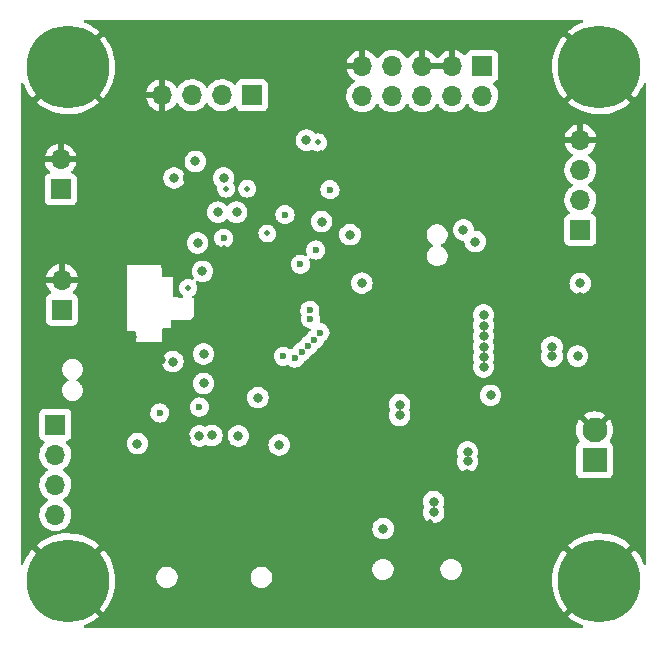
<source format=gbr>
%TF.GenerationSoftware,KiCad,Pcbnew,(6.0.7)*%
%TF.CreationDate,2022-09-16T23:20:04-07:00*%
%TF.ProjectId,All-in-one,416c6c2d-696e-42d6-9f6e-652e6b696361,rev?*%
%TF.SameCoordinates,Original*%
%TF.FileFunction,Copper,L2,Inr*%
%TF.FilePolarity,Positive*%
%FSLAX46Y46*%
G04 Gerber Fmt 4.6, Leading zero omitted, Abs format (unit mm)*
G04 Created by KiCad (PCBNEW (6.0.7)) date 2022-09-16 23:20:04*
%MOMM*%
%LPD*%
G01*
G04 APERTURE LIST*
%TA.AperFunction,ComponentPad*%
%ADD10C,0.800000*%
%TD*%
%TA.AperFunction,ComponentPad*%
%ADD11C,7.000000*%
%TD*%
%TA.AperFunction,ComponentPad*%
%ADD12O,1.700000X1.700000*%
%TD*%
%TA.AperFunction,ComponentPad*%
%ADD13R,1.700000X1.700000*%
%TD*%
%TA.AperFunction,ComponentPad*%
%ADD14R,2.100000X2.100000*%
%TD*%
%TA.AperFunction,ComponentPad*%
%ADD15C,2.100000*%
%TD*%
%TA.AperFunction,ViaPad*%
%ADD16C,0.500000*%
%TD*%
%TA.AperFunction,ViaPad*%
%ADD17C,0.800000*%
%TD*%
%TA.AperFunction,ViaPad*%
%ADD18C,0.600000*%
%TD*%
G04 APERTURE END LIST*
D10*
%TO.N,GND*%
%TO.C,H4*%
X26500000Y-23125000D03*
X29125000Y-20500000D03*
D11*
X26500000Y-20500000D03*
D10*
X26500000Y-17875000D03*
X24643845Y-22356155D03*
X24643845Y-18643845D03*
X28356155Y-22356155D03*
X23875000Y-20500000D03*
X28356155Y-18643845D03*
%TD*%
D12*
%TO.N,GND*%
%TO.C,J9*%
X69900000Y-26680000D03*
%TO.N,UART2_RX*%
X69900000Y-29220000D03*
%TO.N,UART2_TX*%
X69900000Y-31760000D03*
D13*
%TO.N,+3.3V*%
X69900000Y-34300000D03*
%TD*%
D12*
%TO.N,NRST*%
%TO.C,J6*%
X51440000Y-22965000D03*
%TO.N,GND*%
X51440000Y-20425000D03*
%TO.N,unconnected-(J6-Pad8)*%
X53980000Y-22965000D03*
%TO.N,unconnected-(J6-Pad7)*%
X53980000Y-20425000D03*
%TO.N,SWO*%
X56520000Y-22965000D03*
%TO.N,GND*%
X56520000Y-20425000D03*
%TO.N,SWCLK*%
X59060000Y-22965000D03*
%TO.N,GND*%
X59060000Y-20425000D03*
%TO.N,SWDIO*%
X61600000Y-22965000D03*
D13*
%TO.N,+3.3V*%
X61600000Y-20425000D03*
%TD*%
%TO.N,TIM3_CH4*%
%TO.C,J8*%
X26000000Y-41060000D03*
D12*
%TO.N,GND*%
X26000000Y-38520000D03*
%TD*%
D10*
%TO.N,GND*%
%TO.C,H3*%
X74125000Y-64000000D03*
X73356155Y-65856155D03*
X69643845Y-62143845D03*
X73356155Y-62143845D03*
X68875000Y-64000000D03*
X71500000Y-66625000D03*
X69643845Y-65856155D03*
X71500000Y-61375000D03*
D11*
X71500000Y-64000000D03*
%TD*%
D13*
%TO.N,GPIO_1*%
%TO.C,J5*%
X25450000Y-50800000D03*
D12*
%TO.N,GPIO_2*%
X25450000Y-53340000D03*
%TO.N,GPIO_3*%
X25450000Y-55880000D03*
%TO.N,GPIO_4*%
X25450000Y-58420000D03*
%TD*%
D13*
%TO.N,TIM2_CH4*%
%TO.C,J7*%
X25900000Y-30875000D03*
D12*
%TO.N,GND*%
X25900000Y-28335000D03*
%TD*%
%TO.N,GND*%
%TO.C,J4*%
X34480000Y-22900000D03*
%TO.N,I2C1_SDA*%
X37020000Y-22900000D03*
%TO.N,I2C1_SCL*%
X39560000Y-22900000D03*
D13*
%TO.N,+3.3V*%
X42100000Y-22900000D03*
%TD*%
D10*
%TO.N,GND*%
%TO.C,H1*%
X68875000Y-20500000D03*
X71500000Y-23125000D03*
D11*
X71500000Y-20500000D03*
D10*
X69643845Y-22356155D03*
X73356155Y-18643845D03*
X73356155Y-22356155D03*
X71500000Y-17875000D03*
X74125000Y-20500000D03*
X69643845Y-18643845D03*
%TD*%
D14*
%TO.N,+12V*%
%TO.C,J1*%
X71100000Y-53769999D03*
D15*
%TO.N,GND*%
X71100000Y-51229999D03*
%TD*%
D10*
%TO.N,GND*%
%TO.C,H2*%
X26500000Y-66625000D03*
X28356155Y-62143845D03*
X24643845Y-65856155D03*
X26500000Y-61375000D03*
X28356155Y-65856155D03*
X24643845Y-62143845D03*
X29125000Y-64000000D03*
X23875000Y-64000000D03*
D11*
X26500000Y-64000000D03*
%TD*%
D16*
%TO.N,+3.3V*%
X36700000Y-39200000D03*
D17*
%TO.N,GND*%
X43800000Y-47400000D03*
X66500000Y-57400000D03*
X66500000Y-56600000D03*
X61200000Y-55700000D03*
X60300000Y-55000000D03*
X57400000Y-55400000D03*
X57400000Y-54600000D03*
%TO.N,SD_CARD_DET*%
X32400245Y-52400000D03*
X44400000Y-52500000D03*
%TO.N,GND*%
X23700000Y-47400000D03*
X23700000Y-46600000D03*
X69665000Y-46580000D03*
%TO.N,+3.3V*%
X69665000Y-44980000D03*
%TO.N,GND*%
X66600000Y-40500000D03*
X65800000Y-40500000D03*
X69900000Y-40000000D03*
%TO.N,LED_STATUS*%
X69887500Y-38831250D03*
%TO.N,+3.3V*%
X61700000Y-41500000D03*
X61700000Y-45900000D03*
D18*
%TO.N,BOOT0*%
X47500000Y-36000000D03*
X39700000Y-35000000D03*
D17*
%TO.N,+3.3V*%
X61000000Y-35300000D03*
X37900000Y-37800000D03*
X60350000Y-53100000D03*
X67500000Y-44200000D03*
X61700000Y-44200000D03*
X35500000Y-29900000D03*
X67500000Y-45000000D03*
X61700000Y-43300000D03*
X61700000Y-42400000D03*
D18*
X34300000Y-49800000D03*
D17*
X38700000Y-51700000D03*
X39200000Y-32800000D03*
X46700000Y-26700000D03*
X60350000Y-53900000D03*
D18*
X46200000Y-37200000D03*
X44900000Y-33000000D03*
D17*
X35400000Y-45450000D03*
X60000000Y-34300000D03*
X39700000Y-29900000D03*
X37300000Y-28500000D03*
X61700000Y-45100000D03*
D18*
X48700000Y-30900000D03*
X44750000Y-45000000D03*
D17*
X37500000Y-35400000D03*
%TO.N,+5V*%
X57481928Y-57300000D03*
X57481928Y-58200500D03*
X53200000Y-59600000D03*
D18*
%TO.N,LED_STATUS*%
X47850000Y-43000000D03*
D17*
%TO.N,SPI1_NSS*%
X38000000Y-47300000D03*
X40940000Y-51740000D03*
%TO.N,SPI1_SCK*%
X37650000Y-51750000D03*
D18*
X37650000Y-49300000D03*
%TO.N,GPIO_1*%
X45750000Y-45150000D03*
%TO.N,GPIO_2*%
X46326500Y-44607364D03*
%TO.N,GPIO_3*%
X46854112Y-44107932D03*
%TO.N,GPIO_4*%
X47372783Y-43599222D03*
D17*
%TO.N,I2C1_SDA*%
X40800000Y-32800000D03*
D16*
X41700000Y-30800000D03*
X39900000Y-30800000D03*
D18*
%TO.N,UART2_TX*%
X47051761Y-41824656D03*
%TO.N,UART2_RX*%
X47000000Y-41100000D03*
D17*
%TO.N,SWDIO*%
X51400000Y-38800000D03*
%TO.N,SWCLK*%
X50400000Y-34700000D03*
%TO.N,SWO*%
X48000000Y-33600000D03*
%TO.N,Net-(C2-Pad2)*%
X54600000Y-49100000D03*
X62300000Y-48300000D03*
X54600000Y-50000000D03*
D16*
%TO.N,MPU_INT*%
X47700000Y-26900000D03*
X43400000Y-34600000D03*
D17*
%TO.N,GND*%
X54260000Y-58360000D03*
D16*
X57200000Y-59600000D03*
D18*
X36500000Y-29900000D03*
X43900000Y-46400000D03*
D17*
X38900000Y-28500000D03*
X59700000Y-47800000D03*
D16*
X47600000Y-32400000D03*
D17*
X51600000Y-63800000D03*
D18*
X47000000Y-38800000D03*
D17*
X31100000Y-62900000D03*
X60200000Y-61200000D03*
X50400000Y-65400000D03*
X36650000Y-32450000D03*
X34900000Y-37850000D03*
X42350000Y-41250000D03*
X61200000Y-61200000D03*
X50900000Y-61200000D03*
X51900000Y-61200000D03*
X61700000Y-65400000D03*
X60700000Y-65400000D03*
X43300000Y-27100000D03*
X43300000Y-41250000D03*
X61600000Y-63800000D03*
D16*
X36000000Y-37600000D03*
D17*
X35500000Y-47350000D03*
D16*
X57200000Y-59000000D03*
D17*
X48700000Y-63800000D03*
X31100000Y-63800000D03*
X39550000Y-41250000D03*
X41450000Y-41250000D03*
X58800000Y-47800000D03*
X31900000Y-43350000D03*
X47900000Y-28000000D03*
D16*
X39700000Y-35800000D03*
D17*
X36550000Y-51900000D03*
X51600000Y-65400000D03*
X48100000Y-54400000D03*
X31200000Y-54200000D03*
X35750000Y-32450000D03*
X40550000Y-41250000D03*
X48100000Y-53500000D03*
D16*
X48200000Y-32400000D03*
D17*
X41300000Y-27500000D03*
X34400000Y-45300000D03*
X31200000Y-53300000D03*
D16*
X39200000Y-35800000D03*
D17*
X50700000Y-36800000D03*
X35900000Y-35400000D03*
X60700000Y-63800000D03*
D18*
X44200000Y-26600000D03*
D17*
X48700000Y-62900000D03*
X32700000Y-47800000D03*
X50400000Y-63800000D03*
%TO.N,TIM2_CH4*%
X38000000Y-44804500D03*
%TO.N,TIM3_CH4*%
X42600000Y-48500000D03*
%TD*%
%TA.AperFunction,Conductor*%
%TO.N,GND*%
G36*
X70097750Y-16528502D02*
G01*
X70144243Y-16582158D01*
X70154347Y-16652432D01*
X70124853Y-16717012D01*
X70071066Y-16753491D01*
X69999681Y-16778350D01*
X69993968Y-16780658D01*
X69643667Y-16942519D01*
X69638213Y-16945371D01*
X69305376Y-17140646D01*
X69300228Y-17144015D01*
X68988025Y-17370843D01*
X68983247Y-17374684D01*
X68864711Y-17479926D01*
X68856334Y-17493314D01*
X68862084Y-17502874D01*
X74497364Y-23138154D01*
X74511308Y-23145768D01*
X74512323Y-23145696D01*
X74520054Y-23140593D01*
X74535567Y-23124302D01*
X74539595Y-23119637D01*
X74777168Y-22815558D01*
X74780722Y-22810518D01*
X74987486Y-22484712D01*
X74990529Y-22479356D01*
X75164520Y-22134910D01*
X75167016Y-22129305D01*
X75248027Y-21920447D01*
X75291310Y-21864170D01*
X75358147Y-21840227D01*
X75427319Y-21856219D01*
X75476864Y-21907071D01*
X75491500Y-21966012D01*
X75491500Y-62531770D01*
X75471498Y-62599891D01*
X75417842Y-62646384D01*
X75347568Y-62656488D01*
X75282988Y-62626994D01*
X75246801Y-62574037D01*
X75211082Y-62473727D01*
X75208739Y-62468043D01*
X75044434Y-62118877D01*
X75041545Y-62113443D01*
X74843955Y-61781983D01*
X74840547Y-61776853D01*
X74611547Y-61466244D01*
X74607667Y-61461487D01*
X74520318Y-61364475D01*
X74506797Y-61356145D01*
X74506720Y-61356146D01*
X74497434Y-61361776D01*
X68862547Y-66996663D01*
X68854933Y-67010607D01*
X68854988Y-67011386D01*
X68860342Y-67019436D01*
X68896960Y-67053821D01*
X68901638Y-67057803D01*
X69207386Y-67293260D01*
X69212429Y-67296765D01*
X69539694Y-67501262D01*
X69545051Y-67504256D01*
X69890709Y-67675843D01*
X69896349Y-67678307D01*
X70079059Y-67747712D01*
X70135638Y-67790600D01*
X70160047Y-67857269D01*
X70144538Y-67926551D01*
X70094034Y-67976450D01*
X70034316Y-67991500D01*
X27976839Y-67991500D01*
X27908718Y-67971498D01*
X27862225Y-67917842D01*
X27852121Y-67847568D01*
X27881615Y-67782988D01*
X27937068Y-67745941D01*
X27948227Y-67742229D01*
X27953949Y-67740010D01*
X28306497Y-67583046D01*
X28311966Y-67580283D01*
X28647516Y-67389664D01*
X28652690Y-67386380D01*
X28968034Y-67163929D01*
X28972872Y-67160149D01*
X29135240Y-67019998D01*
X29143655Y-67006958D01*
X29137716Y-66996926D01*
X26141922Y-64001132D01*
X26864408Y-64001132D01*
X26864539Y-64002965D01*
X26868790Y-64009580D01*
X29497364Y-66638154D01*
X29511308Y-66645768D01*
X29512323Y-66645696D01*
X29520054Y-66640593D01*
X29535567Y-66624302D01*
X29539595Y-66619637D01*
X29777168Y-66315558D01*
X29780722Y-66310518D01*
X29987486Y-65984712D01*
X29990529Y-65979356D01*
X30164520Y-65634910D01*
X30167016Y-65629306D01*
X30306568Y-65269518D01*
X30308509Y-65263684D01*
X30412288Y-64891988D01*
X30413644Y-64886017D01*
X30480660Y-64505959D01*
X30481427Y-64499886D01*
X30511119Y-64114000D01*
X30511296Y-64110085D01*
X30512806Y-64001974D01*
X30512738Y-63998030D01*
X30503217Y-63803366D01*
X33981500Y-63803366D01*
X34021206Y-63990167D01*
X34023891Y-63996197D01*
X34023891Y-63996198D01*
X34076340Y-64114000D01*
X34098882Y-64164631D01*
X34211134Y-64319132D01*
X34353056Y-64446919D01*
X34518444Y-64542406D01*
X34700072Y-64601421D01*
X34706633Y-64602111D01*
X34706635Y-64602111D01*
X34759889Y-64607708D01*
X34842390Y-64616379D01*
X34937610Y-64616379D01*
X35020111Y-64607708D01*
X35073365Y-64602111D01*
X35073367Y-64602111D01*
X35079928Y-64601421D01*
X35261556Y-64542406D01*
X35426944Y-64446919D01*
X35568866Y-64319132D01*
X35681118Y-64164631D01*
X35703661Y-64114000D01*
X35756109Y-63996198D01*
X35756109Y-63996197D01*
X35758794Y-63990167D01*
X35798500Y-63803366D01*
X41981500Y-63803366D01*
X42021206Y-63990167D01*
X42023891Y-63996197D01*
X42023891Y-63996198D01*
X42076340Y-64114000D01*
X42098882Y-64164631D01*
X42211134Y-64319132D01*
X42353056Y-64446919D01*
X42518444Y-64542406D01*
X42700072Y-64601421D01*
X42706633Y-64602111D01*
X42706635Y-64602111D01*
X42759889Y-64607708D01*
X42842390Y-64616379D01*
X42937610Y-64616379D01*
X43020111Y-64607708D01*
X43073365Y-64602111D01*
X43073367Y-64602111D01*
X43079928Y-64601421D01*
X43261556Y-64542406D01*
X43426944Y-64446919D01*
X43568866Y-64319132D01*
X43681118Y-64164631D01*
X43703661Y-64114000D01*
X43756109Y-63996198D01*
X43756109Y-63996197D01*
X43758794Y-63990167D01*
X43798500Y-63803366D01*
X43798500Y-63612392D01*
X43797007Y-63605365D01*
X43760166Y-63432048D01*
X43758794Y-63425591D01*
X43681118Y-63251127D01*
X43600733Y-63140487D01*
X52271500Y-63140487D01*
X52272872Y-63146939D01*
X52272872Y-63146944D01*
X52287884Y-63217569D01*
X52311206Y-63327288D01*
X52388882Y-63501752D01*
X52501134Y-63656253D01*
X52643056Y-63784040D01*
X52808444Y-63879527D01*
X52990072Y-63938542D01*
X52996633Y-63939232D01*
X52996635Y-63939232D01*
X53049889Y-63944829D01*
X53132390Y-63953500D01*
X53227610Y-63953500D01*
X53310111Y-63944829D01*
X53363365Y-63939232D01*
X53363367Y-63939232D01*
X53369928Y-63938542D01*
X53551556Y-63879527D01*
X53716944Y-63784040D01*
X53858866Y-63656253D01*
X53971118Y-63501752D01*
X54048794Y-63327288D01*
X54072116Y-63217569D01*
X54087128Y-63146944D01*
X54087128Y-63146939D01*
X54088500Y-63140487D01*
X58051500Y-63140487D01*
X58052872Y-63146939D01*
X58052872Y-63146944D01*
X58067884Y-63217569D01*
X58091206Y-63327288D01*
X58168882Y-63501752D01*
X58281134Y-63656253D01*
X58423056Y-63784040D01*
X58588444Y-63879527D01*
X58770072Y-63938542D01*
X58776633Y-63939232D01*
X58776635Y-63939232D01*
X58829889Y-63944829D01*
X58912390Y-63953500D01*
X59007610Y-63953500D01*
X59068874Y-63947061D01*
X67487665Y-63947061D01*
X67501132Y-64332706D01*
X67501647Y-64338838D01*
X67552685Y-64721347D01*
X67553792Y-64727383D01*
X67641913Y-65103090D01*
X67643608Y-65109000D01*
X67767968Y-65474306D01*
X67770235Y-65480031D01*
X67929643Y-65831444D01*
X67932465Y-65836934D01*
X68125407Y-66171119D01*
X68128737Y-66176287D01*
X68353375Y-66490059D01*
X68357197Y-66494881D01*
X68480033Y-66635195D01*
X68493247Y-66643593D01*
X68503043Y-66637747D01*
X71127978Y-64012812D01*
X71135592Y-63998868D01*
X71135461Y-63997035D01*
X71131210Y-63990420D01*
X68503902Y-61363112D01*
X68489958Y-61355498D01*
X68489412Y-61355537D01*
X68481055Y-61361136D01*
X68428077Y-61418347D01*
X68424132Y-61423049D01*
X68190821Y-61730426D01*
X68187343Y-61735504D01*
X67985141Y-62064179D01*
X67982176Y-62069572D01*
X67813014Y-62416406D01*
X67810588Y-62422064D01*
X67676076Y-62783758D01*
X67674218Y-62789615D01*
X67575640Y-63162718D01*
X67574365Y-63168718D01*
X67512667Y-63549648D01*
X67511980Y-63555776D01*
X67487751Y-63940886D01*
X67487665Y-63947061D01*
X59068874Y-63947061D01*
X59090111Y-63944829D01*
X59143365Y-63939232D01*
X59143367Y-63939232D01*
X59149928Y-63938542D01*
X59331556Y-63879527D01*
X59496944Y-63784040D01*
X59638866Y-63656253D01*
X59751118Y-63501752D01*
X59828794Y-63327288D01*
X59852116Y-63217569D01*
X59867128Y-63146944D01*
X59867128Y-63146939D01*
X59868500Y-63140487D01*
X59868500Y-62949513D01*
X59828794Y-62762712D01*
X59777002Y-62646384D01*
X59753803Y-62594278D01*
X59753802Y-62594276D01*
X59751118Y-62588248D01*
X59743670Y-62577996D01*
X59667913Y-62473727D01*
X59638866Y-62433747D01*
X59496944Y-62305960D01*
X59331556Y-62210473D01*
X59149928Y-62151458D01*
X59143367Y-62150768D01*
X59143365Y-62150768D01*
X59090111Y-62145171D01*
X59007610Y-62136500D01*
X58912390Y-62136500D01*
X58829889Y-62145171D01*
X58776635Y-62150768D01*
X58776633Y-62150768D01*
X58770072Y-62151458D01*
X58588444Y-62210473D01*
X58423056Y-62305960D01*
X58281134Y-62433747D01*
X58252087Y-62473727D01*
X58176331Y-62577996D01*
X58168882Y-62588248D01*
X58166198Y-62594276D01*
X58166197Y-62594278D01*
X58142998Y-62646384D01*
X58091206Y-62762712D01*
X58051500Y-62949513D01*
X58051500Y-63140487D01*
X54088500Y-63140487D01*
X54088500Y-62949513D01*
X54048794Y-62762712D01*
X53997002Y-62646384D01*
X53973803Y-62594278D01*
X53973802Y-62594276D01*
X53971118Y-62588248D01*
X53963670Y-62577996D01*
X53887913Y-62473727D01*
X53858866Y-62433747D01*
X53716944Y-62305960D01*
X53551556Y-62210473D01*
X53369928Y-62151458D01*
X53363367Y-62150768D01*
X53363365Y-62150768D01*
X53310111Y-62145171D01*
X53227610Y-62136500D01*
X53132390Y-62136500D01*
X53049889Y-62145171D01*
X52996635Y-62150768D01*
X52996633Y-62150768D01*
X52990072Y-62151458D01*
X52808444Y-62210473D01*
X52643056Y-62305960D01*
X52501134Y-62433747D01*
X52472087Y-62473727D01*
X52396331Y-62577996D01*
X52388882Y-62588248D01*
X52386198Y-62594276D01*
X52386197Y-62594278D01*
X52362998Y-62646384D01*
X52311206Y-62762712D01*
X52271500Y-62949513D01*
X52271500Y-63140487D01*
X43600733Y-63140487D01*
X43568866Y-63096626D01*
X43426944Y-62968839D01*
X43261556Y-62873352D01*
X43079928Y-62814337D01*
X43073367Y-62813647D01*
X43073365Y-62813647D01*
X43020111Y-62808050D01*
X42937610Y-62799379D01*
X42842390Y-62799379D01*
X42759889Y-62808050D01*
X42706635Y-62813647D01*
X42706633Y-62813647D01*
X42700072Y-62814337D01*
X42518444Y-62873352D01*
X42353056Y-62968839D01*
X42211134Y-63096626D01*
X42098882Y-63251127D01*
X42021206Y-63425591D01*
X42019834Y-63432048D01*
X41982994Y-63605365D01*
X41981500Y-63612392D01*
X41981500Y-63803366D01*
X35798500Y-63803366D01*
X35798500Y-63612392D01*
X35797007Y-63605365D01*
X35760166Y-63432048D01*
X35758794Y-63425591D01*
X35681118Y-63251127D01*
X35568866Y-63096626D01*
X35426944Y-62968839D01*
X35261556Y-62873352D01*
X35079928Y-62814337D01*
X35073367Y-62813647D01*
X35073365Y-62813647D01*
X35020111Y-62808050D01*
X34937610Y-62799379D01*
X34842390Y-62799379D01*
X34759889Y-62808050D01*
X34706635Y-62813647D01*
X34706633Y-62813647D01*
X34700072Y-62814337D01*
X34518444Y-62873352D01*
X34353056Y-62968839D01*
X34211134Y-63096626D01*
X34098882Y-63251127D01*
X34021206Y-63425591D01*
X34019834Y-63432048D01*
X33982994Y-63605365D01*
X33981500Y-63612392D01*
X33981500Y-63803366D01*
X30503217Y-63803366D01*
X30493832Y-63611489D01*
X30493231Y-63605365D01*
X30436862Y-63223631D01*
X30435662Y-63217569D01*
X30342312Y-62843165D01*
X30340527Y-62837250D01*
X30211082Y-62473727D01*
X30208739Y-62468043D01*
X30044434Y-62118877D01*
X30041545Y-62113443D01*
X29843955Y-61781983D01*
X29840547Y-61776853D01*
X29611547Y-61466244D01*
X29607667Y-61461487D01*
X29520318Y-61364475D01*
X29506797Y-61356145D01*
X29506720Y-61356146D01*
X29497434Y-61361776D01*
X26872022Y-63987188D01*
X26864408Y-64001132D01*
X26141922Y-64001132D01*
X23503902Y-61363112D01*
X23489958Y-61355498D01*
X23489412Y-61355537D01*
X23481055Y-61361136D01*
X23428077Y-61418347D01*
X23424132Y-61423049D01*
X23190821Y-61730426D01*
X23187343Y-61735504D01*
X22985141Y-62064179D01*
X22982176Y-62069572D01*
X22813014Y-62416406D01*
X22810588Y-62422064D01*
X22752598Y-62577996D01*
X22710105Y-62634872D01*
X22643609Y-62659746D01*
X22574220Y-62644721D01*
X22523970Y-62594567D01*
X22508500Y-62534076D01*
X22508500Y-60993314D01*
X23856334Y-60993314D01*
X23862084Y-61002874D01*
X26487188Y-63627978D01*
X26501132Y-63635592D01*
X26502965Y-63635461D01*
X26509580Y-63631210D01*
X29136463Y-61004327D01*
X29142477Y-60993314D01*
X68856334Y-60993314D01*
X68862084Y-61002874D01*
X71487188Y-63627978D01*
X71501132Y-63635592D01*
X71502965Y-63635461D01*
X71509580Y-63631210D01*
X74136463Y-61004327D01*
X74144077Y-60990383D01*
X74144055Y-60990072D01*
X74138204Y-60981406D01*
X74060143Y-60910127D01*
X74055416Y-60906217D01*
X73746419Y-60675059D01*
X73741313Y-60671614D01*
X73411235Y-60471711D01*
X73405822Y-60468784D01*
X73057808Y-60302044D01*
X73052141Y-60299662D01*
X72689526Y-60167682D01*
X72683638Y-60165860D01*
X72309876Y-60069893D01*
X72303854Y-60068657D01*
X71922485Y-60009618D01*
X71916397Y-60008978D01*
X71531085Y-59987436D01*
X71524933Y-59987393D01*
X71139387Y-60003552D01*
X71133261Y-60004109D01*
X70751123Y-60057815D01*
X70745070Y-60058970D01*
X70370000Y-60149709D01*
X70364103Y-60151445D01*
X69999681Y-60278350D01*
X69993968Y-60280658D01*
X69643667Y-60442519D01*
X69638213Y-60445371D01*
X69305376Y-60640646D01*
X69300228Y-60644015D01*
X68988025Y-60870843D01*
X68983247Y-60874684D01*
X68864711Y-60979926D01*
X68856334Y-60993314D01*
X29142477Y-60993314D01*
X29144077Y-60990383D01*
X29144055Y-60990072D01*
X29138204Y-60981406D01*
X29060143Y-60910127D01*
X29055416Y-60906217D01*
X28746419Y-60675059D01*
X28741313Y-60671614D01*
X28411235Y-60471711D01*
X28405822Y-60468784D01*
X28057808Y-60302044D01*
X28052141Y-60299662D01*
X27689526Y-60167682D01*
X27683638Y-60165860D01*
X27309876Y-60069893D01*
X27303854Y-60068657D01*
X26922485Y-60009618D01*
X26916397Y-60008978D01*
X26531085Y-59987436D01*
X26524933Y-59987393D01*
X26139387Y-60003552D01*
X26133261Y-60004109D01*
X25751123Y-60057815D01*
X25745070Y-60058970D01*
X25370000Y-60149709D01*
X25364103Y-60151445D01*
X24999681Y-60278350D01*
X24993968Y-60280658D01*
X24643667Y-60442519D01*
X24638213Y-60445371D01*
X24305376Y-60640646D01*
X24300228Y-60644015D01*
X23988025Y-60870843D01*
X23983247Y-60874684D01*
X23864711Y-60979926D01*
X23856334Y-60993314D01*
X22508500Y-60993314D01*
X22508500Y-58386695D01*
X24087251Y-58386695D01*
X24087548Y-58391848D01*
X24087548Y-58391851D01*
X24093011Y-58486590D01*
X24100110Y-58609715D01*
X24101247Y-58614761D01*
X24101248Y-58614767D01*
X24121119Y-58702939D01*
X24149222Y-58827639D01*
X24233266Y-59034616D01*
X24349987Y-59225088D01*
X24496250Y-59393938D01*
X24668126Y-59536632D01*
X24861000Y-59649338D01*
X25069692Y-59729030D01*
X25074760Y-59730061D01*
X25074763Y-59730062D01*
X25182017Y-59751883D01*
X25288597Y-59773567D01*
X25293772Y-59773757D01*
X25293774Y-59773757D01*
X25506673Y-59781564D01*
X25506677Y-59781564D01*
X25511837Y-59781753D01*
X25516957Y-59781097D01*
X25516959Y-59781097D01*
X25728288Y-59754025D01*
X25728289Y-59754025D01*
X25733416Y-59753368D01*
X25738366Y-59751883D01*
X25942429Y-59690661D01*
X25942434Y-59690659D01*
X25947384Y-59689174D01*
X26129410Y-59600000D01*
X52286496Y-59600000D01*
X52287186Y-59606565D01*
X52299864Y-59727185D01*
X52306458Y-59789928D01*
X52365473Y-59971556D01*
X52368776Y-59977278D01*
X52368777Y-59977279D01*
X52387079Y-60008978D01*
X52460960Y-60136944D01*
X52465378Y-60141851D01*
X52465379Y-60141852D01*
X52584325Y-60273955D01*
X52588747Y-60278866D01*
X52743248Y-60391118D01*
X52749276Y-60393802D01*
X52749278Y-60393803D01*
X52911681Y-60466109D01*
X52917712Y-60468794D01*
X53011112Y-60488647D01*
X53098056Y-60507128D01*
X53098061Y-60507128D01*
X53104513Y-60508500D01*
X53295487Y-60508500D01*
X53301939Y-60507128D01*
X53301944Y-60507128D01*
X53388888Y-60488647D01*
X53482288Y-60468794D01*
X53488319Y-60466109D01*
X53650722Y-60393803D01*
X53650724Y-60393802D01*
X53656752Y-60391118D01*
X53811253Y-60278866D01*
X53815675Y-60273955D01*
X53934621Y-60141852D01*
X53934622Y-60141851D01*
X53939040Y-60136944D01*
X54012921Y-60008978D01*
X54031223Y-59977279D01*
X54031224Y-59977278D01*
X54034527Y-59971556D01*
X54093542Y-59789928D01*
X54100137Y-59727185D01*
X54112814Y-59606565D01*
X54113504Y-59600000D01*
X54106844Y-59536632D01*
X54094232Y-59416635D01*
X54094232Y-59416633D01*
X54093542Y-59410072D01*
X54034527Y-59228444D01*
X53939040Y-59063056D01*
X53811253Y-58921134D01*
X53656752Y-58808882D01*
X53650724Y-58806198D01*
X53650722Y-58806197D01*
X53488319Y-58733891D01*
X53488318Y-58733891D01*
X53482288Y-58731206D01*
X53373438Y-58708069D01*
X53301944Y-58692872D01*
X53301939Y-58692872D01*
X53295487Y-58691500D01*
X53104513Y-58691500D01*
X53098061Y-58692872D01*
X53098056Y-58692872D01*
X53026562Y-58708069D01*
X52917712Y-58731206D01*
X52911682Y-58733891D01*
X52911681Y-58733891D01*
X52749278Y-58806197D01*
X52749276Y-58806198D01*
X52743248Y-58808882D01*
X52588747Y-58921134D01*
X52460960Y-59063056D01*
X52365473Y-59228444D01*
X52306458Y-59410072D01*
X52305768Y-59416633D01*
X52305768Y-59416635D01*
X52293156Y-59536632D01*
X52286496Y-59600000D01*
X26129410Y-59600000D01*
X26147994Y-59590896D01*
X26329860Y-59461173D01*
X26488096Y-59303489D01*
X26547594Y-59220689D01*
X26615435Y-59126277D01*
X26618453Y-59122077D01*
X26650049Y-59058148D01*
X26715136Y-58926453D01*
X26715137Y-58926451D01*
X26717430Y-58921811D01*
X26774525Y-58733891D01*
X26780865Y-58713023D01*
X26780865Y-58713021D01*
X26782370Y-58708069D01*
X26811529Y-58486590D01*
X26813156Y-58420000D01*
X26795110Y-58200500D01*
X56568424Y-58200500D01*
X56588386Y-58390428D01*
X56647401Y-58572056D01*
X56742888Y-58737444D01*
X56870675Y-58879366D01*
X57025176Y-58991618D01*
X57031204Y-58994302D01*
X57031206Y-58994303D01*
X57185629Y-59063056D01*
X57199640Y-59069294D01*
X57293041Y-59089147D01*
X57379984Y-59107628D01*
X57379989Y-59107628D01*
X57386441Y-59109000D01*
X57577415Y-59109000D01*
X57583867Y-59107628D01*
X57583872Y-59107628D01*
X57670815Y-59089147D01*
X57764216Y-59069294D01*
X57778227Y-59063056D01*
X57932650Y-58994303D01*
X57932652Y-58994302D01*
X57938680Y-58991618D01*
X58093181Y-58879366D01*
X58220968Y-58737444D01*
X58316455Y-58572056D01*
X58375470Y-58390428D01*
X58395432Y-58200500D01*
X58375470Y-58010572D01*
X58316455Y-57828944D01*
X58307394Y-57813250D01*
X58290656Y-57744255D01*
X58307394Y-57687250D01*
X58313151Y-57677279D01*
X58313152Y-57677278D01*
X58316455Y-57671556D01*
X58375470Y-57489928D01*
X58395432Y-57300000D01*
X58382466Y-57176638D01*
X58376160Y-57116635D01*
X58376160Y-57116633D01*
X58375470Y-57110072D01*
X58316455Y-56928444D01*
X58220968Y-56763056D01*
X58150766Y-56685088D01*
X58097603Y-56626045D01*
X58097602Y-56626044D01*
X58093181Y-56621134D01*
X57938680Y-56508882D01*
X57932652Y-56506198D01*
X57932650Y-56506197D01*
X57770247Y-56433891D01*
X57770246Y-56433891D01*
X57764216Y-56431206D01*
X57670816Y-56411353D01*
X57583872Y-56392872D01*
X57583867Y-56392872D01*
X57577415Y-56391500D01*
X57386441Y-56391500D01*
X57379989Y-56392872D01*
X57379984Y-56392872D01*
X57293040Y-56411353D01*
X57199640Y-56431206D01*
X57193610Y-56433891D01*
X57193609Y-56433891D01*
X57031206Y-56506197D01*
X57031204Y-56506198D01*
X57025176Y-56508882D01*
X56870675Y-56621134D01*
X56866254Y-56626044D01*
X56866253Y-56626045D01*
X56813091Y-56685088D01*
X56742888Y-56763056D01*
X56647401Y-56928444D01*
X56588386Y-57110072D01*
X56587696Y-57116633D01*
X56587696Y-57116635D01*
X56581390Y-57176638D01*
X56568424Y-57300000D01*
X56588386Y-57489928D01*
X56647401Y-57671556D01*
X56650704Y-57677278D01*
X56650705Y-57677279D01*
X56656462Y-57687250D01*
X56673200Y-57756245D01*
X56656462Y-57813250D01*
X56647401Y-57828944D01*
X56588386Y-58010572D01*
X56568424Y-58200500D01*
X26795110Y-58200500D01*
X26794852Y-58197361D01*
X26740431Y-57980702D01*
X26651354Y-57775840D01*
X26530014Y-57588277D01*
X26379670Y-57423051D01*
X26375619Y-57419852D01*
X26375615Y-57419848D01*
X26208414Y-57287800D01*
X26208410Y-57287798D01*
X26204359Y-57284598D01*
X26163053Y-57261796D01*
X26113084Y-57211364D01*
X26098312Y-57141921D01*
X26123428Y-57075516D01*
X26150780Y-57048909D01*
X26194603Y-57017650D01*
X26329860Y-56921173D01*
X26488096Y-56763489D01*
X26547594Y-56680689D01*
X26615435Y-56586277D01*
X26618453Y-56582077D01*
X26711964Y-56392872D01*
X26715136Y-56386453D01*
X26715137Y-56386451D01*
X26717430Y-56381811D01*
X26782370Y-56168069D01*
X26811529Y-55946590D01*
X26813156Y-55880000D01*
X26794852Y-55657361D01*
X26740431Y-55440702D01*
X26651354Y-55235840D01*
X26530014Y-55048277D01*
X26379670Y-54883051D01*
X26375619Y-54879852D01*
X26375615Y-54879848D01*
X26208414Y-54747800D01*
X26208410Y-54747798D01*
X26204359Y-54744598D01*
X26163053Y-54721796D01*
X26113084Y-54671364D01*
X26098312Y-54601921D01*
X26123428Y-54535516D01*
X26150780Y-54508909D01*
X26194603Y-54477650D01*
X26329860Y-54381173D01*
X26488096Y-54223489D01*
X26547594Y-54140689D01*
X26615435Y-54046277D01*
X26618453Y-54042077D01*
X26688672Y-53900000D01*
X59436496Y-53900000D01*
X59456458Y-54089928D01*
X59515473Y-54271556D01*
X59610960Y-54436944D01*
X59615378Y-54441851D01*
X59615379Y-54441852D01*
X59713759Y-54551114D01*
X59738747Y-54578866D01*
X59818263Y-54636638D01*
X59887125Y-54686669D01*
X59893248Y-54691118D01*
X59899276Y-54693802D01*
X59899278Y-54693803D01*
X60020558Y-54747800D01*
X60067712Y-54768794D01*
X60161113Y-54788647D01*
X60248056Y-54807128D01*
X60248061Y-54807128D01*
X60254513Y-54808500D01*
X60445487Y-54808500D01*
X60451939Y-54807128D01*
X60451944Y-54807128D01*
X60538888Y-54788647D01*
X60632288Y-54768794D01*
X60679442Y-54747800D01*
X60800722Y-54693803D01*
X60800724Y-54693802D01*
X60806752Y-54691118D01*
X60812876Y-54686669D01*
X60881737Y-54636638D01*
X60961253Y-54578866D01*
X60986241Y-54551114D01*
X61084621Y-54441852D01*
X61084622Y-54441851D01*
X61089040Y-54436944D01*
X61184527Y-54271556D01*
X61243542Y-54089928D01*
X61263504Y-53900000D01*
X61257388Y-53841811D01*
X61244232Y-53716635D01*
X61244232Y-53716633D01*
X61243542Y-53710072D01*
X61187936Y-53538936D01*
X61185908Y-53467969D01*
X61187936Y-53461064D01*
X61236419Y-53311851D01*
X61243542Y-53289928D01*
X61246046Y-53266109D01*
X61262814Y-53106565D01*
X61263504Y-53100000D01*
X61260767Y-53073955D01*
X61244232Y-52916635D01*
X61244232Y-52916633D01*
X61243542Y-52910072D01*
X61184527Y-52728444D01*
X61168446Y-52700590D01*
X61137579Y-52647128D01*
X61089040Y-52563056D01*
X61065793Y-52537237D01*
X60965675Y-52426045D01*
X60965674Y-52426044D01*
X60961253Y-52421134D01*
X60853781Y-52343051D01*
X60812094Y-52312763D01*
X60812093Y-52312762D01*
X60806752Y-52308882D01*
X60800724Y-52306198D01*
X60800722Y-52306197D01*
X60638319Y-52233891D01*
X60638318Y-52233891D01*
X60632288Y-52231206D01*
X60532861Y-52210072D01*
X60451944Y-52192872D01*
X60451939Y-52192872D01*
X60445487Y-52191500D01*
X60254513Y-52191500D01*
X60248061Y-52192872D01*
X60248056Y-52192872D01*
X60167139Y-52210072D01*
X60067712Y-52231206D01*
X60061682Y-52233891D01*
X60061681Y-52233891D01*
X59899278Y-52306197D01*
X59899276Y-52306198D01*
X59893248Y-52308882D01*
X59887907Y-52312762D01*
X59887906Y-52312763D01*
X59846219Y-52343051D01*
X59738747Y-52421134D01*
X59734326Y-52426044D01*
X59734325Y-52426045D01*
X59634208Y-52537237D01*
X59610960Y-52563056D01*
X59562421Y-52647128D01*
X59531555Y-52700590D01*
X59515473Y-52728444D01*
X59456458Y-52910072D01*
X59455768Y-52916633D01*
X59455768Y-52916635D01*
X59439233Y-53073955D01*
X59436496Y-53100000D01*
X59437186Y-53106565D01*
X59453955Y-53266109D01*
X59456458Y-53289928D01*
X59463581Y-53311851D01*
X59512064Y-53461064D01*
X59514092Y-53532031D01*
X59512065Y-53538933D01*
X59456458Y-53710072D01*
X59455768Y-53716633D01*
X59455768Y-53716635D01*
X59442612Y-53841811D01*
X59436496Y-53900000D01*
X26688672Y-53900000D01*
X26715136Y-53846453D01*
X26715137Y-53846451D01*
X26717430Y-53841811D01*
X26782370Y-53628069D01*
X26811529Y-53406590D01*
X26812419Y-53370166D01*
X26813074Y-53343365D01*
X26813074Y-53343361D01*
X26813156Y-53340000D01*
X26794852Y-53117361D01*
X26740431Y-52900702D01*
X26651354Y-52695840D01*
X26586898Y-52596206D01*
X26532822Y-52512617D01*
X26532820Y-52512614D01*
X26530014Y-52508277D01*
X26526532Y-52504450D01*
X26431490Y-52400000D01*
X31486741Y-52400000D01*
X31487431Y-52406565D01*
X31504480Y-52568774D01*
X31506703Y-52589928D01*
X31565718Y-52771556D01*
X31661205Y-52936944D01*
X31788992Y-53078866D01*
X31835068Y-53112342D01*
X31926630Y-53178866D01*
X31943493Y-53191118D01*
X31949521Y-53193802D01*
X31949523Y-53193803D01*
X32111926Y-53266109D01*
X32117957Y-53268794D01*
X32186508Y-53283365D01*
X32298301Y-53307128D01*
X32298306Y-53307128D01*
X32304758Y-53308500D01*
X32495732Y-53308500D01*
X32502184Y-53307128D01*
X32502189Y-53307128D01*
X32613982Y-53283365D01*
X32682533Y-53268794D01*
X32688564Y-53266109D01*
X32850967Y-53193803D01*
X32850969Y-53193802D01*
X32856997Y-53191118D01*
X32873861Y-53178866D01*
X32965422Y-53112342D01*
X33011498Y-53078866D01*
X33139285Y-52936944D01*
X33234772Y-52771556D01*
X33293787Y-52589928D01*
X33296011Y-52568774D01*
X33313059Y-52406565D01*
X33313749Y-52400000D01*
X33309202Y-52356738D01*
X33294477Y-52216635D01*
X33294477Y-52216633D01*
X33293787Y-52210072D01*
X33234772Y-52028444D01*
X33139285Y-51863056D01*
X33037489Y-51750000D01*
X36736496Y-51750000D01*
X36737186Y-51756565D01*
X36748980Y-51868774D01*
X36756458Y-51939928D01*
X36815473Y-52121556D01*
X36910960Y-52286944D01*
X36915378Y-52291851D01*
X36915379Y-52291852D01*
X36989305Y-52373955D01*
X37038747Y-52428866D01*
X37124429Y-52491118D01*
X37174143Y-52527237D01*
X37193248Y-52541118D01*
X37199276Y-52543802D01*
X37199278Y-52543803D01*
X37347248Y-52609683D01*
X37367712Y-52618794D01*
X37461113Y-52638647D01*
X37548056Y-52657128D01*
X37548061Y-52657128D01*
X37554513Y-52658500D01*
X37745487Y-52658500D01*
X37751939Y-52657128D01*
X37751944Y-52657128D01*
X37838887Y-52638647D01*
X37932288Y-52618794D01*
X37952752Y-52609683D01*
X38100722Y-52543803D01*
X38100724Y-52543802D01*
X38106752Y-52541118D01*
X38125858Y-52527237D01*
X38142432Y-52515195D01*
X38209300Y-52491336D01*
X38267741Y-52502024D01*
X38411677Y-52566108D01*
X38411685Y-52566111D01*
X38417712Y-52568794D01*
X38486263Y-52583365D01*
X38598056Y-52607128D01*
X38598061Y-52607128D01*
X38604513Y-52608500D01*
X38795487Y-52608500D01*
X38801939Y-52607128D01*
X38801944Y-52607128D01*
X38913737Y-52583365D01*
X38982288Y-52568794D01*
X38995176Y-52563056D01*
X39150722Y-52493803D01*
X39150724Y-52493802D01*
X39156752Y-52491118D01*
X39174256Y-52478401D01*
X39246317Y-52426045D01*
X39311253Y-52378866D01*
X39361477Y-52323087D01*
X39434621Y-52241852D01*
X39434622Y-52241851D01*
X39439040Y-52236944D01*
X39534527Y-52071556D01*
X39593542Y-51889928D01*
X39595766Y-51868774D01*
X39609300Y-51740000D01*
X40026496Y-51740000D01*
X40027186Y-51746565D01*
X40040031Y-51868774D01*
X40046458Y-51929928D01*
X40105473Y-52111556D01*
X40108776Y-52117278D01*
X40108777Y-52117279D01*
X40111919Y-52122721D01*
X40200960Y-52276944D01*
X40205378Y-52281851D01*
X40205379Y-52281852D01*
X40266351Y-52349568D01*
X40328747Y-52418866D01*
X40410690Y-52478401D01*
X40457784Y-52512617D01*
X40483248Y-52531118D01*
X40489276Y-52533802D01*
X40489278Y-52533803D01*
X40643090Y-52602284D01*
X40657712Y-52608794D01*
X40751113Y-52628647D01*
X40838056Y-52647128D01*
X40838061Y-52647128D01*
X40844513Y-52648500D01*
X41035487Y-52648500D01*
X41041939Y-52647128D01*
X41041944Y-52647128D01*
X41128888Y-52628647D01*
X41222288Y-52608794D01*
X41236910Y-52602284D01*
X41390722Y-52533803D01*
X41390724Y-52533802D01*
X41396752Y-52531118D01*
X41422217Y-52512617D01*
X41439582Y-52500000D01*
X43486496Y-52500000D01*
X43487186Y-52506565D01*
X43504919Y-52675282D01*
X43506458Y-52689928D01*
X43565473Y-52871556D01*
X43660960Y-53036944D01*
X43665378Y-53041851D01*
X43665379Y-53041852D01*
X43733368Y-53117361D01*
X43788747Y-53178866D01*
X43943248Y-53291118D01*
X43949276Y-53293802D01*
X43949278Y-53293803D01*
X43989815Y-53311851D01*
X44117712Y-53368794D01*
X44211112Y-53388647D01*
X44298056Y-53407128D01*
X44298061Y-53407128D01*
X44304513Y-53408500D01*
X44495487Y-53408500D01*
X44501939Y-53407128D01*
X44501944Y-53407128D01*
X44588888Y-53388647D01*
X44682288Y-53368794D01*
X44810185Y-53311851D01*
X44850722Y-53293803D01*
X44850724Y-53293802D01*
X44856752Y-53291118D01*
X45011253Y-53178866D01*
X45066632Y-53117361D01*
X45134621Y-53041852D01*
X45134622Y-53041851D01*
X45139040Y-53036944D01*
X45234527Y-52871556D01*
X45293542Y-52689928D01*
X45295082Y-52675282D01*
X45312814Y-52506565D01*
X45313504Y-52500000D01*
X45305731Y-52426045D01*
X45294232Y-52316635D01*
X45294232Y-52316633D01*
X45293542Y-52310072D01*
X45234527Y-52128444D01*
X45139040Y-51963056D01*
X45118216Y-51939928D01*
X45015675Y-51826045D01*
X45015674Y-51826044D01*
X45011253Y-51821134D01*
X44880375Y-51726045D01*
X44862094Y-51712763D01*
X44862093Y-51712762D01*
X44856752Y-51708882D01*
X44850724Y-51706198D01*
X44850722Y-51706197D01*
X44688319Y-51633891D01*
X44688318Y-51633891D01*
X44682288Y-51631206D01*
X44588887Y-51611353D01*
X44501944Y-51592872D01*
X44501939Y-51592872D01*
X44495487Y-51591500D01*
X44304513Y-51591500D01*
X44298061Y-51592872D01*
X44298056Y-51592872D01*
X44211113Y-51611353D01*
X44117712Y-51631206D01*
X44111682Y-51633891D01*
X44111681Y-51633891D01*
X43949278Y-51706197D01*
X43949276Y-51706198D01*
X43943248Y-51708882D01*
X43937907Y-51712762D01*
X43937906Y-51712763D01*
X43919625Y-51726045D01*
X43788747Y-51821134D01*
X43784326Y-51826044D01*
X43784325Y-51826045D01*
X43681785Y-51939928D01*
X43660960Y-51963056D01*
X43565473Y-52128444D01*
X43506458Y-52310072D01*
X43505768Y-52316633D01*
X43505768Y-52316635D01*
X43494269Y-52426045D01*
X43486496Y-52500000D01*
X41439582Y-52500000D01*
X41469310Y-52478401D01*
X41551253Y-52418866D01*
X41613649Y-52349568D01*
X41674621Y-52281852D01*
X41674622Y-52281851D01*
X41679040Y-52276944D01*
X41768081Y-52122721D01*
X41771223Y-52117279D01*
X41771224Y-52117278D01*
X41774527Y-52111556D01*
X41833542Y-51929928D01*
X41839970Y-51868774D01*
X41852814Y-51746565D01*
X41853504Y-51740000D01*
X41842352Y-51633891D01*
X41834232Y-51556635D01*
X41834232Y-51556633D01*
X41833542Y-51550072D01*
X41774527Y-51368444D01*
X41697442Y-51234929D01*
X69537570Y-51234929D01*
X69556035Y-51469544D01*
X69557578Y-51479291D01*
X69612517Y-51708124D01*
X69615566Y-51717509D01*
X69705625Y-51934932D01*
X69710107Y-51943727D01*
X69816234Y-52116909D01*
X69834773Y-52185442D01*
X69813317Y-52253119D01*
X69784368Y-52283569D01*
X69686739Y-52356738D01*
X69599385Y-52473294D01*
X69548255Y-52609683D01*
X69541500Y-52671865D01*
X69541500Y-54868133D01*
X69548255Y-54930315D01*
X69599385Y-55066704D01*
X69686739Y-55183260D01*
X69803295Y-55270614D01*
X69939684Y-55321744D01*
X70001866Y-55328499D01*
X72198134Y-55328499D01*
X72260316Y-55321744D01*
X72396705Y-55270614D01*
X72513261Y-55183260D01*
X72600615Y-55066704D01*
X72651745Y-54930315D01*
X72658500Y-54868133D01*
X72658500Y-52671865D01*
X72651745Y-52609683D01*
X72600615Y-52473294D01*
X72513261Y-52356738D01*
X72415633Y-52283569D01*
X72373118Y-52226711D01*
X72368092Y-52155892D01*
X72383766Y-52116909D01*
X72489893Y-51943727D01*
X72494375Y-51934932D01*
X72584434Y-51717509D01*
X72587483Y-51708124D01*
X72642422Y-51479291D01*
X72643965Y-51469544D01*
X72662430Y-51234929D01*
X72662430Y-51225069D01*
X72643965Y-50990454D01*
X72642422Y-50980707D01*
X72587483Y-50751874D01*
X72584434Y-50742489D01*
X72494375Y-50525066D01*
X72489893Y-50516271D01*
X72378928Y-50335194D01*
X72368470Y-50325732D01*
X72359694Y-50329515D01*
X71189095Y-51500114D01*
X71126783Y-51534140D01*
X71055968Y-51529075D01*
X71010905Y-51500114D01*
X69843350Y-50332559D01*
X69830970Y-50325799D01*
X69823320Y-50331526D01*
X69710107Y-50516271D01*
X69705625Y-50525066D01*
X69615566Y-50742489D01*
X69612517Y-50751874D01*
X69557578Y-50980707D01*
X69556035Y-50990454D01*
X69537570Y-51225069D01*
X69537570Y-51234929D01*
X41697442Y-51234929D01*
X41679040Y-51203056D01*
X41648173Y-51168774D01*
X41555675Y-51066045D01*
X41555674Y-51066044D01*
X41551253Y-51061134D01*
X41440555Y-50980707D01*
X41402094Y-50952763D01*
X41402093Y-50952762D01*
X41396752Y-50948882D01*
X41390724Y-50946198D01*
X41390722Y-50946197D01*
X41228319Y-50873891D01*
X41228318Y-50873891D01*
X41222288Y-50871206D01*
X41128888Y-50851353D01*
X41041944Y-50832872D01*
X41041939Y-50832872D01*
X41035487Y-50831500D01*
X40844513Y-50831500D01*
X40838061Y-50832872D01*
X40838056Y-50832872D01*
X40751112Y-50851353D01*
X40657712Y-50871206D01*
X40651682Y-50873891D01*
X40651681Y-50873891D01*
X40489278Y-50946197D01*
X40489276Y-50946198D01*
X40483248Y-50948882D01*
X40477907Y-50952762D01*
X40477906Y-50952763D01*
X40439445Y-50980707D01*
X40328747Y-51061134D01*
X40324326Y-51066044D01*
X40324325Y-51066045D01*
X40231828Y-51168774D01*
X40200960Y-51203056D01*
X40105473Y-51368444D01*
X40046458Y-51550072D01*
X40045768Y-51556633D01*
X40045768Y-51556635D01*
X40037648Y-51633891D01*
X40026496Y-51740000D01*
X39609300Y-51740000D01*
X39612814Y-51706565D01*
X39613504Y-51700000D01*
X39596072Y-51534140D01*
X39594232Y-51516635D01*
X39594232Y-51516633D01*
X39593542Y-51510072D01*
X39534527Y-51328444D01*
X39439040Y-51163056D01*
X39311253Y-51021134D01*
X39210560Y-50947976D01*
X39162094Y-50912763D01*
X39162093Y-50912762D01*
X39156752Y-50908882D01*
X39150724Y-50906198D01*
X39150722Y-50906197D01*
X38988319Y-50833891D01*
X38988318Y-50833891D01*
X38982288Y-50831206D01*
X38888887Y-50811353D01*
X38801944Y-50792872D01*
X38801939Y-50792872D01*
X38795487Y-50791500D01*
X38604513Y-50791500D01*
X38598061Y-50792872D01*
X38598056Y-50792872D01*
X38511112Y-50811353D01*
X38417712Y-50831206D01*
X38411682Y-50833891D01*
X38411681Y-50833891D01*
X38249278Y-50906197D01*
X38249276Y-50906198D01*
X38243248Y-50908882D01*
X38237907Y-50912762D01*
X38237906Y-50912763D01*
X38207568Y-50934805D01*
X38140700Y-50958664D01*
X38082259Y-50947976D01*
X37938323Y-50883892D01*
X37938315Y-50883889D01*
X37932288Y-50881206D01*
X37823005Y-50857977D01*
X37751944Y-50842872D01*
X37751939Y-50842872D01*
X37745487Y-50841500D01*
X37554513Y-50841500D01*
X37548061Y-50842872D01*
X37548056Y-50842872D01*
X37476995Y-50857977D01*
X37367712Y-50881206D01*
X37361682Y-50883891D01*
X37361681Y-50883891D01*
X37199278Y-50956197D01*
X37199276Y-50956198D01*
X37193248Y-50958882D01*
X37187907Y-50962762D01*
X37187906Y-50962763D01*
X37159410Y-50983467D01*
X37038747Y-51071134D01*
X37034326Y-51076044D01*
X37034325Y-51076045D01*
X36950832Y-51168774D01*
X36910960Y-51213056D01*
X36898332Y-51234929D01*
X36821247Y-51368444D01*
X36815473Y-51378444D01*
X36756458Y-51560072D01*
X36755768Y-51566633D01*
X36755768Y-51566635D01*
X36748699Y-51633891D01*
X36736496Y-51750000D01*
X33037489Y-51750000D01*
X33011498Y-51721134D01*
X32856997Y-51608882D01*
X32850969Y-51606198D01*
X32850967Y-51606197D01*
X32688564Y-51533891D01*
X32688563Y-51533891D01*
X32682533Y-51531206D01*
X32583106Y-51510072D01*
X32502189Y-51492872D01*
X32502184Y-51492872D01*
X32495732Y-51491500D01*
X32304758Y-51491500D01*
X32298306Y-51492872D01*
X32298301Y-51492872D01*
X32217384Y-51510072D01*
X32117957Y-51531206D01*
X32111927Y-51533891D01*
X32111926Y-51533891D01*
X31949523Y-51606197D01*
X31949521Y-51606198D01*
X31943493Y-51608882D01*
X31788992Y-51721134D01*
X31661205Y-51863056D01*
X31565718Y-52028444D01*
X31506703Y-52210072D01*
X31506013Y-52216633D01*
X31506013Y-52216635D01*
X31491288Y-52356738D01*
X31486741Y-52400000D01*
X26431490Y-52400000D01*
X26382798Y-52346488D01*
X26351746Y-52282642D01*
X26360141Y-52212143D01*
X26405317Y-52157375D01*
X26431761Y-52143706D01*
X26538297Y-52103767D01*
X26546705Y-52100615D01*
X26663261Y-52013261D01*
X26750615Y-51896705D01*
X26801745Y-51760316D01*
X26808500Y-51698134D01*
X26808500Y-49901866D01*
X26801745Y-49839684D01*
X26782609Y-49788640D01*
X33486463Y-49788640D01*
X33504163Y-49969160D01*
X33561418Y-50141273D01*
X33565065Y-50147295D01*
X33565066Y-50147297D01*
X33586910Y-50183365D01*
X33655380Y-50296424D01*
X33660269Y-50301487D01*
X33660270Y-50301488D01*
X33683747Y-50325799D01*
X33781382Y-50426902D01*
X33933159Y-50526222D01*
X33939763Y-50528678D01*
X33939765Y-50528679D01*
X34096558Y-50586990D01*
X34096560Y-50586990D01*
X34103168Y-50589448D01*
X34186995Y-50600633D01*
X34275980Y-50612507D01*
X34275984Y-50612507D01*
X34282961Y-50613438D01*
X34289972Y-50612800D01*
X34289976Y-50612800D01*
X34432459Y-50599832D01*
X34463600Y-50596998D01*
X34470302Y-50594820D01*
X34470304Y-50594820D01*
X34629409Y-50543124D01*
X34629412Y-50543123D01*
X34636108Y-50540947D01*
X34791912Y-50448069D01*
X34923266Y-50322982D01*
X35023643Y-50171902D01*
X35088055Y-50002338D01*
X35089306Y-49993435D01*
X35112748Y-49826639D01*
X35112748Y-49826636D01*
X35113299Y-49822717D01*
X35113452Y-49811738D01*
X35113561Y-49803962D01*
X35113561Y-49803957D01*
X35113616Y-49800000D01*
X35093397Y-49619745D01*
X35091049Y-49613002D01*
X35036064Y-49455106D01*
X35036062Y-49455103D01*
X35033745Y-49448448D01*
X35029634Y-49441869D01*
X34941359Y-49300598D01*
X34937626Y-49294624D01*
X34931684Y-49288640D01*
X36836463Y-49288640D01*
X36854163Y-49469160D01*
X36911418Y-49641273D01*
X36915065Y-49647295D01*
X36915066Y-49647297D01*
X36954072Y-49711703D01*
X37005380Y-49796424D01*
X37010269Y-49801487D01*
X37010270Y-49801488D01*
X37054742Y-49847540D01*
X37131382Y-49926902D01*
X37183442Y-49960969D01*
X37243088Y-50000000D01*
X37283159Y-50026222D01*
X37289763Y-50028678D01*
X37289765Y-50028679D01*
X37446558Y-50086990D01*
X37446560Y-50086990D01*
X37453168Y-50089448D01*
X37536995Y-50100633D01*
X37625980Y-50112507D01*
X37625984Y-50112507D01*
X37632961Y-50113438D01*
X37639972Y-50112800D01*
X37639976Y-50112800D01*
X37782459Y-50099832D01*
X37813600Y-50096998D01*
X37820302Y-50094820D01*
X37820304Y-50094820D01*
X37979409Y-50043124D01*
X37979412Y-50043123D01*
X37986108Y-50040947D01*
X38054797Y-50000000D01*
X53686496Y-50000000D01*
X53687186Y-50006565D01*
X53698352Y-50112800D01*
X53706458Y-50189928D01*
X53765473Y-50371556D01*
X53768776Y-50377278D01*
X53768777Y-50377279D01*
X53802686Y-50436010D01*
X53860960Y-50536944D01*
X53865378Y-50541851D01*
X53865379Y-50541852D01*
X53908235Y-50589448D01*
X53988747Y-50678866D01*
X54143248Y-50791118D01*
X54149276Y-50793802D01*
X54149278Y-50793803D01*
X54310518Y-50865591D01*
X54317712Y-50868794D01*
X54411112Y-50888647D01*
X54498056Y-50907128D01*
X54498061Y-50907128D01*
X54504513Y-50908500D01*
X54695487Y-50908500D01*
X54701939Y-50907128D01*
X54701944Y-50907128D01*
X54788887Y-50888647D01*
X54882288Y-50868794D01*
X54889482Y-50865591D01*
X55050722Y-50793803D01*
X55050724Y-50793802D01*
X55056752Y-50791118D01*
X55211253Y-50678866D01*
X55291765Y-50589448D01*
X55334621Y-50541852D01*
X55334622Y-50541851D01*
X55339040Y-50536944D01*
X55397314Y-50436010D01*
X55431223Y-50377279D01*
X55431224Y-50377278D01*
X55434527Y-50371556D01*
X55493542Y-50189928D01*
X55501649Y-50112800D01*
X55512814Y-50006565D01*
X55513504Y-50000000D01*
X55509461Y-49961529D01*
X70195733Y-49961529D01*
X70199516Y-49970305D01*
X71087188Y-50857977D01*
X71101132Y-50865591D01*
X71102965Y-50865460D01*
X71109580Y-50861209D01*
X71997440Y-49973349D01*
X72004200Y-49960969D01*
X71998473Y-49953319D01*
X71813728Y-49840106D01*
X71804933Y-49835624D01*
X71587510Y-49745565D01*
X71578125Y-49742516D01*
X71349292Y-49687577D01*
X71339545Y-49686034D01*
X71104930Y-49667569D01*
X71095070Y-49667569D01*
X70860455Y-49686034D01*
X70850708Y-49687577D01*
X70621875Y-49742516D01*
X70612490Y-49745565D01*
X70395067Y-49835624D01*
X70386272Y-49840106D01*
X70205195Y-49951071D01*
X70195733Y-49961529D01*
X55509461Y-49961529D01*
X55493542Y-49810072D01*
X55434527Y-49628444D01*
X55425611Y-49613001D01*
X55408872Y-49544007D01*
X55425611Y-49486998D01*
X55431224Y-49477277D01*
X55434527Y-49471556D01*
X55493542Y-49289928D01*
X55494413Y-49281646D01*
X55512814Y-49106565D01*
X55513504Y-49100000D01*
X55509701Y-49063818D01*
X55494232Y-48916635D01*
X55494232Y-48916633D01*
X55493542Y-48910072D01*
X55434527Y-48728444D01*
X55339040Y-48563056D01*
X55211253Y-48421134D01*
X55105341Y-48344184D01*
X55062094Y-48312763D01*
X55062093Y-48312762D01*
X55056752Y-48308882D01*
X55050724Y-48306198D01*
X55050722Y-48306197D01*
X55036803Y-48300000D01*
X61386496Y-48300000D01*
X61387186Y-48306565D01*
X61399228Y-48421134D01*
X61406458Y-48489928D01*
X61465473Y-48671556D01*
X61560960Y-48836944D01*
X61565378Y-48841851D01*
X61565379Y-48841852D01*
X61667353Y-48955106D01*
X61688747Y-48978866D01*
X61787843Y-49050864D01*
X61812430Y-49068727D01*
X61843248Y-49091118D01*
X61849276Y-49093802D01*
X61849278Y-49093803D01*
X62006484Y-49163795D01*
X62017712Y-49168794D01*
X62083365Y-49182749D01*
X62198056Y-49207128D01*
X62198061Y-49207128D01*
X62204513Y-49208500D01*
X62395487Y-49208500D01*
X62401939Y-49207128D01*
X62401944Y-49207128D01*
X62516635Y-49182749D01*
X62582288Y-49168794D01*
X62593516Y-49163795D01*
X62750722Y-49093803D01*
X62750724Y-49093802D01*
X62756752Y-49091118D01*
X62787571Y-49068727D01*
X62812157Y-49050864D01*
X62911253Y-48978866D01*
X62932647Y-48955106D01*
X63034621Y-48841852D01*
X63034622Y-48841851D01*
X63039040Y-48836944D01*
X63134527Y-48671556D01*
X63193542Y-48489928D01*
X63200773Y-48421134D01*
X63212814Y-48306565D01*
X63213504Y-48300000D01*
X63195473Y-48128444D01*
X63194232Y-48116635D01*
X63194232Y-48116633D01*
X63193542Y-48110072D01*
X63134527Y-47928444D01*
X63039040Y-47763056D01*
X62922740Y-47633891D01*
X62915675Y-47626045D01*
X62915674Y-47626044D01*
X62911253Y-47621134D01*
X62756752Y-47508882D01*
X62750724Y-47506198D01*
X62750722Y-47506197D01*
X62588319Y-47433891D01*
X62588318Y-47433891D01*
X62582288Y-47431206D01*
X62488887Y-47411353D01*
X62401944Y-47392872D01*
X62401939Y-47392872D01*
X62395487Y-47391500D01*
X62204513Y-47391500D01*
X62198061Y-47392872D01*
X62198056Y-47392872D01*
X62111113Y-47411353D01*
X62017712Y-47431206D01*
X62011682Y-47433891D01*
X62011681Y-47433891D01*
X61849278Y-47506197D01*
X61849276Y-47506198D01*
X61843248Y-47508882D01*
X61688747Y-47621134D01*
X61684326Y-47626044D01*
X61684325Y-47626045D01*
X61677261Y-47633891D01*
X61560960Y-47763056D01*
X61465473Y-47928444D01*
X61406458Y-48110072D01*
X61405768Y-48116633D01*
X61405768Y-48116635D01*
X61404527Y-48128444D01*
X61386496Y-48300000D01*
X55036803Y-48300000D01*
X54888319Y-48233891D01*
X54888318Y-48233891D01*
X54882288Y-48231206D01*
X54788887Y-48211353D01*
X54701944Y-48192872D01*
X54701939Y-48192872D01*
X54695487Y-48191500D01*
X54504513Y-48191500D01*
X54498061Y-48192872D01*
X54498056Y-48192872D01*
X54411113Y-48211353D01*
X54317712Y-48231206D01*
X54311682Y-48233891D01*
X54311681Y-48233891D01*
X54149278Y-48306197D01*
X54149276Y-48306198D01*
X54143248Y-48308882D01*
X54137907Y-48312762D01*
X54137906Y-48312763D01*
X54094659Y-48344184D01*
X53988747Y-48421134D01*
X53860960Y-48563056D01*
X53765473Y-48728444D01*
X53706458Y-48910072D01*
X53705768Y-48916633D01*
X53705768Y-48916635D01*
X53690299Y-49063818D01*
X53686496Y-49100000D01*
X53687186Y-49106565D01*
X53705588Y-49281646D01*
X53706458Y-49289928D01*
X53765473Y-49471556D01*
X53768776Y-49477277D01*
X53774389Y-49486998D01*
X53791128Y-49555993D01*
X53774390Y-49613000D01*
X53765473Y-49628444D01*
X53706458Y-49810072D01*
X53686496Y-50000000D01*
X38054797Y-50000000D01*
X38095319Y-49975844D01*
X38135860Y-49951677D01*
X38135862Y-49951676D01*
X38141912Y-49948069D01*
X38273266Y-49822982D01*
X38373643Y-49671902D01*
X38438055Y-49502338D01*
X38441577Y-49477277D01*
X38462748Y-49326639D01*
X38462748Y-49326636D01*
X38463299Y-49322717D01*
X38463616Y-49300000D01*
X38443397Y-49119745D01*
X38441080Y-49113091D01*
X38386064Y-48955106D01*
X38386062Y-48955103D01*
X38383745Y-48948448D01*
X38287626Y-48794624D01*
X38278835Y-48785771D01*
X38164778Y-48670915D01*
X38164774Y-48670912D01*
X38159815Y-48665918D01*
X38148697Y-48658862D01*
X38078454Y-48614285D01*
X38006666Y-48568727D01*
X37976957Y-48558148D01*
X37842425Y-48510243D01*
X37842420Y-48510242D01*
X37835790Y-48507881D01*
X37828802Y-48507048D01*
X37828799Y-48507047D01*
X37769701Y-48500000D01*
X41686496Y-48500000D01*
X41687186Y-48506565D01*
X41705129Y-48677279D01*
X41706458Y-48689928D01*
X41765473Y-48871556D01*
X41860960Y-49036944D01*
X41865378Y-49041851D01*
X41865379Y-49041852D01*
X41979678Y-49168794D01*
X41988747Y-49178866D01*
X42027646Y-49207128D01*
X42135889Y-49285771D01*
X42143248Y-49291118D01*
X42149276Y-49293802D01*
X42149278Y-49293803D01*
X42311681Y-49366109D01*
X42317712Y-49368794D01*
X42411113Y-49388647D01*
X42498056Y-49407128D01*
X42498061Y-49407128D01*
X42504513Y-49408500D01*
X42695487Y-49408500D01*
X42701939Y-49407128D01*
X42701944Y-49407128D01*
X42788887Y-49388647D01*
X42882288Y-49368794D01*
X42888319Y-49366109D01*
X43050722Y-49293803D01*
X43050724Y-49293802D01*
X43056752Y-49291118D01*
X43064112Y-49285771D01*
X43172354Y-49207128D01*
X43211253Y-49178866D01*
X43220322Y-49168794D01*
X43334621Y-49041852D01*
X43334622Y-49041851D01*
X43339040Y-49036944D01*
X43434527Y-48871556D01*
X43493542Y-48689928D01*
X43494872Y-48677279D01*
X43512814Y-48506565D01*
X43513504Y-48500000D01*
X43496494Y-48338154D01*
X43494232Y-48316635D01*
X43494232Y-48316633D01*
X43493542Y-48310072D01*
X43434527Y-48128444D01*
X43339040Y-47963056D01*
X43211253Y-47821134D01*
X43056752Y-47708882D01*
X43050724Y-47706198D01*
X43050722Y-47706197D01*
X42888319Y-47633891D01*
X42888318Y-47633891D01*
X42882288Y-47631206D01*
X42788887Y-47611353D01*
X42701944Y-47592872D01*
X42701939Y-47592872D01*
X42695487Y-47591500D01*
X42504513Y-47591500D01*
X42498061Y-47592872D01*
X42498056Y-47592872D01*
X42411113Y-47611353D01*
X42317712Y-47631206D01*
X42311682Y-47633891D01*
X42311681Y-47633891D01*
X42149278Y-47706197D01*
X42149276Y-47706198D01*
X42143248Y-47708882D01*
X41988747Y-47821134D01*
X41860960Y-47963056D01*
X41765473Y-48128444D01*
X41706458Y-48310072D01*
X41705768Y-48316633D01*
X41705768Y-48316635D01*
X41703506Y-48338154D01*
X41686496Y-48500000D01*
X37769701Y-48500000D01*
X37705698Y-48492368D01*
X37655680Y-48486404D01*
X37648677Y-48487140D01*
X37648676Y-48487140D01*
X37482288Y-48504628D01*
X37482286Y-48504629D01*
X37475288Y-48505364D01*
X37303579Y-48563818D01*
X37289457Y-48572506D01*
X37155095Y-48655166D01*
X37155092Y-48655168D01*
X37149088Y-48658862D01*
X37144053Y-48663793D01*
X37144050Y-48663795D01*
X37093185Y-48713606D01*
X37019493Y-48785771D01*
X36921235Y-48938238D01*
X36918826Y-48944858D01*
X36918824Y-48944861D01*
X36862358Y-49100000D01*
X36859197Y-49108685D01*
X36836463Y-49288640D01*
X34931684Y-49288640D01*
X34814778Y-49170915D01*
X34814774Y-49170912D01*
X34809815Y-49165918D01*
X34798697Y-49158862D01*
X34730644Y-49115675D01*
X34656666Y-49068727D01*
X34627463Y-49058328D01*
X34492425Y-49010243D01*
X34492420Y-49010242D01*
X34485790Y-49007881D01*
X34478802Y-49007048D01*
X34478799Y-49007047D01*
X34355698Y-48992368D01*
X34305680Y-48986404D01*
X34298677Y-48987140D01*
X34298676Y-48987140D01*
X34132288Y-49004628D01*
X34132286Y-49004629D01*
X34125288Y-49005364D01*
X33953579Y-49063818D01*
X33947575Y-49067512D01*
X33805095Y-49155166D01*
X33805092Y-49155168D01*
X33799088Y-49158862D01*
X33794053Y-49163793D01*
X33794050Y-49163795D01*
X33774695Y-49182749D01*
X33669493Y-49285771D01*
X33571235Y-49438238D01*
X33568826Y-49444858D01*
X33568824Y-49444861D01*
X33528375Y-49555993D01*
X33509197Y-49608685D01*
X33486463Y-49788640D01*
X26782609Y-49788640D01*
X26750615Y-49703295D01*
X26663261Y-49586739D01*
X26546705Y-49499385D01*
X26410316Y-49448255D01*
X26348134Y-49441500D01*
X24551866Y-49441500D01*
X24489684Y-49448255D01*
X24353295Y-49499385D01*
X24236739Y-49586739D01*
X24149385Y-49703295D01*
X24098255Y-49839684D01*
X24091500Y-49901866D01*
X24091500Y-51698134D01*
X24098255Y-51760316D01*
X24149385Y-51896705D01*
X24236739Y-52013261D01*
X24353295Y-52100615D01*
X24361704Y-52103767D01*
X24361705Y-52103768D01*
X24470451Y-52144535D01*
X24527216Y-52187176D01*
X24551916Y-52253738D01*
X24536709Y-52323087D01*
X24517316Y-52349568D01*
X24399081Y-52473294D01*
X24390629Y-52482138D01*
X24387715Y-52486410D01*
X24387714Y-52486411D01*
X24335430Y-52563056D01*
X24264743Y-52666680D01*
X24170688Y-52869305D01*
X24110989Y-53084570D01*
X24087251Y-53306695D01*
X24087548Y-53311848D01*
X24087548Y-53311851D01*
X24093011Y-53406590D01*
X24100110Y-53529715D01*
X24101247Y-53534761D01*
X24101248Y-53534767D01*
X24102188Y-53538936D01*
X24149222Y-53747639D01*
X24233266Y-53954616D01*
X24349987Y-54145088D01*
X24496250Y-54313938D01*
X24668126Y-54456632D01*
X24738595Y-54497811D01*
X24741445Y-54499476D01*
X24790169Y-54551114D01*
X24803240Y-54620897D01*
X24776509Y-54686669D01*
X24736055Y-54720027D01*
X24723607Y-54726507D01*
X24719474Y-54729610D01*
X24719471Y-54729612D01*
X24614402Y-54808500D01*
X24544965Y-54860635D01*
X24390629Y-55022138D01*
X24264743Y-55206680D01*
X24170688Y-55409305D01*
X24110989Y-55624570D01*
X24087251Y-55846695D01*
X24087548Y-55851848D01*
X24087548Y-55851851D01*
X24093011Y-55946590D01*
X24100110Y-56069715D01*
X24101247Y-56074761D01*
X24101248Y-56074767D01*
X24121119Y-56162939D01*
X24149222Y-56287639D01*
X24233266Y-56494616D01*
X24284019Y-56577438D01*
X24313806Y-56626045D01*
X24349987Y-56685088D01*
X24496250Y-56853938D01*
X24668126Y-56996632D01*
X24738595Y-57037811D01*
X24741445Y-57039476D01*
X24790169Y-57091114D01*
X24803240Y-57160897D01*
X24776509Y-57226669D01*
X24736055Y-57260027D01*
X24723607Y-57266507D01*
X24719474Y-57269610D01*
X24719471Y-57269612D01*
X24549100Y-57397530D01*
X24544965Y-57400635D01*
X24390629Y-57562138D01*
X24264743Y-57746680D01*
X24170688Y-57949305D01*
X24110989Y-58164570D01*
X24087251Y-58386695D01*
X22508500Y-58386695D01*
X22508500Y-47992860D01*
X26016500Y-47992860D01*
X26055113Y-48174521D01*
X26057797Y-48180550D01*
X26057798Y-48180552D01*
X26118387Y-48316635D01*
X26130652Y-48344183D01*
X26134532Y-48349524D01*
X26134533Y-48349525D01*
X26234587Y-48487238D01*
X26239815Y-48494434D01*
X26244725Y-48498855D01*
X26244726Y-48498856D01*
X26316028Y-48563056D01*
X26377831Y-48618704D01*
X26538669Y-48711564D01*
X26715298Y-48768954D01*
X26721861Y-48769644D01*
X26721862Y-48769644D01*
X26746058Y-48772187D01*
X26853694Y-48783500D01*
X26946306Y-48783500D01*
X27053942Y-48772187D01*
X27078138Y-48769644D01*
X27078139Y-48769644D01*
X27084702Y-48768954D01*
X27261331Y-48711564D01*
X27422169Y-48618704D01*
X27483973Y-48563056D01*
X27555274Y-48498856D01*
X27555275Y-48498855D01*
X27560185Y-48494434D01*
X27565414Y-48487238D01*
X27665467Y-48349526D01*
X27665468Y-48349525D01*
X27669348Y-48344184D01*
X27685066Y-48308882D01*
X27742202Y-48180552D01*
X27742202Y-48180551D01*
X27744887Y-48174521D01*
X27783500Y-47992860D01*
X27783500Y-47807140D01*
X27773087Y-47758148D01*
X27746259Y-47631936D01*
X27744887Y-47625479D01*
X27741224Y-47617251D01*
X27672033Y-47461847D01*
X27672032Y-47461845D01*
X27669348Y-47455817D01*
X27651467Y-47431206D01*
X27564068Y-47310910D01*
X27564066Y-47310908D01*
X27560185Y-47305566D01*
X27554003Y-47300000D01*
X37086496Y-47300000D01*
X37087186Y-47306565D01*
X37103507Y-47461847D01*
X37106458Y-47489928D01*
X37165473Y-47671556D01*
X37260960Y-47836944D01*
X37388747Y-47978866D01*
X37543248Y-48091118D01*
X37549276Y-48093802D01*
X37549278Y-48093803D01*
X37641200Y-48134729D01*
X37717712Y-48168794D01*
X37811113Y-48188647D01*
X37898056Y-48207128D01*
X37898061Y-48207128D01*
X37904513Y-48208500D01*
X38095487Y-48208500D01*
X38101939Y-48207128D01*
X38101944Y-48207128D01*
X38188887Y-48188647D01*
X38282288Y-48168794D01*
X38358800Y-48134729D01*
X38450722Y-48093803D01*
X38450724Y-48093802D01*
X38456752Y-48091118D01*
X38611253Y-47978866D01*
X38739040Y-47836944D01*
X38834527Y-47671556D01*
X38893542Y-47489928D01*
X38896494Y-47461847D01*
X38912814Y-47306565D01*
X38913504Y-47300000D01*
X38893542Y-47110072D01*
X38834527Y-46928444D01*
X38739040Y-46763056D01*
X38676685Y-46693803D01*
X38615675Y-46626045D01*
X38615674Y-46626044D01*
X38611253Y-46621134D01*
X38505341Y-46544184D01*
X38462094Y-46512763D01*
X38462093Y-46512762D01*
X38456752Y-46508882D01*
X38450724Y-46506198D01*
X38450722Y-46506197D01*
X38288319Y-46433891D01*
X38288318Y-46433891D01*
X38282288Y-46431206D01*
X38188887Y-46411353D01*
X38101944Y-46392872D01*
X38101939Y-46392872D01*
X38095487Y-46391500D01*
X37904513Y-46391500D01*
X37898061Y-46392872D01*
X37898056Y-46392872D01*
X37811113Y-46411353D01*
X37717712Y-46431206D01*
X37711682Y-46433891D01*
X37711681Y-46433891D01*
X37549278Y-46506197D01*
X37549276Y-46506198D01*
X37543248Y-46508882D01*
X37537907Y-46512762D01*
X37537906Y-46512763D01*
X37494659Y-46544184D01*
X37388747Y-46621134D01*
X37384326Y-46626044D01*
X37384325Y-46626045D01*
X37323316Y-46693803D01*
X37260960Y-46763056D01*
X37165473Y-46928444D01*
X37106458Y-47110072D01*
X37086496Y-47300000D01*
X27554003Y-47300000D01*
X27422169Y-47181296D01*
X27297155Y-47109119D01*
X27248162Y-47057736D01*
X27234726Y-46988023D01*
X27261112Y-46922112D01*
X27297155Y-46890881D01*
X27307078Y-46885152D01*
X27422169Y-46818704D01*
X27435026Y-46807128D01*
X27555274Y-46698856D01*
X27555275Y-46698855D01*
X27560185Y-46694434D01*
X27669348Y-46544184D01*
X27685066Y-46508882D01*
X27742202Y-46380552D01*
X27742202Y-46380551D01*
X27744887Y-46374521D01*
X27773243Y-46241118D01*
X27782128Y-46199317D01*
X27782128Y-46199313D01*
X27783500Y-46192860D01*
X27783500Y-46007140D01*
X27780251Y-45991852D01*
X27759265Y-45893124D01*
X27744887Y-45825479D01*
X27739242Y-45812800D01*
X27672033Y-45661847D01*
X27672032Y-45661845D01*
X27669348Y-45655817D01*
X27625611Y-45595618D01*
X27564068Y-45510910D01*
X27564066Y-45510908D01*
X27560185Y-45505566D01*
X27539842Y-45487249D01*
X27498473Y-45450000D01*
X34486496Y-45450000D01*
X34487186Y-45456565D01*
X34491908Y-45501488D01*
X34506458Y-45639928D01*
X34565473Y-45821556D01*
X34660960Y-45986944D01*
X34665378Y-45991851D01*
X34665379Y-45991852D01*
X34685090Y-46013743D01*
X34788747Y-46128866D01*
X34943248Y-46241118D01*
X34949276Y-46243802D01*
X34949278Y-46243803D01*
X35011613Y-46271556D01*
X35117712Y-46318794D01*
X35211112Y-46338647D01*
X35298056Y-46357128D01*
X35298061Y-46357128D01*
X35304513Y-46358500D01*
X35495487Y-46358500D01*
X35501939Y-46357128D01*
X35501944Y-46357128D01*
X35588888Y-46338647D01*
X35682288Y-46318794D01*
X35788387Y-46271556D01*
X35850722Y-46243803D01*
X35850724Y-46243802D01*
X35856752Y-46241118D01*
X36011253Y-46128866D01*
X36114910Y-46013743D01*
X36134621Y-45991852D01*
X36134622Y-45991851D01*
X36139040Y-45986944D01*
X36234527Y-45821556D01*
X36293542Y-45639928D01*
X36308093Y-45501488D01*
X36312814Y-45456565D01*
X36313504Y-45450000D01*
X36307594Y-45393768D01*
X36294232Y-45266635D01*
X36294232Y-45266633D01*
X36293542Y-45260072D01*
X36234527Y-45078444D01*
X36139040Y-44913056D01*
X36130701Y-44903794D01*
X36041296Y-44804500D01*
X37086496Y-44804500D01*
X37087186Y-44811065D01*
X37105632Y-44986565D01*
X37106458Y-44994428D01*
X37165473Y-45176056D01*
X37168776Y-45181778D01*
X37168777Y-45181779D01*
X37188823Y-45216500D01*
X37260960Y-45341444D01*
X37265378Y-45346351D01*
X37265379Y-45346352D01*
X37296843Y-45381296D01*
X37388747Y-45483366D01*
X37543248Y-45595618D01*
X37549276Y-45598302D01*
X37549278Y-45598303D01*
X37711681Y-45670609D01*
X37717712Y-45673294D01*
X37811113Y-45693147D01*
X37898056Y-45711628D01*
X37898061Y-45711628D01*
X37904513Y-45713000D01*
X38095487Y-45713000D01*
X38101939Y-45711628D01*
X38101944Y-45711628D01*
X38188887Y-45693147D01*
X38282288Y-45673294D01*
X38288319Y-45670609D01*
X38450722Y-45598303D01*
X38450724Y-45598302D01*
X38456752Y-45595618D01*
X38611253Y-45483366D01*
X38703157Y-45381296D01*
X38734621Y-45346352D01*
X38734622Y-45346351D01*
X38739040Y-45341444D01*
X38811177Y-45216500D01*
X38831223Y-45181779D01*
X38831224Y-45181778D01*
X38834527Y-45176056D01*
X38893542Y-44994428D01*
X38894151Y-44988640D01*
X43936463Y-44988640D01*
X43954163Y-45169160D01*
X44011418Y-45341273D01*
X44015065Y-45347295D01*
X44015066Y-45347297D01*
X44097472Y-45483366D01*
X44105380Y-45496424D01*
X44110269Y-45501487D01*
X44110270Y-45501488D01*
X44187121Y-45581068D01*
X44231382Y-45626902D01*
X44275567Y-45655816D01*
X44368509Y-45716635D01*
X44383159Y-45726222D01*
X44389763Y-45728678D01*
X44389765Y-45728679D01*
X44546558Y-45786990D01*
X44546560Y-45786990D01*
X44553168Y-45789448D01*
X44636995Y-45800633D01*
X44725980Y-45812507D01*
X44725984Y-45812507D01*
X44732961Y-45813438D01*
X44739972Y-45812800D01*
X44739976Y-45812800D01*
X44882459Y-45799832D01*
X44913600Y-45796998D01*
X44920302Y-45794820D01*
X44920304Y-45794820D01*
X45021541Y-45761926D01*
X45086108Y-45740947D01*
X45086291Y-45741511D01*
X45151763Y-45732268D01*
X45216268Y-45761926D01*
X45224143Y-45769406D01*
X45231382Y-45776902D01*
X45263729Y-45798069D01*
X45371808Y-45868794D01*
X45383159Y-45876222D01*
X45389763Y-45878678D01*
X45389765Y-45878679D01*
X45546558Y-45936990D01*
X45546560Y-45936990D01*
X45553168Y-45939448D01*
X45636995Y-45950633D01*
X45725980Y-45962507D01*
X45725984Y-45962507D01*
X45732961Y-45963438D01*
X45739972Y-45962800D01*
X45739976Y-45962800D01*
X45882459Y-45949832D01*
X45913600Y-45946998D01*
X45920302Y-45944820D01*
X45920304Y-45944820D01*
X46058247Y-45900000D01*
X60786496Y-45900000D01*
X60787186Y-45906565D01*
X60793164Y-45963438D01*
X60806458Y-46089928D01*
X60865473Y-46271556D01*
X60960960Y-46436944D01*
X60965378Y-46441851D01*
X60965379Y-46441852D01*
X61025733Y-46508882D01*
X61088747Y-46578866D01*
X61243248Y-46691118D01*
X61249276Y-46693802D01*
X61249278Y-46693803D01*
X61404824Y-46763056D01*
X61417712Y-46768794D01*
X61511113Y-46788647D01*
X61598056Y-46807128D01*
X61598061Y-46807128D01*
X61604513Y-46808500D01*
X61795487Y-46808500D01*
X61801939Y-46807128D01*
X61801944Y-46807128D01*
X61888887Y-46788647D01*
X61982288Y-46768794D01*
X61995176Y-46763056D01*
X62150722Y-46693803D01*
X62150724Y-46693802D01*
X62156752Y-46691118D01*
X62311253Y-46578866D01*
X62374267Y-46508882D01*
X62434621Y-46441852D01*
X62434622Y-46441851D01*
X62439040Y-46436944D01*
X62534527Y-46271556D01*
X62593542Y-46089928D01*
X62606837Y-45963438D01*
X62612814Y-45906565D01*
X62613504Y-45900000D01*
X62596897Y-45741989D01*
X62594232Y-45716635D01*
X62594232Y-45716633D01*
X62593542Y-45710072D01*
X62537936Y-45538936D01*
X62535908Y-45467969D01*
X62537936Y-45461064D01*
X62574572Y-45348311D01*
X62593542Y-45289928D01*
X62603393Y-45196206D01*
X62612814Y-45106565D01*
X62613504Y-45100000D01*
X62602994Y-45000000D01*
X66586496Y-45000000D01*
X66587186Y-45006565D01*
X66605602Y-45181779D01*
X66606458Y-45189928D01*
X66665473Y-45371556D01*
X66668776Y-45377278D01*
X66668777Y-45377279D01*
X66671096Y-45381296D01*
X66760960Y-45536944D01*
X66765378Y-45541851D01*
X66765379Y-45541852D01*
X66870739Y-45658866D01*
X66888747Y-45678866D01*
X66987843Y-45750864D01*
X67016705Y-45771833D01*
X67043248Y-45791118D01*
X67049276Y-45793802D01*
X67049278Y-45793803D01*
X67211681Y-45866109D01*
X67217712Y-45868794D01*
X67303966Y-45887128D01*
X67398056Y-45907128D01*
X67398061Y-45907128D01*
X67404513Y-45908500D01*
X67595487Y-45908500D01*
X67601939Y-45907128D01*
X67601944Y-45907128D01*
X67696034Y-45887128D01*
X67782288Y-45868794D01*
X67788319Y-45866109D01*
X67950722Y-45793803D01*
X67950724Y-45793802D01*
X67956752Y-45791118D01*
X67983296Y-45771833D01*
X68012157Y-45750864D01*
X68111253Y-45678866D01*
X68129261Y-45658866D01*
X68234621Y-45541852D01*
X68234622Y-45541851D01*
X68239040Y-45536944D01*
X68328904Y-45381296D01*
X68331223Y-45377279D01*
X68331224Y-45377278D01*
X68334527Y-45371556D01*
X68393542Y-45189928D01*
X68394399Y-45181779D01*
X68412814Y-45006565D01*
X68413504Y-45000000D01*
X68411402Y-44980000D01*
X68751496Y-44980000D01*
X68752186Y-44986565D01*
X68770641Y-45162151D01*
X68771458Y-45169928D01*
X68830473Y-45351556D01*
X68833776Y-45357278D01*
X68833777Y-45357279D01*
X68847643Y-45381296D01*
X68925960Y-45516944D01*
X68930378Y-45521851D01*
X68930379Y-45521852D01*
X69028440Y-45630760D01*
X69053747Y-45658866D01*
X69128256Y-45713000D01*
X69168156Y-45741989D01*
X69208248Y-45771118D01*
X69214276Y-45773802D01*
X69214278Y-45773803D01*
X69316799Y-45819448D01*
X69382712Y-45848794D01*
X69476112Y-45868647D01*
X69563056Y-45887128D01*
X69563061Y-45887128D01*
X69569513Y-45888500D01*
X69760487Y-45888500D01*
X69766939Y-45887128D01*
X69766944Y-45887128D01*
X69853887Y-45868647D01*
X69947288Y-45848794D01*
X70013201Y-45819448D01*
X70115722Y-45773803D01*
X70115724Y-45773802D01*
X70121752Y-45771118D01*
X70161845Y-45741989D01*
X70201744Y-45713000D01*
X70276253Y-45658866D01*
X70301560Y-45630760D01*
X70399621Y-45521852D01*
X70399622Y-45521851D01*
X70404040Y-45516944D01*
X70482357Y-45381296D01*
X70496223Y-45357279D01*
X70496224Y-45357278D01*
X70499527Y-45351556D01*
X70558542Y-45169928D01*
X70559360Y-45162151D01*
X70577814Y-44986565D01*
X70578504Y-44980000D01*
X70561233Y-44815675D01*
X70559232Y-44796635D01*
X70559232Y-44796633D01*
X70558542Y-44790072D01*
X70499527Y-44608444D01*
X70404040Y-44443056D01*
X70376906Y-44412920D01*
X70280675Y-44306045D01*
X70280674Y-44306044D01*
X70276253Y-44301134D01*
X70147902Y-44207881D01*
X70127094Y-44192763D01*
X70127093Y-44192762D01*
X70121752Y-44188882D01*
X70115724Y-44186198D01*
X70115722Y-44186197D01*
X69953319Y-44113891D01*
X69953318Y-44113891D01*
X69947288Y-44111206D01*
X69839087Y-44088207D01*
X69766944Y-44072872D01*
X69766939Y-44072872D01*
X69760487Y-44071500D01*
X69569513Y-44071500D01*
X69563061Y-44072872D01*
X69563056Y-44072872D01*
X69490913Y-44088207D01*
X69382712Y-44111206D01*
X69376682Y-44113891D01*
X69376681Y-44113891D01*
X69214278Y-44186197D01*
X69214276Y-44186198D01*
X69208248Y-44188882D01*
X69202907Y-44192762D01*
X69202906Y-44192763D01*
X69182098Y-44207881D01*
X69053747Y-44301134D01*
X69049326Y-44306044D01*
X69049325Y-44306045D01*
X68953095Y-44412920D01*
X68925960Y-44443056D01*
X68830473Y-44608444D01*
X68771458Y-44790072D01*
X68770768Y-44796633D01*
X68770768Y-44796635D01*
X68768767Y-44815675D01*
X68751496Y-44980000D01*
X68411402Y-44980000D01*
X68403850Y-44908148D01*
X68394232Y-44816635D01*
X68394232Y-44816633D01*
X68393542Y-44810072D01*
X68337936Y-44638936D01*
X68335908Y-44567969D01*
X68337936Y-44561064D01*
X68364002Y-44480843D01*
X68393542Y-44389928D01*
X68396414Y-44362608D01*
X68412814Y-44206565D01*
X68413504Y-44200000D01*
X68404454Y-44113891D01*
X68394232Y-44016635D01*
X68394232Y-44016633D01*
X68393542Y-44010072D01*
X68334527Y-43828444D01*
X68319006Y-43801560D01*
X68252863Y-43686998D01*
X68239040Y-43663056D01*
X68111253Y-43521134D01*
X67956752Y-43408882D01*
X67950724Y-43406198D01*
X67950722Y-43406197D01*
X67788319Y-43333891D01*
X67788318Y-43333891D01*
X67782288Y-43331206D01*
X67666362Y-43306565D01*
X67601944Y-43292872D01*
X67601939Y-43292872D01*
X67595487Y-43291500D01*
X67404513Y-43291500D01*
X67398061Y-43292872D01*
X67398056Y-43292872D01*
X67333638Y-43306565D01*
X67217712Y-43331206D01*
X67211682Y-43333891D01*
X67211681Y-43333891D01*
X67049278Y-43406197D01*
X67049276Y-43406198D01*
X67043248Y-43408882D01*
X66888747Y-43521134D01*
X66760960Y-43663056D01*
X66747137Y-43686998D01*
X66680995Y-43801560D01*
X66665473Y-43828444D01*
X66606458Y-44010072D01*
X66605768Y-44016633D01*
X66605768Y-44016635D01*
X66595546Y-44113891D01*
X66586496Y-44200000D01*
X66587186Y-44206565D01*
X66603587Y-44362608D01*
X66606458Y-44389928D01*
X66635998Y-44480843D01*
X66662064Y-44561064D01*
X66664092Y-44632031D01*
X66662065Y-44638933D01*
X66606458Y-44810072D01*
X66605768Y-44816633D01*
X66605768Y-44816635D01*
X66596150Y-44908148D01*
X66586496Y-45000000D01*
X62602994Y-45000000D01*
X62600892Y-44980000D01*
X62594232Y-44916635D01*
X62594232Y-44916633D01*
X62593542Y-44910072D01*
X62534527Y-44728444D01*
X62525611Y-44713001D01*
X62508872Y-44644007D01*
X62525611Y-44586998D01*
X62528956Y-44581206D01*
X62534527Y-44571556D01*
X62593542Y-44389928D01*
X62596414Y-44362608D01*
X62612814Y-44206565D01*
X62613504Y-44200000D01*
X62604454Y-44113891D01*
X62594232Y-44016635D01*
X62594232Y-44016633D01*
X62593542Y-44010072D01*
X62534527Y-43828444D01*
X62525611Y-43813001D01*
X62508872Y-43744007D01*
X62525611Y-43686998D01*
X62531224Y-43677277D01*
X62534527Y-43671556D01*
X62593542Y-43489928D01*
X62595974Y-43466794D01*
X62612814Y-43306565D01*
X62613504Y-43300000D01*
X62603931Y-43208920D01*
X62594232Y-43116635D01*
X62594232Y-43116633D01*
X62593542Y-43110072D01*
X62534527Y-42928444D01*
X62525611Y-42913001D01*
X62508872Y-42844007D01*
X62525611Y-42786998D01*
X62531224Y-42777277D01*
X62534527Y-42771556D01*
X62593542Y-42589928D01*
X62613504Y-42400000D01*
X62593542Y-42210072D01*
X62534527Y-42028444D01*
X62525611Y-42013001D01*
X62508872Y-41944007D01*
X62525611Y-41886998D01*
X62531224Y-41877277D01*
X62534527Y-41871556D01*
X62593542Y-41689928D01*
X62597592Y-41651400D01*
X62612814Y-41506565D01*
X62613504Y-41500000D01*
X62593542Y-41310072D01*
X62534527Y-41128444D01*
X62528935Y-41118757D01*
X62442341Y-40968774D01*
X62439040Y-40963056D01*
X62394052Y-40913091D01*
X62315675Y-40826045D01*
X62315674Y-40826044D01*
X62311253Y-40821134D01*
X62197157Y-40738238D01*
X62162094Y-40712763D01*
X62162093Y-40712762D01*
X62156752Y-40708882D01*
X62150724Y-40706198D01*
X62150722Y-40706197D01*
X61988319Y-40633891D01*
X61988318Y-40633891D01*
X61982288Y-40631206D01*
X61888887Y-40611353D01*
X61801944Y-40592872D01*
X61801939Y-40592872D01*
X61795487Y-40591500D01*
X61604513Y-40591500D01*
X61598061Y-40592872D01*
X61598056Y-40592872D01*
X61511113Y-40611353D01*
X61417712Y-40631206D01*
X61411682Y-40633891D01*
X61411681Y-40633891D01*
X61249278Y-40706197D01*
X61249276Y-40706198D01*
X61243248Y-40708882D01*
X61237907Y-40712762D01*
X61237906Y-40712763D01*
X61202843Y-40738238D01*
X61088747Y-40821134D01*
X61084326Y-40826044D01*
X61084325Y-40826045D01*
X61005949Y-40913091D01*
X60960960Y-40963056D01*
X60957659Y-40968774D01*
X60871066Y-41118757D01*
X60865473Y-41128444D01*
X60806458Y-41310072D01*
X60786496Y-41500000D01*
X60787186Y-41506565D01*
X60802409Y-41651400D01*
X60806458Y-41689928D01*
X60865473Y-41871556D01*
X60868776Y-41877277D01*
X60874389Y-41886998D01*
X60891128Y-41955993D01*
X60874390Y-42013000D01*
X60865473Y-42028444D01*
X60806458Y-42210072D01*
X60786496Y-42400000D01*
X60806458Y-42589928D01*
X60865473Y-42771556D01*
X60868776Y-42777277D01*
X60874389Y-42786998D01*
X60891128Y-42855993D01*
X60874390Y-42913000D01*
X60865473Y-42928444D01*
X60806458Y-43110072D01*
X60805768Y-43116633D01*
X60805768Y-43116635D01*
X60796069Y-43208920D01*
X60786496Y-43300000D01*
X60787186Y-43306565D01*
X60804027Y-43466794D01*
X60806458Y-43489928D01*
X60865473Y-43671556D01*
X60868776Y-43677277D01*
X60874389Y-43686998D01*
X60891128Y-43755993D01*
X60874390Y-43813000D01*
X60865473Y-43828444D01*
X60806458Y-44010072D01*
X60805768Y-44016633D01*
X60805768Y-44016635D01*
X60795546Y-44113891D01*
X60786496Y-44200000D01*
X60787186Y-44206565D01*
X60803587Y-44362608D01*
X60806458Y-44389928D01*
X60865473Y-44571556D01*
X60871045Y-44581206D01*
X60874389Y-44586998D01*
X60891128Y-44655993D01*
X60874390Y-44713000D01*
X60865473Y-44728444D01*
X60806458Y-44910072D01*
X60805768Y-44916633D01*
X60805768Y-44916635D01*
X60799108Y-44980000D01*
X60786496Y-45100000D01*
X60787186Y-45106565D01*
X60796608Y-45196206D01*
X60806458Y-45289928D01*
X60825428Y-45348311D01*
X60862064Y-45461064D01*
X60864092Y-45532031D01*
X60862065Y-45538933D01*
X60806458Y-45710072D01*
X60805768Y-45716633D01*
X60805768Y-45716635D01*
X60803103Y-45741989D01*
X60786496Y-45900000D01*
X46058247Y-45900000D01*
X46079409Y-45893124D01*
X46079412Y-45893123D01*
X46086108Y-45890947D01*
X46192912Y-45827279D01*
X46235860Y-45801677D01*
X46235862Y-45801676D01*
X46241912Y-45798069D01*
X46373266Y-45672982D01*
X46473643Y-45521902D01*
X46496753Y-45461064D01*
X46500825Y-45450346D01*
X46543714Y-45393768D01*
X46579677Y-45375257D01*
X46655909Y-45350488D01*
X46655912Y-45350487D01*
X46662608Y-45348311D01*
X46818412Y-45255433D01*
X46949766Y-45130346D01*
X47032006Y-45006565D01*
X47046242Y-44985138D01*
X47046243Y-44985136D01*
X47050143Y-44979266D01*
X47065486Y-44938876D01*
X47108373Y-44882299D01*
X47144338Y-44863787D01*
X47183518Y-44851057D01*
X47183521Y-44851056D01*
X47190220Y-44848879D01*
X47312400Y-44776045D01*
X47339972Y-44759609D01*
X47339974Y-44759608D01*
X47346024Y-44756001D01*
X47477378Y-44630914D01*
X47577755Y-44479834D01*
X47598378Y-44425544D01*
X47641267Y-44368967D01*
X47677230Y-44350456D01*
X47702191Y-44342346D01*
X47702192Y-44342346D01*
X47708891Y-44340169D01*
X47836971Y-44263818D01*
X47858643Y-44250899D01*
X47858645Y-44250898D01*
X47864695Y-44247291D01*
X47996049Y-44122204D01*
X48096426Y-43971124D01*
X48160838Y-43801560D01*
X48161393Y-43797611D01*
X48197090Y-43737644D01*
X48218299Y-43721757D01*
X48335860Y-43651677D01*
X48335862Y-43651676D01*
X48341912Y-43648069D01*
X48473266Y-43522982D01*
X48573643Y-43371902D01*
X48624713Y-43237460D01*
X48635555Y-43208920D01*
X48635556Y-43208918D01*
X48638055Y-43202338D01*
X48651022Y-43110072D01*
X48662748Y-43026639D01*
X48662748Y-43026636D01*
X48663299Y-43022717D01*
X48663616Y-43000000D01*
X48643397Y-42819745D01*
X48641080Y-42813091D01*
X48586064Y-42655106D01*
X48586062Y-42655103D01*
X48583745Y-42648448D01*
X48487626Y-42494624D01*
X48448691Y-42455416D01*
X48364778Y-42370915D01*
X48364774Y-42370912D01*
X48359815Y-42365918D01*
X48206666Y-42268727D01*
X48177463Y-42258328D01*
X48042425Y-42210243D01*
X48042420Y-42210242D01*
X48035790Y-42207881D01*
X48028802Y-42207048D01*
X48028799Y-42207047D01*
X47942703Y-42196781D01*
X47877430Y-42168853D01*
X47837617Y-42110070D01*
X47835581Y-42040330D01*
X47837314Y-42033581D01*
X47839816Y-42026994D01*
X47865060Y-41847373D01*
X47865377Y-41824656D01*
X47845158Y-41644401D01*
X47841307Y-41633341D01*
X47787824Y-41479761D01*
X47785506Y-41473104D01*
X47779895Y-41464124D01*
X47779279Y-41461926D01*
X47778728Y-41460775D01*
X47778930Y-41460678D01*
X47760757Y-41395757D01*
X47768959Y-41352608D01*
X47785555Y-41308920D01*
X47785556Y-41308918D01*
X47788055Y-41302338D01*
X47789035Y-41295366D01*
X47812748Y-41126639D01*
X47812748Y-41126636D01*
X47813299Y-41122717D01*
X47813616Y-41100000D01*
X47793397Y-40919745D01*
X47791080Y-40913091D01*
X47736064Y-40755106D01*
X47736062Y-40755103D01*
X47733745Y-40748448D01*
X47660485Y-40631206D01*
X47641359Y-40600598D01*
X47637626Y-40594624D01*
X47623941Y-40580843D01*
X47514778Y-40470915D01*
X47514774Y-40470912D01*
X47509815Y-40465918D01*
X47498697Y-40458862D01*
X47450538Y-40428300D01*
X47356666Y-40368727D01*
X47327463Y-40358328D01*
X47192425Y-40310243D01*
X47192420Y-40310242D01*
X47185790Y-40307881D01*
X47178802Y-40307048D01*
X47178799Y-40307047D01*
X47055698Y-40292368D01*
X47005680Y-40286404D01*
X46998677Y-40287140D01*
X46998676Y-40287140D01*
X46832288Y-40304628D01*
X46832286Y-40304629D01*
X46825288Y-40305364D01*
X46653579Y-40363818D01*
X46647575Y-40367512D01*
X46505095Y-40455166D01*
X46505092Y-40455168D01*
X46499088Y-40458862D01*
X46494053Y-40463793D01*
X46494050Y-40463795D01*
X46374525Y-40580843D01*
X46369493Y-40585771D01*
X46271235Y-40738238D01*
X46268826Y-40744858D01*
X46268824Y-40744861D01*
X46211606Y-40902066D01*
X46209197Y-40908685D01*
X46186463Y-41088640D01*
X46204163Y-41269160D01*
X46261418Y-41441273D01*
X46265065Y-41447295D01*
X46265066Y-41447297D01*
X46273523Y-41461261D01*
X46291702Y-41529891D01*
X46284148Y-41569627D01*
X46273093Y-41600000D01*
X46260958Y-41633341D01*
X46238224Y-41813296D01*
X46255924Y-41993816D01*
X46313179Y-42165929D01*
X46316826Y-42171951D01*
X46316827Y-42171953D01*
X46377724Y-42272506D01*
X46407141Y-42321080D01*
X46412030Y-42326143D01*
X46412031Y-42326144D01*
X46450441Y-42365918D01*
X46533143Y-42451558D01*
X46684920Y-42550878D01*
X46691524Y-42553334D01*
X46691526Y-42553335D01*
X46848319Y-42611646D01*
X46848321Y-42611646D01*
X46854929Y-42614104D01*
X46961943Y-42628383D01*
X47026819Y-42657219D01*
X47065808Y-42716552D01*
X47066528Y-42787545D01*
X47063679Y-42796370D01*
X47059197Y-42808685D01*
X47056841Y-42807828D01*
X47027192Y-42859258D01*
X47006213Y-42875436D01*
X46871871Y-42958084D01*
X46866836Y-42963015D01*
X46866833Y-42963017D01*
X46801865Y-43026639D01*
X46742276Y-43084993D01*
X46644018Y-43237460D01*
X46628155Y-43281042D01*
X46586063Y-43338212D01*
X46550359Y-43357225D01*
X46514364Y-43369478D01*
X46514361Y-43369479D01*
X46507691Y-43371750D01*
X46447334Y-43408882D01*
X46359207Y-43463098D01*
X46359204Y-43463100D01*
X46353200Y-43466794D01*
X46348165Y-43471725D01*
X46348162Y-43471727D01*
X46292695Y-43526045D01*
X46223605Y-43593703D01*
X46125347Y-43746170D01*
X46114604Y-43775687D01*
X46072511Y-43832857D01*
X46036809Y-43851870D01*
X46026585Y-43855350D01*
X45986745Y-43868912D01*
X45986740Y-43868915D01*
X45980079Y-43871182D01*
X45974081Y-43874872D01*
X45974079Y-43874873D01*
X45831595Y-43962530D01*
X45831592Y-43962532D01*
X45825588Y-43966226D01*
X45820553Y-43971157D01*
X45820550Y-43971159D01*
X45718086Y-44071500D01*
X45695993Y-44093135D01*
X45597735Y-44245602D01*
X45595324Y-44252226D01*
X45595323Y-44252228D01*
X45575957Y-44305436D01*
X45533863Y-44362608D01*
X45498165Y-44381618D01*
X45406217Y-44412920D01*
X45335286Y-44415938D01*
X45276207Y-44382425D01*
X45264782Y-44370920D01*
X45259815Y-44365918D01*
X45106666Y-44268727D01*
X45046467Y-44247291D01*
X44942425Y-44210243D01*
X44942420Y-44210242D01*
X44935790Y-44207881D01*
X44928802Y-44207048D01*
X44928799Y-44207047D01*
X44805698Y-44192368D01*
X44755680Y-44186404D01*
X44748677Y-44187140D01*
X44748676Y-44187140D01*
X44582288Y-44204628D01*
X44582286Y-44204629D01*
X44575288Y-44205364D01*
X44403579Y-44263818D01*
X44397575Y-44267512D01*
X44255095Y-44355166D01*
X44255092Y-44355168D01*
X44249088Y-44358862D01*
X44244053Y-44363793D01*
X44244050Y-44363795D01*
X44124525Y-44480843D01*
X44119493Y-44485771D01*
X44021235Y-44638238D01*
X44018826Y-44644858D01*
X44018824Y-44644861D01*
X43963583Y-44796635D01*
X43959197Y-44808685D01*
X43936463Y-44988640D01*
X38894151Y-44988640D01*
X38894369Y-44986565D01*
X38912814Y-44811065D01*
X38913504Y-44804500D01*
X38897917Y-44656197D01*
X38894232Y-44621135D01*
X38894232Y-44621133D01*
X38893542Y-44614572D01*
X38834527Y-44432944D01*
X38805903Y-44383365D01*
X38778880Y-44336561D01*
X38739040Y-44267556D01*
X38733630Y-44261547D01*
X38615675Y-44130545D01*
X38615674Y-44130544D01*
X38611253Y-44125634D01*
X38456752Y-44013382D01*
X38450724Y-44010698D01*
X38450722Y-44010697D01*
X38288319Y-43938391D01*
X38288318Y-43938391D01*
X38282288Y-43935706D01*
X38188888Y-43915853D01*
X38101944Y-43897372D01*
X38101939Y-43897372D01*
X38095487Y-43896000D01*
X37904513Y-43896000D01*
X37898061Y-43897372D01*
X37898056Y-43897372D01*
X37811112Y-43915853D01*
X37717712Y-43935706D01*
X37711682Y-43938391D01*
X37711681Y-43938391D01*
X37549278Y-44010697D01*
X37549276Y-44010698D01*
X37543248Y-44013382D01*
X37388747Y-44125634D01*
X37384326Y-44130544D01*
X37384325Y-44130545D01*
X37266371Y-44261547D01*
X37260960Y-44267556D01*
X37221120Y-44336561D01*
X37194098Y-44383365D01*
X37165473Y-44432944D01*
X37106458Y-44614572D01*
X37105768Y-44621133D01*
X37105768Y-44621135D01*
X37102083Y-44656197D01*
X37086496Y-44804500D01*
X36041296Y-44804500D01*
X36015675Y-44776045D01*
X36015674Y-44776044D01*
X36011253Y-44771134D01*
X35856752Y-44658882D01*
X35850724Y-44656198D01*
X35850722Y-44656197D01*
X35688319Y-44583891D01*
X35688318Y-44583891D01*
X35682288Y-44581206D01*
X35587528Y-44561064D01*
X35501944Y-44542872D01*
X35501939Y-44542872D01*
X35495487Y-44541500D01*
X35304513Y-44541500D01*
X35298061Y-44542872D01*
X35298056Y-44542872D01*
X35212472Y-44561064D01*
X35117712Y-44581206D01*
X35111682Y-44583891D01*
X35111681Y-44583891D01*
X34949278Y-44656197D01*
X34949276Y-44656198D01*
X34943248Y-44658882D01*
X34788747Y-44771134D01*
X34784326Y-44776044D01*
X34784325Y-44776045D01*
X34669300Y-44903794D01*
X34660960Y-44913056D01*
X34565473Y-45078444D01*
X34506458Y-45260072D01*
X34505768Y-45266633D01*
X34505768Y-45266635D01*
X34492406Y-45393768D01*
X34486496Y-45450000D01*
X27498473Y-45450000D01*
X27427077Y-45385715D01*
X27427076Y-45385714D01*
X27422169Y-45381296D01*
X27261331Y-45288436D01*
X27159758Y-45255433D01*
X27090981Y-45233086D01*
X27090980Y-45233086D01*
X27084702Y-45231046D01*
X27078139Y-45230356D01*
X27078138Y-45230356D01*
X27053942Y-45227813D01*
X26946306Y-45216500D01*
X26853694Y-45216500D01*
X26746058Y-45227813D01*
X26721862Y-45230356D01*
X26721861Y-45230356D01*
X26715298Y-45231046D01*
X26709020Y-45233086D01*
X26709019Y-45233086D01*
X26640242Y-45255433D01*
X26538669Y-45288436D01*
X26377831Y-45381296D01*
X26372924Y-45385714D01*
X26372923Y-45385715D01*
X26260158Y-45487249D01*
X26239815Y-45505566D01*
X26235934Y-45510908D01*
X26235932Y-45510910D01*
X26142195Y-45639928D01*
X26130652Y-45655816D01*
X26127968Y-45661844D01*
X26127967Y-45661846D01*
X26060758Y-45812800D01*
X26055113Y-45825479D01*
X26040735Y-45893124D01*
X26019750Y-45991852D01*
X26016500Y-46007140D01*
X26016500Y-46192860D01*
X26017872Y-46199313D01*
X26017872Y-46199317D01*
X26026757Y-46241118D01*
X26055113Y-46374521D01*
X26057797Y-46380550D01*
X26057798Y-46380552D01*
X26062673Y-46391500D01*
X26130652Y-46544183D01*
X26134532Y-46549524D01*
X26134533Y-46549525D01*
X26183739Y-46617251D01*
X26239815Y-46694434D01*
X26244725Y-46698855D01*
X26244726Y-46698856D01*
X26364975Y-46807128D01*
X26377831Y-46818704D01*
X26492922Y-46885152D01*
X26502845Y-46890881D01*
X26551838Y-46942264D01*
X26565274Y-47011977D01*
X26538888Y-47077888D01*
X26502845Y-47109119D01*
X26377831Y-47181296D01*
X26239815Y-47305566D01*
X26130652Y-47455816D01*
X26127968Y-47461844D01*
X26127967Y-47461846D01*
X26058776Y-47617251D01*
X26055113Y-47625479D01*
X26053741Y-47631936D01*
X26026914Y-47758148D01*
X26016500Y-47807140D01*
X26016500Y-47992860D01*
X22508500Y-47992860D01*
X22508500Y-42900000D01*
X31500000Y-42900000D01*
X32174000Y-42900000D01*
X32242121Y-42920002D01*
X32288614Y-42973658D01*
X32300000Y-43026000D01*
X32300000Y-43800000D01*
X34500000Y-43800000D01*
X34500000Y-42726000D01*
X34520002Y-42657879D01*
X34573658Y-42611386D01*
X34626000Y-42600000D01*
X35200000Y-42600000D01*
X35200000Y-42026000D01*
X35220002Y-41957879D01*
X35273658Y-41911386D01*
X35326000Y-41900000D01*
X36900000Y-41900000D01*
X37200000Y-41600000D01*
X37200000Y-40100000D01*
X37151791Y-40096899D01*
X37128293Y-40095387D01*
X37061597Y-40071053D01*
X37018645Y-40014523D01*
X37013073Y-39943746D01*
X37046651Y-39881191D01*
X37071864Y-39861418D01*
X37155444Y-39811594D01*
X37161490Y-39807990D01*
X37166584Y-39803139D01*
X37166588Y-39803136D01*
X37234590Y-39738378D01*
X37284721Y-39690639D01*
X37324432Y-39630870D01*
X37374990Y-39554773D01*
X37378891Y-39548902D01*
X37439319Y-39389825D01*
X37463001Y-39221313D01*
X37463299Y-39200000D01*
X37444331Y-39030892D01*
X37388368Y-38870189D01*
X37344508Y-38800000D01*
X50486496Y-38800000D01*
X50506458Y-38989928D01*
X50565473Y-39171556D01*
X50568776Y-39177278D01*
X50568777Y-39177279D01*
X50581895Y-39200000D01*
X50660960Y-39336944D01*
X50665378Y-39341851D01*
X50665379Y-39341852D01*
X50693517Y-39373102D01*
X50788747Y-39478866D01*
X50943248Y-39591118D01*
X50949276Y-39593802D01*
X50949278Y-39593803D01*
X51097286Y-39659700D01*
X51117712Y-39668794D01*
X51211112Y-39688647D01*
X51298056Y-39707128D01*
X51298061Y-39707128D01*
X51304513Y-39708500D01*
X51495487Y-39708500D01*
X51501939Y-39707128D01*
X51501944Y-39707128D01*
X51588888Y-39688647D01*
X51682288Y-39668794D01*
X51702714Y-39659700D01*
X51850722Y-39593803D01*
X51850724Y-39593802D01*
X51856752Y-39591118D01*
X52011253Y-39478866D01*
X52106483Y-39373102D01*
X52134621Y-39341852D01*
X52134622Y-39341851D01*
X52139040Y-39336944D01*
X52218105Y-39200000D01*
X52231223Y-39177279D01*
X52231224Y-39177278D01*
X52234527Y-39171556D01*
X52293542Y-38989928D01*
X52310220Y-38831250D01*
X68973996Y-38831250D01*
X68974686Y-38837815D01*
X68990674Y-38989928D01*
X68993958Y-39021178D01*
X69052973Y-39202806D01*
X69056276Y-39208528D01*
X69056277Y-39208529D01*
X69061379Y-39217366D01*
X69148460Y-39368194D01*
X69152878Y-39373101D01*
X69152879Y-39373102D01*
X69248109Y-39478866D01*
X69276247Y-39510116D01*
X69375343Y-39582114D01*
X69382395Y-39587237D01*
X69430748Y-39622368D01*
X69436776Y-39625052D01*
X69436778Y-39625053D01*
X69570901Y-39684768D01*
X69605212Y-39700044D01*
X69698613Y-39719897D01*
X69785556Y-39738378D01*
X69785561Y-39738378D01*
X69792013Y-39739750D01*
X69982987Y-39739750D01*
X69989439Y-39738378D01*
X69989444Y-39738378D01*
X70076387Y-39719897D01*
X70169788Y-39700044D01*
X70204099Y-39684768D01*
X70338222Y-39625053D01*
X70338224Y-39625052D01*
X70344252Y-39622368D01*
X70392606Y-39587237D01*
X70399657Y-39582114D01*
X70498753Y-39510116D01*
X70526891Y-39478866D01*
X70622121Y-39373102D01*
X70622122Y-39373101D01*
X70626540Y-39368194D01*
X70713621Y-39217366D01*
X70718723Y-39208529D01*
X70718724Y-39208528D01*
X70722027Y-39202806D01*
X70781042Y-39021178D01*
X70784327Y-38989928D01*
X70800314Y-38837815D01*
X70801004Y-38831250D01*
X70788103Y-38708500D01*
X70781732Y-38647885D01*
X70781732Y-38647883D01*
X70781042Y-38641322D01*
X70722027Y-38459694D01*
X70709245Y-38437554D01*
X70640285Y-38318113D01*
X70626540Y-38294306D01*
X70598403Y-38263056D01*
X70503175Y-38157295D01*
X70503174Y-38157294D01*
X70498753Y-38152384D01*
X70393791Y-38076124D01*
X70349594Y-38044013D01*
X70349593Y-38044012D01*
X70344252Y-38040132D01*
X70338224Y-38037448D01*
X70338222Y-38037447D01*
X70175819Y-37965141D01*
X70175818Y-37965141D01*
X70169788Y-37962456D01*
X70068597Y-37940947D01*
X69989444Y-37924122D01*
X69989439Y-37924122D01*
X69982987Y-37922750D01*
X69792013Y-37922750D01*
X69785561Y-37924122D01*
X69785556Y-37924122D01*
X69706403Y-37940947D01*
X69605212Y-37962456D01*
X69599182Y-37965141D01*
X69599181Y-37965141D01*
X69436778Y-38037447D01*
X69436776Y-38037448D01*
X69430748Y-38040132D01*
X69425407Y-38044012D01*
X69425406Y-38044013D01*
X69381209Y-38076124D01*
X69276247Y-38152384D01*
X69271826Y-38157294D01*
X69271825Y-38157295D01*
X69176598Y-38263056D01*
X69148460Y-38294306D01*
X69134715Y-38318113D01*
X69065756Y-38437554D01*
X69052973Y-38459694D01*
X68993958Y-38641322D01*
X68993268Y-38647883D01*
X68993268Y-38647885D01*
X68986897Y-38708500D01*
X68973996Y-38831250D01*
X52310220Y-38831250D01*
X52313504Y-38800000D01*
X52305714Y-38725879D01*
X52294232Y-38616635D01*
X52294232Y-38616633D01*
X52293542Y-38610072D01*
X52234527Y-38428444D01*
X52139040Y-38263056D01*
X52043813Y-38157295D01*
X52015675Y-38126045D01*
X52015674Y-38126044D01*
X52011253Y-38121134D01*
X51906165Y-38044783D01*
X51862094Y-38012763D01*
X51862093Y-38012762D01*
X51856752Y-38008882D01*
X51850724Y-38006198D01*
X51850722Y-38006197D01*
X51688319Y-37933891D01*
X51688318Y-37933891D01*
X51682288Y-37931206D01*
X51588887Y-37911353D01*
X51501944Y-37892872D01*
X51501939Y-37892872D01*
X51495487Y-37891500D01*
X51304513Y-37891500D01*
X51298061Y-37892872D01*
X51298056Y-37892872D01*
X51211113Y-37911353D01*
X51117712Y-37931206D01*
X51111682Y-37933891D01*
X51111681Y-37933891D01*
X50949278Y-38006197D01*
X50949276Y-38006198D01*
X50943248Y-38008882D01*
X50937907Y-38012762D01*
X50937906Y-38012763D01*
X50893835Y-38044783D01*
X50788747Y-38121134D01*
X50784326Y-38126044D01*
X50784325Y-38126045D01*
X50756188Y-38157295D01*
X50660960Y-38263056D01*
X50565473Y-38428444D01*
X50506458Y-38610072D01*
X50505768Y-38616633D01*
X50505768Y-38616635D01*
X50494286Y-38725879D01*
X50486496Y-38800000D01*
X37344508Y-38800000D01*
X37344010Y-38799203D01*
X37324875Y-38730836D01*
X37345740Y-38662974D01*
X37399981Y-38617166D01*
X37470377Y-38607954D01*
X37502113Y-38617327D01*
X37611677Y-38666108D01*
X37611685Y-38666111D01*
X37617712Y-38668794D01*
X37711112Y-38688647D01*
X37798056Y-38707128D01*
X37798061Y-38707128D01*
X37804513Y-38708500D01*
X37995487Y-38708500D01*
X38001939Y-38707128D01*
X38001944Y-38707128D01*
X38088888Y-38688647D01*
X38182288Y-38668794D01*
X38229251Y-38647885D01*
X38350722Y-38593803D01*
X38350724Y-38593802D01*
X38356752Y-38591118D01*
X38511253Y-38478866D01*
X38515675Y-38473955D01*
X38634621Y-38341852D01*
X38634622Y-38341851D01*
X38639040Y-38336944D01*
X38734527Y-38171556D01*
X38793542Y-37989928D01*
X38796430Y-37962456D01*
X38812814Y-37806565D01*
X38813504Y-37800000D01*
X38793542Y-37610072D01*
X38734527Y-37428444D01*
X38639040Y-37263056D01*
X38595127Y-37214285D01*
X38572036Y-37188640D01*
X45386463Y-37188640D01*
X45404163Y-37369160D01*
X45461418Y-37541273D01*
X45465065Y-37547295D01*
X45465066Y-37547297D01*
X45499282Y-37603794D01*
X45555380Y-37696424D01*
X45681382Y-37826902D01*
X45833159Y-37926222D01*
X45839763Y-37928678D01*
X45839765Y-37928679D01*
X45996558Y-37986990D01*
X45996560Y-37986990D01*
X46003168Y-37989448D01*
X46086995Y-38000633D01*
X46175980Y-38012507D01*
X46175984Y-38012507D01*
X46182961Y-38013438D01*
X46189972Y-38012800D01*
X46189976Y-38012800D01*
X46332459Y-37999832D01*
X46363600Y-37996998D01*
X46370302Y-37994820D01*
X46370304Y-37994820D01*
X46529409Y-37943124D01*
X46529412Y-37943123D01*
X46536108Y-37940947D01*
X46691912Y-37848069D01*
X46823266Y-37722982D01*
X46923643Y-37571902D01*
X46988055Y-37402338D01*
X46990039Y-37388222D01*
X47012748Y-37226639D01*
X47012748Y-37226636D01*
X47013299Y-37222717D01*
X47013452Y-37211738D01*
X47013561Y-37203962D01*
X47013561Y-37203957D01*
X47013616Y-37200000D01*
X46993397Y-37019745D01*
X46989546Y-37008685D01*
X46941486Y-36870677D01*
X46937972Y-36799768D01*
X46973354Y-36738215D01*
X47036396Y-36705563D01*
X47107084Y-36712177D01*
X47120893Y-36719352D01*
X47120976Y-36719188D01*
X47127263Y-36722364D01*
X47133159Y-36726222D01*
X47139763Y-36728678D01*
X47139765Y-36728679D01*
X47296558Y-36786990D01*
X47296560Y-36786990D01*
X47303168Y-36789448D01*
X47380511Y-36799768D01*
X47475980Y-36812507D01*
X47475984Y-36812507D01*
X47482961Y-36813438D01*
X47489972Y-36812800D01*
X47489976Y-36812800D01*
X47633164Y-36799768D01*
X47663600Y-36796998D01*
X47670302Y-36794820D01*
X47670304Y-36794820D01*
X47829409Y-36743124D01*
X47829412Y-36743123D01*
X47836108Y-36740947D01*
X47991912Y-36648069D01*
X48049887Y-36592860D01*
X56891500Y-36592860D01*
X56892872Y-36599313D01*
X56892872Y-36599317D01*
X56902202Y-36643211D01*
X56930113Y-36774521D01*
X56932797Y-36780550D01*
X56932798Y-36780552D01*
X57001070Y-36933891D01*
X57005652Y-36944183D01*
X57009532Y-36949524D01*
X57009533Y-36949525D01*
X57065636Y-37026744D01*
X57114815Y-37094434D01*
X57119725Y-37098855D01*
X57119726Y-37098856D01*
X57236812Y-37204280D01*
X57252831Y-37218704D01*
X57259782Y-37222717D01*
X57401391Y-37304475D01*
X57413669Y-37311564D01*
X57590298Y-37368954D01*
X57596861Y-37369644D01*
X57596862Y-37369644D01*
X57621058Y-37372187D01*
X57728694Y-37383500D01*
X57821306Y-37383500D01*
X57928942Y-37372187D01*
X57953138Y-37369644D01*
X57953139Y-37369644D01*
X57959702Y-37368954D01*
X58136331Y-37311564D01*
X58148610Y-37304475D01*
X58290218Y-37222717D01*
X58297169Y-37218704D01*
X58313189Y-37204280D01*
X58430274Y-37098856D01*
X58430275Y-37098855D01*
X58435185Y-37094434D01*
X58494523Y-37012763D01*
X58540467Y-36949526D01*
X58540468Y-36949525D01*
X58544348Y-36944184D01*
X58567805Y-36891500D01*
X58617202Y-36780552D01*
X58617202Y-36780551D01*
X58619887Y-36774521D01*
X58647798Y-36643211D01*
X58657128Y-36599317D01*
X58657128Y-36599313D01*
X58658500Y-36592860D01*
X58658500Y-36407140D01*
X58654093Y-36386404D01*
X58621259Y-36231936D01*
X58619887Y-36225479D01*
X58617202Y-36219448D01*
X58547033Y-36061847D01*
X58547032Y-36061845D01*
X58544348Y-36055817D01*
X58517423Y-36018757D01*
X58439068Y-35910910D01*
X58439066Y-35910908D01*
X58435185Y-35905566D01*
X58430274Y-35901144D01*
X58302077Y-35785715D01*
X58302076Y-35785714D01*
X58297169Y-35781296D01*
X58172155Y-35709119D01*
X58123162Y-35657736D01*
X58109726Y-35588023D01*
X58136112Y-35522112D01*
X58172155Y-35490881D01*
X58189541Y-35480843D01*
X58297169Y-35418704D01*
X58321602Y-35396705D01*
X58430274Y-35298856D01*
X58430275Y-35298855D01*
X58435185Y-35294434D01*
X58453863Y-35268727D01*
X58540467Y-35149526D01*
X58540468Y-35149525D01*
X58544348Y-35144184D01*
X58566025Y-35095498D01*
X58617202Y-34980552D01*
X58617202Y-34980551D01*
X58619887Y-34974521D01*
X58642364Y-34868774D01*
X58657128Y-34799317D01*
X58657128Y-34799313D01*
X58658500Y-34792860D01*
X58658500Y-34607140D01*
X58656983Y-34600000D01*
X58621259Y-34431936D01*
X58619887Y-34425479D01*
X58617202Y-34419448D01*
X58564020Y-34300000D01*
X59086496Y-34300000D01*
X59087186Y-34306565D01*
X59103955Y-34466109D01*
X59106458Y-34489928D01*
X59165473Y-34671556D01*
X59260960Y-34836944D01*
X59265378Y-34841851D01*
X59265379Y-34841852D01*
X59379021Y-34968064D01*
X59388747Y-34978866D01*
X59543248Y-35091118D01*
X59549276Y-35093802D01*
X59549278Y-35093803D01*
X59711681Y-35166109D01*
X59717712Y-35168794D01*
X59784847Y-35183064D01*
X59898056Y-35207128D01*
X59898061Y-35207128D01*
X59904513Y-35208500D01*
X59963428Y-35208500D01*
X60031549Y-35228502D01*
X60078042Y-35282158D01*
X60088738Y-35321329D01*
X60106458Y-35489928D01*
X60165473Y-35671556D01*
X60260960Y-35836944D01*
X60388747Y-35978866D01*
X60454501Y-36026639D01*
X60526385Y-36078866D01*
X60543248Y-36091118D01*
X60549276Y-36093802D01*
X60549278Y-36093803D01*
X60711681Y-36166109D01*
X60717712Y-36168794D01*
X60804479Y-36187237D01*
X60898056Y-36207128D01*
X60898061Y-36207128D01*
X60904513Y-36208500D01*
X61095487Y-36208500D01*
X61101939Y-36207128D01*
X61101944Y-36207128D01*
X61195521Y-36187237D01*
X61282288Y-36168794D01*
X61288319Y-36166109D01*
X61450722Y-36093803D01*
X61450724Y-36093802D01*
X61456752Y-36091118D01*
X61473616Y-36078866D01*
X61545499Y-36026639D01*
X61611253Y-35978866D01*
X61739040Y-35836944D01*
X61834527Y-35671556D01*
X61893542Y-35489928D01*
X61908423Y-35348348D01*
X61912814Y-35306565D01*
X61913504Y-35300000D01*
X61909701Y-35263818D01*
X61894232Y-35116635D01*
X61894232Y-35116633D01*
X61893542Y-35110072D01*
X61834527Y-34928444D01*
X61739040Y-34763056D01*
X61641842Y-34655106D01*
X61615675Y-34626045D01*
X61615674Y-34626044D01*
X61611253Y-34621134D01*
X61456752Y-34508882D01*
X61450724Y-34506198D01*
X61450722Y-34506197D01*
X61288319Y-34433891D01*
X61288318Y-34433891D01*
X61282288Y-34431206D01*
X61188888Y-34411353D01*
X61101944Y-34392872D01*
X61101939Y-34392872D01*
X61095487Y-34391500D01*
X61036572Y-34391500D01*
X60968451Y-34371498D01*
X60921958Y-34317842D01*
X60911262Y-34278670D01*
X60910767Y-34273955D01*
X60896366Y-34136944D01*
X60894232Y-34116635D01*
X60894232Y-34116633D01*
X60893542Y-34110072D01*
X60834527Y-33928444D01*
X60826160Y-33913951D01*
X60791414Y-33853770D01*
X60739040Y-33763056D01*
X60611253Y-33621134D01*
X60456752Y-33508882D01*
X60450724Y-33506198D01*
X60450722Y-33506197D01*
X60288319Y-33433891D01*
X60288318Y-33433891D01*
X60282288Y-33431206D01*
X60160331Y-33405283D01*
X60101944Y-33392872D01*
X60101939Y-33392872D01*
X60095487Y-33391500D01*
X59904513Y-33391500D01*
X59898061Y-33392872D01*
X59898056Y-33392872D01*
X59839669Y-33405283D01*
X59717712Y-33431206D01*
X59711682Y-33433891D01*
X59711681Y-33433891D01*
X59549278Y-33506197D01*
X59549276Y-33506198D01*
X59543248Y-33508882D01*
X59388747Y-33621134D01*
X59260960Y-33763056D01*
X59208586Y-33853770D01*
X59173841Y-33913951D01*
X59165473Y-33928444D01*
X59106458Y-34110072D01*
X59105768Y-34116633D01*
X59105768Y-34116635D01*
X59090506Y-34261846D01*
X59086496Y-34300000D01*
X58564020Y-34300000D01*
X58547033Y-34261847D01*
X58547032Y-34261845D01*
X58544348Y-34255817D01*
X58507692Y-34205364D01*
X58439068Y-34110910D01*
X58439066Y-34110908D01*
X58435185Y-34105566D01*
X58337101Y-34017251D01*
X58302077Y-33985715D01*
X58302076Y-33985714D01*
X58297169Y-33981296D01*
X58172548Y-33909346D01*
X58142054Y-33891740D01*
X58142053Y-33891739D01*
X58136331Y-33888436D01*
X58038897Y-33856778D01*
X57965981Y-33833086D01*
X57965980Y-33833086D01*
X57959702Y-33831046D01*
X57953139Y-33830356D01*
X57953138Y-33830356D01*
X57928942Y-33827813D01*
X57821306Y-33816500D01*
X57728694Y-33816500D01*
X57621058Y-33827813D01*
X57596862Y-33830356D01*
X57596861Y-33830356D01*
X57590298Y-33831046D01*
X57584020Y-33833086D01*
X57584019Y-33833086D01*
X57511103Y-33856778D01*
X57413669Y-33888436D01*
X57407947Y-33891739D01*
X57407946Y-33891740D01*
X57377452Y-33909346D01*
X57252831Y-33981296D01*
X57247924Y-33985714D01*
X57247923Y-33985715D01*
X57212899Y-34017251D01*
X57114815Y-34105566D01*
X57110934Y-34110908D01*
X57110932Y-34110910D01*
X57009533Y-34250474D01*
X57005652Y-34255816D01*
X57002968Y-34261844D01*
X57002967Y-34261846D01*
X56932798Y-34419448D01*
X56930113Y-34425479D01*
X56928741Y-34431936D01*
X56893018Y-34600000D01*
X56891500Y-34607140D01*
X56891500Y-34792860D01*
X56892872Y-34799313D01*
X56892872Y-34799317D01*
X56907636Y-34868774D01*
X56930113Y-34974521D01*
X56932797Y-34980550D01*
X56932798Y-34980552D01*
X56993387Y-35116635D01*
X57005652Y-35144183D01*
X57009532Y-35149524D01*
X57009533Y-35149525D01*
X57095403Y-35267715D01*
X57114815Y-35294434D01*
X57119725Y-35298855D01*
X57119726Y-35298856D01*
X57228399Y-35396705D01*
X57252831Y-35418704D01*
X57360459Y-35480843D01*
X57377845Y-35490881D01*
X57426838Y-35542264D01*
X57440274Y-35611977D01*
X57413888Y-35677888D01*
X57377845Y-35709119D01*
X57252831Y-35781296D01*
X57247924Y-35785714D01*
X57247923Y-35785715D01*
X57119726Y-35901144D01*
X57114815Y-35905566D01*
X57110934Y-35910908D01*
X57110932Y-35910910D01*
X57043326Y-36003962D01*
X57005652Y-36055816D01*
X57002968Y-36061844D01*
X57002967Y-36061846D01*
X56932798Y-36219448D01*
X56930113Y-36225479D01*
X56928741Y-36231936D01*
X56895908Y-36386404D01*
X56891500Y-36407140D01*
X56891500Y-36592860D01*
X48049887Y-36592860D01*
X48123266Y-36522982D01*
X48223643Y-36371902D01*
X48276812Y-36231936D01*
X48285555Y-36208920D01*
X48285556Y-36208918D01*
X48288055Y-36202338D01*
X48290177Y-36187237D01*
X48312748Y-36026639D01*
X48312748Y-36026636D01*
X48313299Y-36022717D01*
X48313616Y-36000000D01*
X48293397Y-35819745D01*
X48291080Y-35813091D01*
X48236064Y-35655106D01*
X48236062Y-35655103D01*
X48233745Y-35648448D01*
X48207926Y-35607128D01*
X48141359Y-35500598D01*
X48137626Y-35494624D01*
X48132664Y-35489627D01*
X48014778Y-35370915D01*
X48014774Y-35370912D01*
X48009815Y-35365918D01*
X47998697Y-35358862D01*
X47916289Y-35306565D01*
X47856666Y-35268727D01*
X47810983Y-35252460D01*
X47692425Y-35210243D01*
X47692420Y-35210242D01*
X47685790Y-35207881D01*
X47678802Y-35207048D01*
X47678799Y-35207047D01*
X47552525Y-35191990D01*
X47505680Y-35186404D01*
X47498677Y-35187140D01*
X47498676Y-35187140D01*
X47332288Y-35204628D01*
X47332286Y-35204629D01*
X47325288Y-35205364D01*
X47153579Y-35263818D01*
X47096626Y-35298856D01*
X47005095Y-35355166D01*
X47005092Y-35355168D01*
X46999088Y-35358862D01*
X46994053Y-35363793D01*
X46994050Y-35363795D01*
X46874525Y-35480843D01*
X46869493Y-35485771D01*
X46771235Y-35638238D01*
X46768826Y-35644858D01*
X46768824Y-35644861D01*
X46714243Y-35794820D01*
X46709197Y-35808685D01*
X46686463Y-35988640D01*
X46704163Y-36169160D01*
X46750516Y-36308500D01*
X46758263Y-36331788D01*
X46760786Y-36402739D01*
X46724549Y-36463792D01*
X46661058Y-36495561D01*
X46590469Y-36487961D01*
X46571197Y-36477949D01*
X46556666Y-36468727D01*
X46527463Y-36458328D01*
X46392425Y-36410243D01*
X46392420Y-36410242D01*
X46385790Y-36407881D01*
X46378802Y-36407048D01*
X46378799Y-36407047D01*
X46255698Y-36392368D01*
X46205680Y-36386404D01*
X46198677Y-36387140D01*
X46198676Y-36387140D01*
X46032288Y-36404628D01*
X46032286Y-36404629D01*
X46025288Y-36405364D01*
X45853579Y-36463818D01*
X45801982Y-36495561D01*
X45705095Y-36555166D01*
X45705092Y-36555168D01*
X45699088Y-36558862D01*
X45694053Y-36563793D01*
X45694050Y-36563795D01*
X45574525Y-36680843D01*
X45569493Y-36685771D01*
X45471235Y-36838238D01*
X45468826Y-36844858D01*
X45468824Y-36844861D01*
X45430729Y-36949526D01*
X45409197Y-37008685D01*
X45386463Y-37188640D01*
X38572036Y-37188640D01*
X38515675Y-37126045D01*
X38515674Y-37126044D01*
X38511253Y-37121134D01*
X38356752Y-37008882D01*
X38350724Y-37006198D01*
X38350722Y-37006197D01*
X38188319Y-36933891D01*
X38188318Y-36933891D01*
X38182288Y-36931206D01*
X38088887Y-36911353D01*
X38001944Y-36892872D01*
X38001939Y-36892872D01*
X37995487Y-36891500D01*
X37804513Y-36891500D01*
X37798061Y-36892872D01*
X37798056Y-36892872D01*
X37711113Y-36911353D01*
X37617712Y-36931206D01*
X37611682Y-36933891D01*
X37611681Y-36933891D01*
X37449278Y-37006197D01*
X37449276Y-37006198D01*
X37443248Y-37008882D01*
X37288747Y-37121134D01*
X37284326Y-37126044D01*
X37284325Y-37126045D01*
X37204874Y-37214285D01*
X37160960Y-37263056D01*
X37065473Y-37428444D01*
X37006458Y-37610072D01*
X36986496Y-37800000D01*
X36987186Y-37806565D01*
X37003571Y-37962456D01*
X37006458Y-37989928D01*
X37065473Y-38171556D01*
X37141330Y-38302943D01*
X37151072Y-38319817D01*
X37167810Y-38388812D01*
X37144590Y-38455904D01*
X37088783Y-38499791D01*
X37018108Y-38506540D01*
X36999686Y-38501516D01*
X36946982Y-38482749D01*
X36874300Y-38456868D01*
X36705329Y-38436720D01*
X36698326Y-38437456D01*
X36698325Y-38437456D01*
X36543101Y-38453770D01*
X36543097Y-38453771D01*
X36536093Y-38454507D01*
X36529422Y-38456778D01*
X36381673Y-38507075D01*
X36381670Y-38507076D01*
X36375003Y-38509346D01*
X36369005Y-38513036D01*
X36369003Y-38513037D01*
X36236065Y-38594821D01*
X36236063Y-38594823D01*
X36230066Y-38598512D01*
X36108486Y-38717573D01*
X36104675Y-38723487D01*
X36104673Y-38723489D01*
X36020121Y-38854687D01*
X36016304Y-38860610D01*
X35958103Y-39020516D01*
X35936775Y-39189343D01*
X35953381Y-39358699D01*
X35955605Y-39365384D01*
X35955605Y-39365385D01*
X35958172Y-39373102D01*
X36007094Y-39520167D01*
X36010741Y-39526189D01*
X36010742Y-39526191D01*
X36066639Y-39618487D01*
X36095246Y-39665723D01*
X36213455Y-39788132D01*
X36234261Y-39801747D01*
X36280308Y-39855784D01*
X36289831Y-39926139D01*
X36259806Y-39990474D01*
X36199765Y-40028363D01*
X36157178Y-40032918D01*
X35541611Y-39993320D01*
X35474915Y-39968986D01*
X35431963Y-39912457D01*
X35423714Y-39869484D01*
X35400274Y-38318113D01*
X35400274Y-38318112D01*
X35400000Y-38300000D01*
X34614029Y-38300000D01*
X34545908Y-38279998D01*
X34499415Y-38226342D01*
X34488654Y-38186538D01*
X34439642Y-37696424D01*
X34400000Y-37300000D01*
X31500000Y-37300000D01*
X31500000Y-42900000D01*
X22508500Y-42900000D01*
X22508500Y-41958134D01*
X24641500Y-41958134D01*
X24648255Y-42020316D01*
X24699385Y-42156705D01*
X24786739Y-42273261D01*
X24903295Y-42360615D01*
X25039684Y-42411745D01*
X25101866Y-42418500D01*
X26898134Y-42418500D01*
X26960316Y-42411745D01*
X27096705Y-42360615D01*
X27213261Y-42273261D01*
X27300615Y-42156705D01*
X27351745Y-42020316D01*
X27358500Y-41958134D01*
X27358500Y-40161866D01*
X27351745Y-40099684D01*
X27300615Y-39963295D01*
X27213261Y-39846739D01*
X27096705Y-39759385D01*
X26977687Y-39714767D01*
X26920923Y-39672125D01*
X26896223Y-39605564D01*
X26911430Y-39536215D01*
X26932977Y-39507535D01*
X27034052Y-39406812D01*
X27040730Y-39398965D01*
X27165003Y-39226020D01*
X27170313Y-39217183D01*
X27264670Y-39026267D01*
X27268469Y-39016672D01*
X27330377Y-38812910D01*
X27332555Y-38802837D01*
X27333986Y-38791962D01*
X27331775Y-38777778D01*
X27318617Y-38774000D01*
X24683225Y-38774000D01*
X24669694Y-38777973D01*
X24668257Y-38787966D01*
X24698565Y-38922446D01*
X24701645Y-38932275D01*
X24781770Y-39129603D01*
X24786413Y-39138794D01*
X24897694Y-39320388D01*
X24903777Y-39328699D01*
X25043213Y-39489667D01*
X25050577Y-39496879D01*
X25055522Y-39500985D01*
X25095156Y-39559889D01*
X25096653Y-39630870D01*
X25059537Y-39691392D01*
X25019264Y-39715910D01*
X24911705Y-39756232D01*
X24911704Y-39756233D01*
X24903295Y-39759385D01*
X24786739Y-39846739D01*
X24699385Y-39963295D01*
X24648255Y-40099684D01*
X24641500Y-40161866D01*
X24641500Y-41958134D01*
X22508500Y-41958134D01*
X22508500Y-38254183D01*
X24664389Y-38254183D01*
X24665912Y-38262607D01*
X24678292Y-38266000D01*
X25727885Y-38266000D01*
X25743124Y-38261525D01*
X25744329Y-38260135D01*
X25746000Y-38252452D01*
X25746000Y-38247885D01*
X26254000Y-38247885D01*
X26258475Y-38263124D01*
X26259865Y-38264329D01*
X26267548Y-38266000D01*
X27318344Y-38266000D01*
X27331875Y-38262027D01*
X27333180Y-38252947D01*
X27291214Y-38085875D01*
X27287894Y-38076124D01*
X27202972Y-37880814D01*
X27198105Y-37871739D01*
X27082426Y-37692926D01*
X27076136Y-37684757D01*
X26932806Y-37527240D01*
X26925273Y-37520215D01*
X26758139Y-37388222D01*
X26749552Y-37382517D01*
X26563117Y-37279599D01*
X26553705Y-37275369D01*
X26352959Y-37204280D01*
X26342988Y-37201646D01*
X26271837Y-37188972D01*
X26258540Y-37190432D01*
X26254000Y-37204989D01*
X26254000Y-38247885D01*
X25746000Y-38247885D01*
X25746000Y-37203102D01*
X25742082Y-37189758D01*
X25727806Y-37187771D01*
X25689324Y-37193660D01*
X25679288Y-37196051D01*
X25476868Y-37262212D01*
X25467359Y-37266209D01*
X25278463Y-37364542D01*
X25269738Y-37370036D01*
X25099433Y-37497905D01*
X25091726Y-37504748D01*
X24944590Y-37658717D01*
X24938104Y-37666727D01*
X24818098Y-37842649D01*
X24813000Y-37851623D01*
X24723338Y-38044783D01*
X24719775Y-38054470D01*
X24664389Y-38254183D01*
X22508500Y-38254183D01*
X22508500Y-35400000D01*
X36586496Y-35400000D01*
X36587186Y-35406565D01*
X36604254Y-35568954D01*
X36606458Y-35589928D01*
X36665473Y-35771556D01*
X36668776Y-35777278D01*
X36668777Y-35777279D01*
X36680162Y-35796998D01*
X36760960Y-35936944D01*
X36765378Y-35941851D01*
X36765379Y-35941852D01*
X36873422Y-36061846D01*
X36888747Y-36078866D01*
X36909306Y-36093803D01*
X37013026Y-36169160D01*
X37043248Y-36191118D01*
X37049276Y-36193802D01*
X37049278Y-36193803D01*
X37120424Y-36225479D01*
X37217712Y-36268794D01*
X37311112Y-36288647D01*
X37398056Y-36307128D01*
X37398061Y-36307128D01*
X37404513Y-36308500D01*
X37595487Y-36308500D01*
X37601939Y-36307128D01*
X37601944Y-36307128D01*
X37688888Y-36288647D01*
X37782288Y-36268794D01*
X37879576Y-36225479D01*
X37950722Y-36193803D01*
X37950724Y-36193802D01*
X37956752Y-36191118D01*
X37986975Y-36169160D01*
X38090694Y-36093803D01*
X38111253Y-36078866D01*
X38126578Y-36061846D01*
X38234621Y-35941852D01*
X38234622Y-35941851D01*
X38239040Y-35936944D01*
X38319838Y-35796998D01*
X38331223Y-35777279D01*
X38331224Y-35777278D01*
X38334527Y-35771556D01*
X38393542Y-35589928D01*
X38395747Y-35568954D01*
X38412814Y-35406565D01*
X38413504Y-35400000D01*
X38402994Y-35300000D01*
X38394232Y-35216635D01*
X38394232Y-35216633D01*
X38393542Y-35210072D01*
X38334527Y-35028444D01*
X38328935Y-35018757D01*
X38311547Y-34988640D01*
X38886463Y-34988640D01*
X38904163Y-35169160D01*
X38961418Y-35341273D01*
X38965065Y-35347295D01*
X38965066Y-35347297D01*
X39051264Y-35489627D01*
X39055380Y-35496424D01*
X39060269Y-35501487D01*
X39060270Y-35501488D01*
X39071639Y-35513261D01*
X39181382Y-35626902D01*
X39333159Y-35726222D01*
X39339763Y-35728678D01*
X39339765Y-35728679D01*
X39496558Y-35786990D01*
X39496560Y-35786990D01*
X39503168Y-35789448D01*
X39586995Y-35800633D01*
X39675980Y-35812507D01*
X39675984Y-35812507D01*
X39682961Y-35813438D01*
X39689972Y-35812800D01*
X39689976Y-35812800D01*
X39832459Y-35799832D01*
X39863600Y-35796998D01*
X39870302Y-35794820D01*
X39870304Y-35794820D01*
X40029409Y-35743124D01*
X40029412Y-35743123D01*
X40036108Y-35740947D01*
X40152512Y-35671556D01*
X40185860Y-35651677D01*
X40185862Y-35651676D01*
X40191912Y-35648069D01*
X40323266Y-35522982D01*
X40423643Y-35371902D01*
X40474909Y-35236944D01*
X40485555Y-35208920D01*
X40485556Y-35208918D01*
X40488055Y-35202338D01*
X40490191Y-35187140D01*
X40512748Y-35026639D01*
X40512748Y-35026636D01*
X40513299Y-35022717D01*
X40513616Y-35000000D01*
X40493397Y-34819745D01*
X40491080Y-34813091D01*
X40436064Y-34655106D01*
X40436062Y-34655103D01*
X40433745Y-34648448D01*
X40416789Y-34621313D01*
X40396812Y-34589343D01*
X42636775Y-34589343D01*
X42653381Y-34758699D01*
X42707094Y-34920167D01*
X42710741Y-34926189D01*
X42710742Y-34926191D01*
X42769201Y-35022717D01*
X42795246Y-35065723D01*
X42913455Y-35188132D01*
X42946983Y-35210072D01*
X43035071Y-35267715D01*
X43055846Y-35281310D01*
X43062450Y-35283766D01*
X43062452Y-35283767D01*
X43123754Y-35306565D01*
X43215341Y-35340626D01*
X43384015Y-35363132D01*
X43391026Y-35362494D01*
X43391030Y-35362494D01*
X43546462Y-35348348D01*
X43553483Y-35347709D01*
X43560185Y-35345531D01*
X43560187Y-35345531D01*
X43708623Y-35297301D01*
X43708626Y-35297300D01*
X43715322Y-35295124D01*
X43861490Y-35207990D01*
X43866584Y-35203139D01*
X43866588Y-35203136D01*
X43964314Y-35110072D01*
X43984721Y-35090639D01*
X43993598Y-35077279D01*
X44042309Y-35003962D01*
X44078891Y-34948902D01*
X44139319Y-34789825D01*
X44151943Y-34700000D01*
X49486496Y-34700000D01*
X49487186Y-34706565D01*
X49504235Y-34868774D01*
X49506458Y-34889928D01*
X49565473Y-35071556D01*
X49568776Y-35077278D01*
X49568777Y-35077279D01*
X49576767Y-35091118D01*
X49660960Y-35236944D01*
X49665378Y-35241851D01*
X49665379Y-35241852D01*
X49784325Y-35373955D01*
X49788747Y-35378866D01*
X49837497Y-35414285D01*
X49935889Y-35485771D01*
X49943248Y-35491118D01*
X49949276Y-35493802D01*
X49949278Y-35493803D01*
X50058124Y-35542264D01*
X50117712Y-35568794D01*
X50208177Y-35588023D01*
X50298056Y-35607128D01*
X50298061Y-35607128D01*
X50304513Y-35608500D01*
X50495487Y-35608500D01*
X50501939Y-35607128D01*
X50501944Y-35607128D01*
X50591823Y-35588023D01*
X50682288Y-35568794D01*
X50741876Y-35542264D01*
X50850722Y-35493803D01*
X50850724Y-35493802D01*
X50856752Y-35491118D01*
X50864112Y-35485771D01*
X50962503Y-35414285D01*
X51011253Y-35378866D01*
X51015675Y-35373955D01*
X51134621Y-35241852D01*
X51134622Y-35241851D01*
X51139040Y-35236944D01*
X51223233Y-35091118D01*
X51231223Y-35077279D01*
X51231224Y-35077278D01*
X51234527Y-35071556D01*
X51293542Y-34889928D01*
X51295766Y-34868774D01*
X51312814Y-34706565D01*
X51313504Y-34700000D01*
X51303410Y-34603961D01*
X51294232Y-34516635D01*
X51294232Y-34516633D01*
X51293542Y-34510072D01*
X51234527Y-34328444D01*
X51139040Y-34163056D01*
X51097243Y-34116635D01*
X51015675Y-34026045D01*
X51015674Y-34026044D01*
X51011253Y-34021134D01*
X50856752Y-33908882D01*
X50850724Y-33906198D01*
X50850722Y-33906197D01*
X50688319Y-33833891D01*
X50688318Y-33833891D01*
X50682288Y-33831206D01*
X50588888Y-33811353D01*
X50501944Y-33792872D01*
X50501939Y-33792872D01*
X50495487Y-33791500D01*
X50304513Y-33791500D01*
X50298061Y-33792872D01*
X50298056Y-33792872D01*
X50211112Y-33811353D01*
X50117712Y-33831206D01*
X50111682Y-33833891D01*
X50111681Y-33833891D01*
X49949278Y-33906197D01*
X49949276Y-33906198D01*
X49943248Y-33908882D01*
X49788747Y-34021134D01*
X49784326Y-34026044D01*
X49784325Y-34026045D01*
X49702758Y-34116635D01*
X49660960Y-34163056D01*
X49565473Y-34328444D01*
X49506458Y-34510072D01*
X49505768Y-34516633D01*
X49505768Y-34516635D01*
X49496590Y-34603961D01*
X49486496Y-34700000D01*
X44151943Y-34700000D01*
X44163001Y-34621313D01*
X44163199Y-34607140D01*
X44163244Y-34603961D01*
X44163244Y-34603955D01*
X44163299Y-34600000D01*
X44144331Y-34430892D01*
X44088368Y-34270189D01*
X44083156Y-34261847D01*
X44036534Y-34187238D01*
X43998192Y-34125879D01*
X43989013Y-34116635D01*
X43899053Y-34026045D01*
X43878286Y-34005132D01*
X43862039Y-33994821D01*
X43815475Y-33965271D01*
X43734608Y-33913951D01*
X43574300Y-33856868D01*
X43405329Y-33836720D01*
X43398326Y-33837456D01*
X43398325Y-33837456D01*
X43243101Y-33853770D01*
X43243097Y-33853771D01*
X43236093Y-33854507D01*
X43229422Y-33856778D01*
X43081673Y-33907075D01*
X43081670Y-33907076D01*
X43075003Y-33909346D01*
X43069005Y-33913036D01*
X43069003Y-33913037D01*
X42936065Y-33994821D01*
X42936063Y-33994823D01*
X42930066Y-33998512D01*
X42859510Y-34067607D01*
X42822557Y-34103794D01*
X42808486Y-34117573D01*
X42804675Y-34123487D01*
X42804673Y-34123489D01*
X42720121Y-34254687D01*
X42716304Y-34260610D01*
X42658103Y-34420516D01*
X42636775Y-34589343D01*
X40396812Y-34589343D01*
X40341359Y-34500598D01*
X40337626Y-34494624D01*
X40328835Y-34485771D01*
X40214778Y-34370915D01*
X40214774Y-34370912D01*
X40209815Y-34365918D01*
X40198697Y-34358862D01*
X40116289Y-34306565D01*
X40056666Y-34268727D01*
X40017237Y-34254687D01*
X39892425Y-34210243D01*
X39892420Y-34210242D01*
X39885790Y-34207881D01*
X39878802Y-34207048D01*
X39878799Y-34207047D01*
X39755698Y-34192368D01*
X39705680Y-34186404D01*
X39698677Y-34187140D01*
X39698676Y-34187140D01*
X39532288Y-34204628D01*
X39532286Y-34204629D01*
X39525288Y-34205364D01*
X39392777Y-34250474D01*
X39363003Y-34260610D01*
X39353579Y-34263818D01*
X39305438Y-34293435D01*
X39205095Y-34355166D01*
X39205092Y-34355168D01*
X39199088Y-34358862D01*
X39194053Y-34363793D01*
X39194050Y-34363795D01*
X39124467Y-34431936D01*
X39069493Y-34485771D01*
X38971235Y-34638238D01*
X38968826Y-34644858D01*
X38968824Y-34644861D01*
X38914957Y-34792860D01*
X38909197Y-34808685D01*
X38886463Y-34988640D01*
X38311547Y-34988640D01*
X38258179Y-34896206D01*
X38239040Y-34863056D01*
X38194052Y-34813091D01*
X38115675Y-34726045D01*
X38115674Y-34726044D01*
X38111253Y-34721134D01*
X37997157Y-34638238D01*
X37962094Y-34612763D01*
X37962093Y-34612762D01*
X37956752Y-34608882D01*
X37950724Y-34606198D01*
X37950722Y-34606197D01*
X37788319Y-34533891D01*
X37788318Y-34533891D01*
X37782288Y-34531206D01*
X37682861Y-34510072D01*
X37601944Y-34492872D01*
X37601939Y-34492872D01*
X37595487Y-34491500D01*
X37404513Y-34491500D01*
X37398061Y-34492872D01*
X37398056Y-34492872D01*
X37317139Y-34510072D01*
X37217712Y-34531206D01*
X37211682Y-34533891D01*
X37211681Y-34533891D01*
X37049278Y-34606197D01*
X37049276Y-34606198D01*
X37043248Y-34608882D01*
X37037907Y-34612762D01*
X37037906Y-34612763D01*
X37002843Y-34638238D01*
X36888747Y-34721134D01*
X36884326Y-34726044D01*
X36884325Y-34726045D01*
X36805949Y-34813091D01*
X36760960Y-34863056D01*
X36741821Y-34896206D01*
X36671066Y-35018757D01*
X36665473Y-35028444D01*
X36606458Y-35210072D01*
X36605768Y-35216633D01*
X36605768Y-35216635D01*
X36597006Y-35300000D01*
X36586496Y-35400000D01*
X22508500Y-35400000D01*
X22508500Y-32800000D01*
X38286496Y-32800000D01*
X38287186Y-32806565D01*
X38305588Y-32981646D01*
X38306458Y-32989928D01*
X38365473Y-33171556D01*
X38368776Y-33177278D01*
X38368777Y-33177279D01*
X38387045Y-33208920D01*
X38460960Y-33336944D01*
X38465378Y-33341851D01*
X38465379Y-33341852D01*
X38526805Y-33410072D01*
X38588747Y-33478866D01*
X38743248Y-33591118D01*
X38749276Y-33593802D01*
X38749278Y-33593803D01*
X38879266Y-33651677D01*
X38917712Y-33668794D01*
X39011113Y-33688647D01*
X39098056Y-33707128D01*
X39098061Y-33707128D01*
X39104513Y-33708500D01*
X39295487Y-33708500D01*
X39301939Y-33707128D01*
X39301944Y-33707128D01*
X39388887Y-33688647D01*
X39482288Y-33668794D01*
X39520734Y-33651677D01*
X39650722Y-33593803D01*
X39650724Y-33593802D01*
X39656752Y-33591118D01*
X39811253Y-33478866D01*
X39906365Y-33373233D01*
X39966810Y-33335994D01*
X40037793Y-33337346D01*
X40093635Y-33373233D01*
X40188747Y-33478866D01*
X40343248Y-33591118D01*
X40349276Y-33593802D01*
X40349278Y-33593803D01*
X40479266Y-33651677D01*
X40517712Y-33668794D01*
X40611113Y-33688647D01*
X40698056Y-33707128D01*
X40698061Y-33707128D01*
X40704513Y-33708500D01*
X40895487Y-33708500D01*
X40901939Y-33707128D01*
X40901944Y-33707128D01*
X40988887Y-33688647D01*
X41082288Y-33668794D01*
X41120734Y-33651677D01*
X41250722Y-33593803D01*
X41250724Y-33593802D01*
X41256752Y-33591118D01*
X41411253Y-33478866D01*
X41473195Y-33410072D01*
X41534621Y-33341852D01*
X41534622Y-33341851D01*
X41539040Y-33336944D01*
X41612955Y-33208920D01*
X41631223Y-33177279D01*
X41631224Y-33177278D01*
X41634527Y-33171556D01*
X41693542Y-32989928D01*
X41693677Y-32988640D01*
X44086463Y-32988640D01*
X44104163Y-33169160D01*
X44161418Y-33341273D01*
X44165065Y-33347295D01*
X44165066Y-33347297D01*
X44244747Y-33478866D01*
X44255380Y-33496424D01*
X44260269Y-33501487D01*
X44260270Y-33501488D01*
X44271158Y-33512763D01*
X44381382Y-33626902D01*
X44533159Y-33726222D01*
X44539763Y-33728678D01*
X44539765Y-33728679D01*
X44696558Y-33786990D01*
X44696560Y-33786990D01*
X44703168Y-33789448D01*
X44786995Y-33800633D01*
X44875980Y-33812507D01*
X44875984Y-33812507D01*
X44882961Y-33813438D01*
X44889972Y-33812800D01*
X44889976Y-33812800D01*
X45032459Y-33799832D01*
X45063600Y-33796998D01*
X45070302Y-33794820D01*
X45070304Y-33794820D01*
X45229409Y-33743124D01*
X45229412Y-33743123D01*
X45236108Y-33740947D01*
X45391912Y-33648069D01*
X45442389Y-33600000D01*
X47086496Y-33600000D01*
X47087186Y-33606565D01*
X47104235Y-33768774D01*
X47106458Y-33789928D01*
X47165473Y-33971556D01*
X47168776Y-33977278D01*
X47168777Y-33977279D01*
X47171096Y-33981296D01*
X47260960Y-34136944D01*
X47265378Y-34141851D01*
X47265379Y-34141852D01*
X47372309Y-34260610D01*
X47388747Y-34278866D01*
X47442393Y-34317842D01*
X47493765Y-34355166D01*
X47543248Y-34391118D01*
X47549276Y-34393802D01*
X47549278Y-34393803D01*
X47634927Y-34431936D01*
X47717712Y-34468794D01*
X47786263Y-34483365D01*
X47898056Y-34507128D01*
X47898061Y-34507128D01*
X47904513Y-34508500D01*
X48095487Y-34508500D01*
X48101939Y-34507128D01*
X48101944Y-34507128D01*
X48213737Y-34483365D01*
X48282288Y-34468794D01*
X48365073Y-34431936D01*
X48450722Y-34393803D01*
X48450724Y-34393802D01*
X48456752Y-34391118D01*
X48506236Y-34355166D01*
X48557607Y-34317842D01*
X48611253Y-34278866D01*
X48627691Y-34260610D01*
X48734621Y-34141852D01*
X48734622Y-34141851D01*
X48739040Y-34136944D01*
X48828904Y-33981296D01*
X48831223Y-33977279D01*
X48831224Y-33977278D01*
X48834527Y-33971556D01*
X48893542Y-33789928D01*
X48895766Y-33768774D01*
X48912814Y-33606565D01*
X48913504Y-33600000D01*
X48901181Y-33482749D01*
X48894232Y-33416635D01*
X48894232Y-33416633D01*
X48893542Y-33410072D01*
X48834527Y-33228444D01*
X48739040Y-33063056D01*
X48681711Y-32999385D01*
X48615675Y-32926045D01*
X48615674Y-32926044D01*
X48611253Y-32921134D01*
X48456752Y-32808882D01*
X48450724Y-32806198D01*
X48450722Y-32806197D01*
X48288319Y-32733891D01*
X48288318Y-32733891D01*
X48282288Y-32731206D01*
X48188888Y-32711353D01*
X48101944Y-32692872D01*
X48101939Y-32692872D01*
X48095487Y-32691500D01*
X47904513Y-32691500D01*
X47898061Y-32692872D01*
X47898056Y-32692872D01*
X47811112Y-32711353D01*
X47717712Y-32731206D01*
X47711682Y-32733891D01*
X47711681Y-32733891D01*
X47549278Y-32806197D01*
X47549276Y-32806198D01*
X47543248Y-32808882D01*
X47388747Y-32921134D01*
X47384326Y-32926044D01*
X47384325Y-32926045D01*
X47318290Y-32999385D01*
X47260960Y-33063056D01*
X47165473Y-33228444D01*
X47106458Y-33410072D01*
X47105768Y-33416633D01*
X47105768Y-33416635D01*
X47098819Y-33482749D01*
X47086496Y-33600000D01*
X45442389Y-33600000D01*
X45523266Y-33522982D01*
X45623643Y-33371902D01*
X45688055Y-33202338D01*
X45691577Y-33177279D01*
X45712748Y-33026639D01*
X45712748Y-33026636D01*
X45713299Y-33022717D01*
X45713452Y-33011738D01*
X45713561Y-33003962D01*
X45713561Y-33003957D01*
X45713616Y-33000000D01*
X45693397Y-32819745D01*
X45689614Y-32808882D01*
X45636064Y-32655106D01*
X45636062Y-32655103D01*
X45633745Y-32648448D01*
X45537626Y-32494624D01*
X45509476Y-32466277D01*
X45414778Y-32370915D01*
X45414774Y-32370912D01*
X45409815Y-32365918D01*
X45398697Y-32358862D01*
X45350538Y-32328300D01*
X45256666Y-32268727D01*
X45223331Y-32256857D01*
X45092425Y-32210243D01*
X45092420Y-32210242D01*
X45085790Y-32207881D01*
X45078802Y-32207048D01*
X45078799Y-32207047D01*
X44955698Y-32192368D01*
X44905680Y-32186404D01*
X44898677Y-32187140D01*
X44898676Y-32187140D01*
X44732288Y-32204628D01*
X44732286Y-32204629D01*
X44725288Y-32205364D01*
X44553579Y-32263818D01*
X44539457Y-32272506D01*
X44405095Y-32355166D01*
X44405092Y-32355168D01*
X44399088Y-32358862D01*
X44394053Y-32363793D01*
X44394050Y-32363795D01*
X44274525Y-32480843D01*
X44269493Y-32485771D01*
X44171235Y-32638238D01*
X44168826Y-32644858D01*
X44168824Y-32644861D01*
X44112358Y-32800000D01*
X44109197Y-32808685D01*
X44086463Y-32988640D01*
X41693677Y-32988640D01*
X41694413Y-32981646D01*
X41712814Y-32806565D01*
X41713504Y-32800000D01*
X41698275Y-32655106D01*
X41694232Y-32616635D01*
X41694232Y-32616633D01*
X41693542Y-32610072D01*
X41634527Y-32428444D01*
X41539040Y-32263056D01*
X41533459Y-32256857D01*
X41415675Y-32126045D01*
X41415674Y-32126044D01*
X41411253Y-32121134D01*
X41256752Y-32008882D01*
X41250724Y-32006198D01*
X41250722Y-32006197D01*
X41088319Y-31933891D01*
X41088318Y-31933891D01*
X41082288Y-31931206D01*
X40988888Y-31911353D01*
X40901944Y-31892872D01*
X40901939Y-31892872D01*
X40895487Y-31891500D01*
X40704513Y-31891500D01*
X40698061Y-31892872D01*
X40698056Y-31892872D01*
X40611112Y-31911353D01*
X40517712Y-31931206D01*
X40511682Y-31933891D01*
X40511681Y-31933891D01*
X40349278Y-32006197D01*
X40349276Y-32006198D01*
X40343248Y-32008882D01*
X40188747Y-32121134D01*
X40096153Y-32223971D01*
X40093636Y-32226766D01*
X40033190Y-32264006D01*
X39962207Y-32262654D01*
X39906364Y-32226766D01*
X39903848Y-32223971D01*
X39811253Y-32121134D01*
X39656752Y-32008882D01*
X39650724Y-32006198D01*
X39650722Y-32006197D01*
X39488319Y-31933891D01*
X39488318Y-31933891D01*
X39482288Y-31931206D01*
X39388888Y-31911353D01*
X39301944Y-31892872D01*
X39301939Y-31892872D01*
X39295487Y-31891500D01*
X39104513Y-31891500D01*
X39098061Y-31892872D01*
X39098056Y-31892872D01*
X39011112Y-31911353D01*
X38917712Y-31931206D01*
X38911682Y-31933891D01*
X38911681Y-31933891D01*
X38749278Y-32006197D01*
X38749276Y-32006198D01*
X38743248Y-32008882D01*
X38588747Y-32121134D01*
X38584326Y-32126044D01*
X38584325Y-32126045D01*
X38466542Y-32256857D01*
X38460960Y-32263056D01*
X38365473Y-32428444D01*
X38306458Y-32610072D01*
X38305768Y-32616633D01*
X38305768Y-32616635D01*
X38301725Y-32655106D01*
X38286496Y-32800000D01*
X22508500Y-32800000D01*
X22508500Y-31773134D01*
X24541500Y-31773134D01*
X24548255Y-31835316D01*
X24599385Y-31971705D01*
X24686739Y-32088261D01*
X24803295Y-32175615D01*
X24939684Y-32226745D01*
X25001866Y-32233500D01*
X26798134Y-32233500D01*
X26860316Y-32226745D01*
X26996705Y-32175615D01*
X27113261Y-32088261D01*
X27200615Y-31971705D01*
X27251745Y-31835316D01*
X27258500Y-31773134D01*
X27258500Y-31726695D01*
X68537251Y-31726695D01*
X68537548Y-31731848D01*
X68537548Y-31731851D01*
X68548964Y-31929834D01*
X68550110Y-31949715D01*
X68551247Y-31954761D01*
X68551248Y-31954767D01*
X68571119Y-32042939D01*
X68599222Y-32167639D01*
X68683266Y-32374616D01*
X68685965Y-32379020D01*
X68760468Y-32500598D01*
X68799987Y-32565088D01*
X68946250Y-32733938D01*
X68950230Y-32737242D01*
X68954981Y-32741187D01*
X68994616Y-32800090D01*
X68996113Y-32871071D01*
X68958997Y-32931593D01*
X68918724Y-32956112D01*
X68803295Y-32999385D01*
X68686739Y-33086739D01*
X68599385Y-33203295D01*
X68548255Y-33339684D01*
X68541500Y-33401866D01*
X68541500Y-35198134D01*
X68548255Y-35260316D01*
X68599385Y-35396705D01*
X68686739Y-35513261D01*
X68803295Y-35600615D01*
X68939684Y-35651745D01*
X69001866Y-35658500D01*
X70798134Y-35658500D01*
X70860316Y-35651745D01*
X70996705Y-35600615D01*
X71113261Y-35513261D01*
X71200615Y-35396705D01*
X71251745Y-35260316D01*
X71258500Y-35198134D01*
X71258500Y-33401866D01*
X71251745Y-33339684D01*
X71200615Y-33203295D01*
X71113261Y-33086739D01*
X70996705Y-32999385D01*
X70953972Y-32983365D01*
X70878203Y-32954960D01*
X70821439Y-32912318D01*
X70796739Y-32845756D01*
X70811947Y-32776408D01*
X70833493Y-32747727D01*
X70847330Y-32733938D01*
X70938096Y-32643489D01*
X70946128Y-32632312D01*
X71065435Y-32466277D01*
X71068453Y-32462077D01*
X71085076Y-32428444D01*
X71165136Y-32266453D01*
X71165137Y-32266451D01*
X71167430Y-32261811D01*
X71232370Y-32048069D01*
X71261529Y-31826590D01*
X71263156Y-31760000D01*
X71244852Y-31537361D01*
X71190431Y-31320702D01*
X71101354Y-31115840D01*
X70980014Y-30928277D01*
X70829670Y-30763051D01*
X70825619Y-30759852D01*
X70825615Y-30759848D01*
X70658414Y-30627800D01*
X70658410Y-30627798D01*
X70654359Y-30624598D01*
X70613053Y-30601796D01*
X70563084Y-30551364D01*
X70548312Y-30481921D01*
X70573428Y-30415516D01*
X70600780Y-30388909D01*
X70644603Y-30357650D01*
X70779860Y-30261173D01*
X70938096Y-30103489D01*
X70943330Y-30096206D01*
X71065435Y-29926277D01*
X71068453Y-29922077D01*
X71076120Y-29906565D01*
X71165136Y-29726453D01*
X71165137Y-29726451D01*
X71167430Y-29721811D01*
X71227918Y-29522721D01*
X71230865Y-29513023D01*
X71230865Y-29513021D01*
X71232370Y-29508069D01*
X71261529Y-29286590D01*
X71261611Y-29283240D01*
X71263074Y-29223365D01*
X71263074Y-29223361D01*
X71263156Y-29220000D01*
X71244852Y-28997361D01*
X71190431Y-28780702D01*
X71101354Y-28575840D01*
X70980014Y-28388277D01*
X70829670Y-28223051D01*
X70825619Y-28219852D01*
X70825615Y-28219848D01*
X70658414Y-28087800D01*
X70658410Y-28087798D01*
X70654359Y-28084598D01*
X70642632Y-28078124D01*
X70626435Y-28069183D01*
X70612569Y-28061529D01*
X70562598Y-28011097D01*
X70547826Y-27941654D01*
X70572942Y-27875248D01*
X70600294Y-27848641D01*
X70775328Y-27723792D01*
X70783200Y-27717139D01*
X70934052Y-27566812D01*
X70940730Y-27558965D01*
X71065003Y-27386020D01*
X71070313Y-27377183D01*
X71164670Y-27186267D01*
X71168469Y-27176672D01*
X71230377Y-26972910D01*
X71232555Y-26962837D01*
X71233986Y-26951962D01*
X71231775Y-26937778D01*
X71218617Y-26934000D01*
X68583225Y-26934000D01*
X68569694Y-26937973D01*
X68568257Y-26947966D01*
X68598565Y-27082446D01*
X68601645Y-27092275D01*
X68681770Y-27289603D01*
X68686413Y-27298794D01*
X68797694Y-27480388D01*
X68803777Y-27488699D01*
X68943213Y-27649667D01*
X68950580Y-27656883D01*
X69114434Y-27792916D01*
X69122881Y-27798831D01*
X69191969Y-27839203D01*
X69240693Y-27890842D01*
X69253764Y-27960625D01*
X69227033Y-28026396D01*
X69186584Y-28059752D01*
X69173607Y-28066507D01*
X69169474Y-28069610D01*
X69169471Y-28069612D01*
X68999100Y-28197530D01*
X68994965Y-28200635D01*
X68840629Y-28362138D01*
X68714743Y-28546680D01*
X68667715Y-28647993D01*
X68626193Y-28737446D01*
X68620688Y-28749305D01*
X68560989Y-28964570D01*
X68537251Y-29186695D01*
X68537548Y-29191848D01*
X68537548Y-29191851D01*
X68547830Y-29370166D01*
X68550110Y-29409715D01*
X68551247Y-29414761D01*
X68551248Y-29414767D01*
X68558258Y-29445870D01*
X68599222Y-29627639D01*
X68683266Y-29834616D01*
X68732332Y-29914684D01*
X68772531Y-29980283D01*
X68799987Y-30025088D01*
X68946250Y-30193938D01*
X69046635Y-30277279D01*
X69110155Y-30330014D01*
X69118126Y-30336632D01*
X69188595Y-30377811D01*
X69191445Y-30379476D01*
X69240169Y-30431114D01*
X69253240Y-30500897D01*
X69226509Y-30566669D01*
X69186055Y-30600027D01*
X69173607Y-30606507D01*
X69169474Y-30609610D01*
X69169471Y-30609612D01*
X69013466Y-30726744D01*
X68994965Y-30740635D01*
X68955102Y-30782349D01*
X68860212Y-30881646D01*
X68840629Y-30902138D01*
X68837715Y-30906410D01*
X68837714Y-30906411D01*
X68822798Y-30928277D01*
X68714743Y-31086680D01*
X68667715Y-31187993D01*
X68629284Y-31270787D01*
X68620688Y-31289305D01*
X68560989Y-31504570D01*
X68537251Y-31726695D01*
X27258500Y-31726695D01*
X27258500Y-29976866D01*
X27251745Y-29914684D01*
X27246240Y-29900000D01*
X34586496Y-29900000D01*
X34587186Y-29906565D01*
X34602896Y-30056034D01*
X34606458Y-30089928D01*
X34665473Y-30271556D01*
X34668776Y-30277278D01*
X34668777Y-30277279D01*
X34692041Y-30317573D01*
X34760960Y-30436944D01*
X34765378Y-30441851D01*
X34765379Y-30441852D01*
X34863984Y-30551364D01*
X34888747Y-30578866D01*
X35043248Y-30691118D01*
X35049276Y-30693802D01*
X35049278Y-30693803D01*
X35204813Y-30763051D01*
X35217712Y-30768794D01*
X35311112Y-30788647D01*
X35398056Y-30807128D01*
X35398061Y-30807128D01*
X35404513Y-30808500D01*
X35595487Y-30808500D01*
X35601939Y-30807128D01*
X35601944Y-30807128D01*
X35688888Y-30788647D01*
X35782288Y-30768794D01*
X35795187Y-30763051D01*
X35950722Y-30693803D01*
X35950724Y-30693802D01*
X35956752Y-30691118D01*
X36111253Y-30578866D01*
X36136016Y-30551364D01*
X36234621Y-30441852D01*
X36234622Y-30441851D01*
X36239040Y-30436944D01*
X36307959Y-30317573D01*
X36331223Y-30277279D01*
X36331224Y-30277278D01*
X36334527Y-30271556D01*
X36393542Y-30089928D01*
X36397105Y-30056034D01*
X36412814Y-29906565D01*
X36413504Y-29900000D01*
X38786496Y-29900000D01*
X38787186Y-29906565D01*
X38802896Y-30056034D01*
X38806458Y-30089928D01*
X38865473Y-30271556D01*
X38868776Y-30277278D01*
X38868777Y-30277279D01*
X38892041Y-30317573D01*
X38960960Y-30436944D01*
X38965378Y-30441851D01*
X38965379Y-30441852D01*
X39063984Y-30551364D01*
X39088747Y-30578866D01*
X39096716Y-30584656D01*
X39096807Y-30584722D01*
X39097998Y-30586267D01*
X39098998Y-30587167D01*
X39098833Y-30587350D01*
X39140161Y-30640945D01*
X39147752Y-30702450D01*
X39144683Y-30726744D01*
X39136775Y-30789343D01*
X39153381Y-30958699D01*
X39207094Y-31120167D01*
X39210741Y-31126189D01*
X39210742Y-31126191D01*
X39284087Y-31247297D01*
X39295246Y-31265723D01*
X39413455Y-31388132D01*
X39555846Y-31481310D01*
X39562450Y-31483766D01*
X39562452Y-31483767D01*
X39598844Y-31497301D01*
X39715341Y-31540626D01*
X39884015Y-31563132D01*
X39891026Y-31562494D01*
X39891030Y-31562494D01*
X40046462Y-31548348D01*
X40053483Y-31547709D01*
X40060185Y-31545531D01*
X40060187Y-31545531D01*
X40208623Y-31497301D01*
X40208626Y-31497300D01*
X40215322Y-31495124D01*
X40361490Y-31407990D01*
X40366584Y-31403139D01*
X40366588Y-31403136D01*
X40447882Y-31325720D01*
X40484721Y-31290639D01*
X40513518Y-31247297D01*
X40574990Y-31154773D01*
X40578891Y-31148902D01*
X40639319Y-30989825D01*
X40663001Y-30821313D01*
X40663180Y-30808500D01*
X40663244Y-30803961D01*
X40663244Y-30803955D01*
X40663299Y-30800000D01*
X40662104Y-30789343D01*
X40936775Y-30789343D01*
X40953381Y-30958699D01*
X41007094Y-31120167D01*
X41010741Y-31126189D01*
X41010742Y-31126191D01*
X41084087Y-31247297D01*
X41095246Y-31265723D01*
X41213455Y-31388132D01*
X41355846Y-31481310D01*
X41362450Y-31483766D01*
X41362452Y-31483767D01*
X41398844Y-31497301D01*
X41515341Y-31540626D01*
X41684015Y-31563132D01*
X41691026Y-31562494D01*
X41691030Y-31562494D01*
X41846462Y-31548348D01*
X41853483Y-31547709D01*
X41860185Y-31545531D01*
X41860187Y-31545531D01*
X42008623Y-31497301D01*
X42008626Y-31497300D01*
X42015322Y-31495124D01*
X42161490Y-31407990D01*
X42166584Y-31403139D01*
X42166588Y-31403136D01*
X42247882Y-31325720D01*
X42284721Y-31290639D01*
X42313518Y-31247297D01*
X42374990Y-31154773D01*
X42378891Y-31148902D01*
X42439319Y-30989825D01*
X42453539Y-30888640D01*
X47886463Y-30888640D01*
X47904163Y-31069160D01*
X47961418Y-31241273D01*
X47965065Y-31247295D01*
X47965066Y-31247297D01*
X48009522Y-31320702D01*
X48055380Y-31396424D01*
X48060269Y-31401487D01*
X48060270Y-31401488D01*
X48075357Y-31417111D01*
X48181382Y-31526902D01*
X48333159Y-31626222D01*
X48339763Y-31628678D01*
X48339765Y-31628679D01*
X48496558Y-31686990D01*
X48496560Y-31686990D01*
X48503168Y-31689448D01*
X48586995Y-31700633D01*
X48675980Y-31712507D01*
X48675984Y-31712507D01*
X48682961Y-31713438D01*
X48689972Y-31712800D01*
X48689976Y-31712800D01*
X48832459Y-31699832D01*
X48863600Y-31696998D01*
X48870302Y-31694820D01*
X48870304Y-31694820D01*
X49029409Y-31643124D01*
X49029412Y-31643123D01*
X49036108Y-31640947D01*
X49191912Y-31548069D01*
X49323266Y-31422982D01*
X49423643Y-31271902D01*
X49481122Y-31120590D01*
X49485555Y-31108920D01*
X49485556Y-31108918D01*
X49488055Y-31102338D01*
X49490857Y-31082401D01*
X49512748Y-30926639D01*
X49512748Y-30926636D01*
X49513299Y-30922717D01*
X49513616Y-30900000D01*
X49493397Y-30719745D01*
X49491080Y-30713091D01*
X49436064Y-30555106D01*
X49436062Y-30555103D01*
X49433745Y-30548448D01*
X49337626Y-30394624D01*
X49323941Y-30380843D01*
X49214778Y-30270915D01*
X49214774Y-30270912D01*
X49209815Y-30265918D01*
X49202339Y-30261173D01*
X49114031Y-30205132D01*
X49056666Y-30168727D01*
X49027463Y-30158328D01*
X48892425Y-30110243D01*
X48892420Y-30110242D01*
X48885790Y-30107881D01*
X48878802Y-30107048D01*
X48878799Y-30107047D01*
X48755698Y-30092368D01*
X48705680Y-30086404D01*
X48698677Y-30087140D01*
X48698676Y-30087140D01*
X48532288Y-30104628D01*
X48532286Y-30104629D01*
X48525288Y-30105364D01*
X48353579Y-30163818D01*
X48347575Y-30167512D01*
X48205095Y-30255166D01*
X48205092Y-30255168D01*
X48199088Y-30258862D01*
X48194053Y-30263793D01*
X48194050Y-30263795D01*
X48075921Y-30379476D01*
X48069493Y-30385771D01*
X47971235Y-30538238D01*
X47968826Y-30544858D01*
X47968824Y-30544861D01*
X47911606Y-30702066D01*
X47909197Y-30708685D01*
X47886463Y-30888640D01*
X42453539Y-30888640D01*
X42463001Y-30821313D01*
X42463180Y-30808500D01*
X42463244Y-30803961D01*
X42463244Y-30803955D01*
X42463299Y-30800000D01*
X42444331Y-30630892D01*
X42436921Y-30609612D01*
X42394969Y-30489144D01*
X42388368Y-30470189D01*
X42384633Y-30464211D01*
X42340348Y-30393342D01*
X42298192Y-30325879D01*
X42249931Y-30277279D01*
X42230318Y-30257529D01*
X42178286Y-30205132D01*
X42165851Y-30197240D01*
X42109607Y-30161547D01*
X42034608Y-30113951D01*
X41874300Y-30056868D01*
X41705329Y-30036720D01*
X41698326Y-30037456D01*
X41698325Y-30037456D01*
X41543101Y-30053770D01*
X41543097Y-30053771D01*
X41536093Y-30054507D01*
X41529422Y-30056778D01*
X41381673Y-30107075D01*
X41381670Y-30107076D01*
X41375003Y-30109346D01*
X41369005Y-30113036D01*
X41369003Y-30113037D01*
X41236065Y-30194821D01*
X41236063Y-30194823D01*
X41230066Y-30198512D01*
X41225033Y-30203441D01*
X41149633Y-30277279D01*
X41108486Y-30317573D01*
X41104675Y-30323487D01*
X41104673Y-30323489D01*
X41054979Y-30400598D01*
X41016304Y-30460610D01*
X40958103Y-30620516D01*
X40936775Y-30789343D01*
X40662104Y-30789343D01*
X40644331Y-30630892D01*
X40636921Y-30609612D01*
X40594969Y-30489144D01*
X40588368Y-30470189D01*
X40584634Y-30464213D01*
X40584633Y-30464211D01*
X40540348Y-30393342D01*
X40521211Y-30324973D01*
X40531937Y-30276042D01*
X40534527Y-30271556D01*
X40537586Y-30262143D01*
X40570271Y-30161547D01*
X40593542Y-30089928D01*
X40597105Y-30056034D01*
X40612814Y-29906565D01*
X40613504Y-29900000D01*
X40601596Y-29786703D01*
X40594232Y-29716635D01*
X40594232Y-29716633D01*
X40593542Y-29710072D01*
X40534527Y-29528444D01*
X40522764Y-29508069D01*
X40468895Y-29414767D01*
X40439040Y-29363056D01*
X40428379Y-29351215D01*
X40315675Y-29226045D01*
X40315674Y-29226044D01*
X40311253Y-29221134D01*
X40156752Y-29108882D01*
X40150724Y-29106198D01*
X40150722Y-29106197D01*
X39988319Y-29033891D01*
X39988318Y-29033891D01*
X39982288Y-29031206D01*
X39888887Y-29011353D01*
X39801944Y-28992872D01*
X39801939Y-28992872D01*
X39795487Y-28991500D01*
X39604513Y-28991500D01*
X39598061Y-28992872D01*
X39598056Y-28992872D01*
X39511113Y-29011353D01*
X39417712Y-29031206D01*
X39411682Y-29033891D01*
X39411681Y-29033891D01*
X39249278Y-29106197D01*
X39249276Y-29106198D01*
X39243248Y-29108882D01*
X39088747Y-29221134D01*
X39084326Y-29226044D01*
X39084325Y-29226045D01*
X38971622Y-29351215D01*
X38960960Y-29363056D01*
X38931105Y-29414767D01*
X38877237Y-29508069D01*
X38865473Y-29528444D01*
X38806458Y-29710072D01*
X38805768Y-29716633D01*
X38805768Y-29716635D01*
X38798404Y-29786703D01*
X38786496Y-29900000D01*
X36413504Y-29900000D01*
X36401596Y-29786703D01*
X36394232Y-29716635D01*
X36394232Y-29716633D01*
X36393542Y-29710072D01*
X36334527Y-29528444D01*
X36322764Y-29508069D01*
X36268895Y-29414767D01*
X36239040Y-29363056D01*
X36228379Y-29351215D01*
X36115675Y-29226045D01*
X36115674Y-29226044D01*
X36111253Y-29221134D01*
X35956752Y-29108882D01*
X35950724Y-29106198D01*
X35950722Y-29106197D01*
X35788319Y-29033891D01*
X35788318Y-29033891D01*
X35782288Y-29031206D01*
X35688887Y-29011353D01*
X35601944Y-28992872D01*
X35601939Y-28992872D01*
X35595487Y-28991500D01*
X35404513Y-28991500D01*
X35398061Y-28992872D01*
X35398056Y-28992872D01*
X35311113Y-29011353D01*
X35217712Y-29031206D01*
X35211682Y-29033891D01*
X35211681Y-29033891D01*
X35049278Y-29106197D01*
X35049276Y-29106198D01*
X35043248Y-29108882D01*
X34888747Y-29221134D01*
X34884326Y-29226044D01*
X34884325Y-29226045D01*
X34771622Y-29351215D01*
X34760960Y-29363056D01*
X34731105Y-29414767D01*
X34677237Y-29508069D01*
X34665473Y-29528444D01*
X34606458Y-29710072D01*
X34605768Y-29716633D01*
X34605768Y-29716635D01*
X34598404Y-29786703D01*
X34586496Y-29900000D01*
X27246240Y-29900000D01*
X27200615Y-29778295D01*
X27113261Y-29661739D01*
X26996705Y-29574385D01*
X26877687Y-29529767D01*
X26820923Y-29487125D01*
X26796223Y-29420564D01*
X26811430Y-29351215D01*
X26832977Y-29322535D01*
X26934052Y-29221812D01*
X26940730Y-29213965D01*
X27065003Y-29041020D01*
X27070313Y-29032183D01*
X27164670Y-28841267D01*
X27168469Y-28831672D01*
X27230377Y-28627910D01*
X27232555Y-28617837D01*
X27233986Y-28606962D01*
X27231775Y-28592778D01*
X27218617Y-28589000D01*
X24583225Y-28589000D01*
X24569694Y-28592973D01*
X24568257Y-28602966D01*
X24598565Y-28737446D01*
X24601645Y-28747275D01*
X24681770Y-28944603D01*
X24686413Y-28953794D01*
X24797694Y-29135388D01*
X24803777Y-29143699D01*
X24943213Y-29304667D01*
X24950577Y-29311879D01*
X24955522Y-29315985D01*
X24995156Y-29374889D01*
X24996653Y-29445870D01*
X24959537Y-29506392D01*
X24919264Y-29530910D01*
X24811705Y-29571232D01*
X24811704Y-29571233D01*
X24803295Y-29574385D01*
X24686739Y-29661739D01*
X24599385Y-29778295D01*
X24548255Y-29914684D01*
X24541500Y-29976866D01*
X24541500Y-31773134D01*
X22508500Y-31773134D01*
X22508500Y-28500000D01*
X36386496Y-28500000D01*
X36406458Y-28689928D01*
X36465473Y-28871556D01*
X36560960Y-29036944D01*
X36565378Y-29041851D01*
X36565379Y-29041852D01*
X36684325Y-29173955D01*
X36688747Y-29178866D01*
X36753683Y-29226045D01*
X36837016Y-29286590D01*
X36843248Y-29291118D01*
X36849276Y-29293802D01*
X36849278Y-29293803D01*
X37004824Y-29363056D01*
X37017712Y-29368794D01*
X37111112Y-29388647D01*
X37198056Y-29407128D01*
X37198061Y-29407128D01*
X37204513Y-29408500D01*
X37395487Y-29408500D01*
X37401939Y-29407128D01*
X37401944Y-29407128D01*
X37488888Y-29388647D01*
X37582288Y-29368794D01*
X37595176Y-29363056D01*
X37750722Y-29293803D01*
X37750724Y-29293802D01*
X37756752Y-29291118D01*
X37762985Y-29286590D01*
X37846317Y-29226045D01*
X37911253Y-29178866D01*
X37915675Y-29173955D01*
X38034621Y-29041852D01*
X38034622Y-29041851D01*
X38039040Y-29036944D01*
X38134527Y-28871556D01*
X38193542Y-28689928D01*
X38213504Y-28500000D01*
X38201360Y-28384457D01*
X38194232Y-28316635D01*
X38194232Y-28316633D01*
X38193542Y-28310072D01*
X38134527Y-28128444D01*
X38109213Y-28084598D01*
X38075609Y-28026396D01*
X38039040Y-27963056D01*
X37959978Y-27875248D01*
X37915675Y-27826045D01*
X37915674Y-27826044D01*
X37911253Y-27821134D01*
X37756752Y-27708882D01*
X37750724Y-27706198D01*
X37750722Y-27706197D01*
X37588319Y-27633891D01*
X37588318Y-27633891D01*
X37582288Y-27631206D01*
X37488888Y-27611353D01*
X37401944Y-27592872D01*
X37401939Y-27592872D01*
X37395487Y-27591500D01*
X37204513Y-27591500D01*
X37198061Y-27592872D01*
X37198056Y-27592872D01*
X37111112Y-27611353D01*
X37017712Y-27631206D01*
X37011682Y-27633891D01*
X37011681Y-27633891D01*
X36849278Y-27706197D01*
X36849276Y-27706198D01*
X36843248Y-27708882D01*
X36688747Y-27821134D01*
X36684326Y-27826044D01*
X36684325Y-27826045D01*
X36640023Y-27875248D01*
X36560960Y-27963056D01*
X36524391Y-28026396D01*
X36490788Y-28084598D01*
X36465473Y-28128444D01*
X36406458Y-28310072D01*
X36405768Y-28316633D01*
X36405768Y-28316635D01*
X36398640Y-28384457D01*
X36386496Y-28500000D01*
X22508500Y-28500000D01*
X22508500Y-28069183D01*
X24564389Y-28069183D01*
X24565912Y-28077607D01*
X24578292Y-28081000D01*
X25627885Y-28081000D01*
X25643124Y-28076525D01*
X25644329Y-28075135D01*
X25646000Y-28067452D01*
X25646000Y-28062885D01*
X26154000Y-28062885D01*
X26158475Y-28078124D01*
X26159865Y-28079329D01*
X26167548Y-28081000D01*
X27218344Y-28081000D01*
X27231875Y-28077027D01*
X27233180Y-28067947D01*
X27191214Y-27900875D01*
X27187894Y-27891124D01*
X27102972Y-27695814D01*
X27098105Y-27686739D01*
X26982426Y-27507926D01*
X26976136Y-27499757D01*
X26832806Y-27342240D01*
X26825273Y-27335215D01*
X26658139Y-27203222D01*
X26649552Y-27197517D01*
X26463117Y-27094599D01*
X26453705Y-27090369D01*
X26252959Y-27019280D01*
X26242988Y-27016646D01*
X26171837Y-27003972D01*
X26158540Y-27005432D01*
X26154000Y-27019989D01*
X26154000Y-28062885D01*
X25646000Y-28062885D01*
X25646000Y-27018102D01*
X25642082Y-27004758D01*
X25627806Y-27002771D01*
X25589324Y-27008660D01*
X25579288Y-27011051D01*
X25376868Y-27077212D01*
X25367359Y-27081209D01*
X25178463Y-27179542D01*
X25169738Y-27185036D01*
X24999433Y-27312905D01*
X24991726Y-27319748D01*
X24844590Y-27473717D01*
X24838104Y-27481727D01*
X24718098Y-27657649D01*
X24713000Y-27666623D01*
X24623338Y-27859783D01*
X24619775Y-27869470D01*
X24564389Y-28069183D01*
X22508500Y-28069183D01*
X22508500Y-26700000D01*
X45786496Y-26700000D01*
X45806458Y-26889928D01*
X45865473Y-27071556D01*
X45868776Y-27077278D01*
X45868777Y-27077279D01*
X45876335Y-27090369D01*
X45960960Y-27236944D01*
X45965378Y-27241851D01*
X45965379Y-27241852D01*
X46055769Y-27342240D01*
X46088747Y-27378866D01*
X46111639Y-27395498D01*
X46219298Y-27473717D01*
X46243248Y-27491118D01*
X46249276Y-27493802D01*
X46249278Y-27493803D01*
X46411679Y-27566108D01*
X46417712Y-27568794D01*
X46511113Y-27588647D01*
X46598056Y-27607128D01*
X46598061Y-27607128D01*
X46604513Y-27608500D01*
X46795487Y-27608500D01*
X46801939Y-27607128D01*
X46801944Y-27607128D01*
X46888888Y-27588647D01*
X46982288Y-27568794D01*
X46988315Y-27566111D01*
X46988323Y-27566108D01*
X47130455Y-27502827D01*
X47200822Y-27493393D01*
X47250696Y-27512502D01*
X47336720Y-27568794D01*
X47355846Y-27581310D01*
X47362450Y-27583766D01*
X47362452Y-27583767D01*
X47398844Y-27597301D01*
X47515341Y-27640626D01*
X47684015Y-27663132D01*
X47691026Y-27662494D01*
X47691030Y-27662494D01*
X47846462Y-27648348D01*
X47853483Y-27647709D01*
X47860185Y-27645531D01*
X47860187Y-27645531D01*
X48008623Y-27597301D01*
X48008626Y-27597300D01*
X48015322Y-27595124D01*
X48161490Y-27507990D01*
X48166584Y-27503139D01*
X48166588Y-27503136D01*
X48233833Y-27439099D01*
X48284721Y-27390639D01*
X48378891Y-27248902D01*
X48439319Y-27089825D01*
X48463001Y-26921313D01*
X48463299Y-26900000D01*
X48444331Y-26730892D01*
X48435860Y-26706565D01*
X48390686Y-26576846D01*
X48388368Y-26570189D01*
X48298192Y-26425879D01*
X48286578Y-26414183D01*
X68564389Y-26414183D01*
X68565912Y-26422607D01*
X68578292Y-26426000D01*
X69627885Y-26426000D01*
X69643124Y-26421525D01*
X69644329Y-26420135D01*
X69646000Y-26412452D01*
X69646000Y-26407885D01*
X70154000Y-26407885D01*
X70158475Y-26423124D01*
X70159865Y-26424329D01*
X70167548Y-26426000D01*
X71218344Y-26426000D01*
X71231875Y-26422027D01*
X71233180Y-26412947D01*
X71191214Y-26245875D01*
X71187894Y-26236124D01*
X71102972Y-26040814D01*
X71098105Y-26031739D01*
X70982426Y-25852926D01*
X70976136Y-25844757D01*
X70832806Y-25687240D01*
X70825273Y-25680215D01*
X70658139Y-25548222D01*
X70649552Y-25542517D01*
X70463117Y-25439599D01*
X70453705Y-25435369D01*
X70252959Y-25364280D01*
X70242988Y-25361646D01*
X70171837Y-25348972D01*
X70158540Y-25350432D01*
X70154000Y-25364989D01*
X70154000Y-26407885D01*
X69646000Y-26407885D01*
X69646000Y-25363102D01*
X69642082Y-25349758D01*
X69627806Y-25347771D01*
X69589324Y-25353660D01*
X69579288Y-25356051D01*
X69376868Y-25422212D01*
X69367359Y-25426209D01*
X69178463Y-25524542D01*
X69169738Y-25530036D01*
X68999433Y-25657905D01*
X68991726Y-25664748D01*
X68844590Y-25818717D01*
X68838104Y-25826727D01*
X68718098Y-26002649D01*
X68713000Y-26011623D01*
X68623338Y-26204783D01*
X68619775Y-26214470D01*
X68564389Y-26414183D01*
X48286578Y-26414183D01*
X48207677Y-26334729D01*
X48178286Y-26305132D01*
X48034608Y-26213951D01*
X47874300Y-26156868D01*
X47705329Y-26136720D01*
X47698326Y-26137456D01*
X47698325Y-26137456D01*
X47543101Y-26153770D01*
X47543097Y-26153771D01*
X47536093Y-26154507D01*
X47529423Y-26156778D01*
X47522545Y-26158290D01*
X47521945Y-26155562D01*
X47463646Y-26158048D01*
X47400325Y-26120059D01*
X47315675Y-26026045D01*
X47315674Y-26026044D01*
X47311253Y-26021134D01*
X47156752Y-25908882D01*
X47150724Y-25906198D01*
X47150722Y-25906197D01*
X46988319Y-25833891D01*
X46988318Y-25833891D01*
X46982288Y-25831206D01*
X46888888Y-25811353D01*
X46801944Y-25792872D01*
X46801939Y-25792872D01*
X46795487Y-25791500D01*
X46604513Y-25791500D01*
X46598061Y-25792872D01*
X46598056Y-25792872D01*
X46511112Y-25811353D01*
X46417712Y-25831206D01*
X46411682Y-25833891D01*
X46411681Y-25833891D01*
X46249278Y-25906197D01*
X46249276Y-25906198D01*
X46243248Y-25908882D01*
X46088747Y-26021134D01*
X46084326Y-26026044D01*
X46084325Y-26026045D01*
X45967283Y-26156034D01*
X45960960Y-26163056D01*
X45865473Y-26328444D01*
X45806458Y-26510072D01*
X45805768Y-26516633D01*
X45805768Y-26516635D01*
X45799440Y-26576846D01*
X45786496Y-26700000D01*
X22508500Y-26700000D01*
X22508500Y-23510607D01*
X23854933Y-23510607D01*
X23854988Y-23511386D01*
X23860342Y-23519436D01*
X23896960Y-23553821D01*
X23901638Y-23557803D01*
X24207386Y-23793260D01*
X24212429Y-23796765D01*
X24539694Y-24001262D01*
X24545051Y-24004256D01*
X24890709Y-24175843D01*
X24896349Y-24178307D01*
X25257076Y-24315334D01*
X25262948Y-24317242D01*
X25635344Y-24418420D01*
X25641321Y-24419734D01*
X26021843Y-24484095D01*
X26027929Y-24484820D01*
X26412896Y-24511740D01*
X26419032Y-24511868D01*
X26804787Y-24501093D01*
X26810918Y-24500621D01*
X27193755Y-24452257D01*
X27199828Y-24451187D01*
X27576135Y-24365692D01*
X27582050Y-24364040D01*
X27948215Y-24242234D01*
X27953949Y-24240010D01*
X28306497Y-24083046D01*
X28311966Y-24080283D01*
X28647516Y-23889664D01*
X28652690Y-23886380D01*
X28968034Y-23663929D01*
X28972872Y-23660149D01*
X29135240Y-23519998D01*
X29143655Y-23506958D01*
X29137716Y-23496926D01*
X28808756Y-23167966D01*
X33148257Y-23167966D01*
X33178565Y-23302446D01*
X33181645Y-23312275D01*
X33261770Y-23509603D01*
X33266413Y-23518794D01*
X33377694Y-23700388D01*
X33383777Y-23708699D01*
X33523213Y-23869667D01*
X33530580Y-23876883D01*
X33694434Y-24012916D01*
X33702881Y-24018831D01*
X33886756Y-24126279D01*
X33896042Y-24130729D01*
X34095001Y-24206703D01*
X34104899Y-24209579D01*
X34208250Y-24230606D01*
X34222299Y-24229410D01*
X34226000Y-24219065D01*
X34226000Y-24218517D01*
X34734000Y-24218517D01*
X34738064Y-24232359D01*
X34751478Y-24234393D01*
X34758184Y-24233534D01*
X34768262Y-24231392D01*
X34972255Y-24170191D01*
X34981842Y-24166433D01*
X35173095Y-24072739D01*
X35181945Y-24067464D01*
X35355328Y-23943792D01*
X35363200Y-23937139D01*
X35514052Y-23786812D01*
X35520730Y-23778965D01*
X35648022Y-23601819D01*
X35649279Y-23602722D01*
X35696373Y-23559362D01*
X35766311Y-23547145D01*
X35831751Y-23574678D01*
X35859579Y-23606511D01*
X35877310Y-23635445D01*
X35919987Y-23705088D01*
X36066250Y-23873938D01*
X36238126Y-24016632D01*
X36431000Y-24129338D01*
X36435825Y-24131180D01*
X36435826Y-24131181D01*
X36454136Y-24138173D01*
X36639692Y-24209030D01*
X36644760Y-24210061D01*
X36644763Y-24210062D01*
X36739862Y-24229410D01*
X36858597Y-24253567D01*
X36863772Y-24253757D01*
X36863774Y-24253757D01*
X37076673Y-24261564D01*
X37076677Y-24261564D01*
X37081837Y-24261753D01*
X37086957Y-24261097D01*
X37086959Y-24261097D01*
X37298288Y-24234025D01*
X37298289Y-24234025D01*
X37303416Y-24233368D01*
X37308366Y-24231883D01*
X37512429Y-24170661D01*
X37512434Y-24170659D01*
X37517384Y-24169174D01*
X37717994Y-24070896D01*
X37899860Y-23941173D01*
X38058096Y-23783489D01*
X38145080Y-23662438D01*
X38188453Y-23602077D01*
X38189776Y-23603028D01*
X38236645Y-23559857D01*
X38306580Y-23547625D01*
X38372026Y-23575144D01*
X38399875Y-23606994D01*
X38459987Y-23705088D01*
X38606250Y-23873938D01*
X38778126Y-24016632D01*
X38971000Y-24129338D01*
X38975825Y-24131180D01*
X38975826Y-24131181D01*
X38994136Y-24138173D01*
X39179692Y-24209030D01*
X39184760Y-24210061D01*
X39184763Y-24210062D01*
X39279862Y-24229410D01*
X39398597Y-24253567D01*
X39403772Y-24253757D01*
X39403774Y-24253757D01*
X39616673Y-24261564D01*
X39616677Y-24261564D01*
X39621837Y-24261753D01*
X39626957Y-24261097D01*
X39626959Y-24261097D01*
X39838288Y-24234025D01*
X39838289Y-24234025D01*
X39843416Y-24233368D01*
X39848366Y-24231883D01*
X40052429Y-24170661D01*
X40052434Y-24170659D01*
X40057384Y-24169174D01*
X40257994Y-24070896D01*
X40439860Y-23941173D01*
X40548091Y-23833319D01*
X40610462Y-23799404D01*
X40681268Y-23804592D01*
X40738030Y-23847238D01*
X40755012Y-23878341D01*
X40799385Y-23996705D01*
X40886739Y-24113261D01*
X41003295Y-24200615D01*
X41139684Y-24251745D01*
X41201866Y-24258500D01*
X42998134Y-24258500D01*
X43060316Y-24251745D01*
X43196705Y-24200615D01*
X43313261Y-24113261D01*
X43400615Y-23996705D01*
X43451745Y-23860316D01*
X43458500Y-23798134D01*
X43458500Y-22931695D01*
X50077251Y-22931695D01*
X50077548Y-22936848D01*
X50077548Y-22936851D01*
X50089132Y-23137747D01*
X50090110Y-23154715D01*
X50091247Y-23159761D01*
X50091248Y-23159767D01*
X50093096Y-23167966D01*
X50139222Y-23372639D01*
X50223266Y-23579616D01*
X50272617Y-23660149D01*
X50337291Y-23765688D01*
X50339987Y-23770088D01*
X50486250Y-23938938D01*
X50564926Y-24004256D01*
X50641061Y-24067464D01*
X50658126Y-24081632D01*
X50851000Y-24194338D01*
X50855825Y-24196180D01*
X50855826Y-24196181D01*
X50884643Y-24207185D01*
X51059692Y-24274030D01*
X51064760Y-24275061D01*
X51064763Y-24275062D01*
X51172017Y-24296883D01*
X51278597Y-24318567D01*
X51283772Y-24318757D01*
X51283774Y-24318757D01*
X51496673Y-24326564D01*
X51496677Y-24326564D01*
X51501837Y-24326753D01*
X51506957Y-24326097D01*
X51506959Y-24326097D01*
X51718288Y-24299025D01*
X51718289Y-24299025D01*
X51723416Y-24298368D01*
X51728366Y-24296883D01*
X51932429Y-24235661D01*
X51932434Y-24235659D01*
X51937384Y-24234174D01*
X52137994Y-24135896D01*
X52319860Y-24006173D01*
X52478096Y-23848489D01*
X52537594Y-23765689D01*
X52608453Y-23667077D01*
X52609776Y-23668028D01*
X52656645Y-23624857D01*
X52726580Y-23612625D01*
X52792026Y-23640144D01*
X52819875Y-23671994D01*
X52879987Y-23770088D01*
X53026250Y-23938938D01*
X53104926Y-24004256D01*
X53181061Y-24067464D01*
X53198126Y-24081632D01*
X53391000Y-24194338D01*
X53395825Y-24196180D01*
X53395826Y-24196181D01*
X53424643Y-24207185D01*
X53599692Y-24274030D01*
X53604760Y-24275061D01*
X53604763Y-24275062D01*
X53712017Y-24296883D01*
X53818597Y-24318567D01*
X53823772Y-24318757D01*
X53823774Y-24318757D01*
X54036673Y-24326564D01*
X54036677Y-24326564D01*
X54041837Y-24326753D01*
X54046957Y-24326097D01*
X54046959Y-24326097D01*
X54258288Y-24299025D01*
X54258289Y-24299025D01*
X54263416Y-24298368D01*
X54268366Y-24296883D01*
X54472429Y-24235661D01*
X54472434Y-24235659D01*
X54477384Y-24234174D01*
X54677994Y-24135896D01*
X54859860Y-24006173D01*
X55018096Y-23848489D01*
X55077594Y-23765689D01*
X55148453Y-23667077D01*
X55149776Y-23668028D01*
X55196645Y-23624857D01*
X55266580Y-23612625D01*
X55332026Y-23640144D01*
X55359875Y-23671994D01*
X55419987Y-23770088D01*
X55566250Y-23938938D01*
X55644926Y-24004256D01*
X55721061Y-24067464D01*
X55738126Y-24081632D01*
X55931000Y-24194338D01*
X55935825Y-24196180D01*
X55935826Y-24196181D01*
X55964643Y-24207185D01*
X56139692Y-24274030D01*
X56144760Y-24275061D01*
X56144763Y-24275062D01*
X56252017Y-24296883D01*
X56358597Y-24318567D01*
X56363772Y-24318757D01*
X56363774Y-24318757D01*
X56576673Y-24326564D01*
X56576677Y-24326564D01*
X56581837Y-24326753D01*
X56586957Y-24326097D01*
X56586959Y-24326097D01*
X56798288Y-24299025D01*
X56798289Y-24299025D01*
X56803416Y-24298368D01*
X56808366Y-24296883D01*
X57012429Y-24235661D01*
X57012434Y-24235659D01*
X57017384Y-24234174D01*
X57217994Y-24135896D01*
X57399860Y-24006173D01*
X57558096Y-23848489D01*
X57617594Y-23765689D01*
X57688453Y-23667077D01*
X57689776Y-23668028D01*
X57736645Y-23624857D01*
X57806580Y-23612625D01*
X57872026Y-23640144D01*
X57899875Y-23671994D01*
X57959987Y-23770088D01*
X58106250Y-23938938D01*
X58184926Y-24004256D01*
X58261061Y-24067464D01*
X58278126Y-24081632D01*
X58471000Y-24194338D01*
X58475825Y-24196180D01*
X58475826Y-24196181D01*
X58504643Y-24207185D01*
X58679692Y-24274030D01*
X58684760Y-24275061D01*
X58684763Y-24275062D01*
X58792017Y-24296883D01*
X58898597Y-24318567D01*
X58903772Y-24318757D01*
X58903774Y-24318757D01*
X59116673Y-24326564D01*
X59116677Y-24326564D01*
X59121837Y-24326753D01*
X59126957Y-24326097D01*
X59126959Y-24326097D01*
X59338288Y-24299025D01*
X59338289Y-24299025D01*
X59343416Y-24298368D01*
X59348366Y-24296883D01*
X59552429Y-24235661D01*
X59552434Y-24235659D01*
X59557384Y-24234174D01*
X59757994Y-24135896D01*
X59939860Y-24006173D01*
X60098096Y-23848489D01*
X60157594Y-23765689D01*
X60228453Y-23667077D01*
X60229776Y-23668028D01*
X60276645Y-23624857D01*
X60346580Y-23612625D01*
X60412026Y-23640144D01*
X60439875Y-23671994D01*
X60499987Y-23770088D01*
X60646250Y-23938938D01*
X60724926Y-24004256D01*
X60801061Y-24067464D01*
X60818126Y-24081632D01*
X61011000Y-24194338D01*
X61015825Y-24196180D01*
X61015826Y-24196181D01*
X61044643Y-24207185D01*
X61219692Y-24274030D01*
X61224760Y-24275061D01*
X61224763Y-24275062D01*
X61332017Y-24296883D01*
X61438597Y-24318567D01*
X61443772Y-24318757D01*
X61443774Y-24318757D01*
X61656673Y-24326564D01*
X61656677Y-24326564D01*
X61661837Y-24326753D01*
X61666957Y-24326097D01*
X61666959Y-24326097D01*
X61878288Y-24299025D01*
X61878289Y-24299025D01*
X61883416Y-24298368D01*
X61888366Y-24296883D01*
X62092429Y-24235661D01*
X62092434Y-24235659D01*
X62097384Y-24234174D01*
X62297994Y-24135896D01*
X62479860Y-24006173D01*
X62638096Y-23848489D01*
X62697594Y-23765689D01*
X62765435Y-23671277D01*
X62768453Y-23667077D01*
X62789320Y-23624857D01*
X62845785Y-23510607D01*
X68854933Y-23510607D01*
X68854988Y-23511386D01*
X68860342Y-23519436D01*
X68896960Y-23553821D01*
X68901638Y-23557803D01*
X69207386Y-23793260D01*
X69212429Y-23796765D01*
X69539694Y-24001262D01*
X69545051Y-24004256D01*
X69890709Y-24175843D01*
X69896349Y-24178307D01*
X70257076Y-24315334D01*
X70262948Y-24317242D01*
X70635344Y-24418420D01*
X70641321Y-24419734D01*
X71021843Y-24484095D01*
X71027929Y-24484820D01*
X71412896Y-24511740D01*
X71419032Y-24511868D01*
X71804787Y-24501093D01*
X71810918Y-24500621D01*
X72193755Y-24452257D01*
X72199828Y-24451187D01*
X72576135Y-24365692D01*
X72582050Y-24364040D01*
X72948215Y-24242234D01*
X72953949Y-24240010D01*
X73306497Y-24083046D01*
X73311966Y-24080283D01*
X73647516Y-23889664D01*
X73652690Y-23886380D01*
X73968034Y-23663929D01*
X73972872Y-23660149D01*
X74135240Y-23519998D01*
X74143655Y-23506958D01*
X74137716Y-23496926D01*
X71512812Y-20872022D01*
X71498868Y-20864408D01*
X71497035Y-20864539D01*
X71490420Y-20868790D01*
X68862547Y-23496663D01*
X68854933Y-23510607D01*
X62845785Y-23510607D01*
X62865136Y-23471453D01*
X62865137Y-23471451D01*
X62867430Y-23466811D01*
X62932370Y-23253069D01*
X62961529Y-23031590D01*
X62963156Y-22965000D01*
X62944852Y-22742361D01*
X62890431Y-22525702D01*
X62801354Y-22320840D01*
X62737831Y-22222649D01*
X62682822Y-22137617D01*
X62682820Y-22137614D01*
X62680014Y-22133277D01*
X62676400Y-22129305D01*
X62532798Y-21971488D01*
X62501746Y-21907642D01*
X62510141Y-21837143D01*
X62555317Y-21782375D01*
X62581761Y-21768706D01*
X62688297Y-21728767D01*
X62696705Y-21725615D01*
X62813261Y-21638261D01*
X62900615Y-21521705D01*
X62951745Y-21385316D01*
X62958500Y-21323134D01*
X62958500Y-20447061D01*
X67487665Y-20447061D01*
X67501132Y-20832706D01*
X67501647Y-20838838D01*
X67552685Y-21221347D01*
X67553792Y-21227383D01*
X67641913Y-21603090D01*
X67643608Y-21609000D01*
X67767968Y-21974306D01*
X67770235Y-21980031D01*
X67929643Y-22331444D01*
X67932465Y-22336934D01*
X68125407Y-22671119D01*
X68128737Y-22676287D01*
X68353375Y-22990059D01*
X68357197Y-22994881D01*
X68480033Y-23135195D01*
X68493247Y-23143593D01*
X68503043Y-23137747D01*
X71127978Y-20512812D01*
X71135592Y-20498868D01*
X71135461Y-20497035D01*
X71131210Y-20490420D01*
X68503902Y-17863112D01*
X68489958Y-17855498D01*
X68489412Y-17855537D01*
X68481055Y-17861136D01*
X68428077Y-17918347D01*
X68424132Y-17923049D01*
X68190821Y-18230426D01*
X68187343Y-18235504D01*
X67985141Y-18564179D01*
X67982176Y-18569572D01*
X67813014Y-18916406D01*
X67810588Y-18922064D01*
X67676076Y-19283758D01*
X67674218Y-19289615D01*
X67575640Y-19662718D01*
X67574365Y-19668718D01*
X67512667Y-20049648D01*
X67511980Y-20055776D01*
X67487751Y-20440886D01*
X67487665Y-20447061D01*
X62958500Y-20447061D01*
X62958500Y-19526866D01*
X62951745Y-19464684D01*
X62900615Y-19328295D01*
X62813261Y-19211739D01*
X62696705Y-19124385D01*
X62560316Y-19073255D01*
X62498134Y-19066500D01*
X60701866Y-19066500D01*
X60639684Y-19073255D01*
X60503295Y-19124385D01*
X60386739Y-19211739D01*
X60299385Y-19328295D01*
X60296233Y-19336703D01*
X60296232Y-19336705D01*
X60254722Y-19447433D01*
X60212081Y-19504198D01*
X60145519Y-19528898D01*
X60076170Y-19513691D01*
X60043546Y-19488004D01*
X59992799Y-19432234D01*
X59985273Y-19425215D01*
X59818139Y-19293222D01*
X59809552Y-19287517D01*
X59623117Y-19184599D01*
X59613705Y-19180369D01*
X59412959Y-19109280D01*
X59402988Y-19106646D01*
X59331837Y-19093972D01*
X59318540Y-19095432D01*
X59314000Y-19109989D01*
X59314000Y-20553000D01*
X59293998Y-20621121D01*
X59240342Y-20667614D01*
X59188000Y-20679000D01*
X56392000Y-20679000D01*
X56323879Y-20658998D01*
X56277386Y-20605342D01*
X56266000Y-20553000D01*
X56266000Y-20152885D01*
X56774000Y-20152885D01*
X56778475Y-20168124D01*
X56779865Y-20169329D01*
X56787548Y-20171000D01*
X58787885Y-20171000D01*
X58803124Y-20166525D01*
X58804329Y-20165135D01*
X58806000Y-20157452D01*
X58806000Y-19108102D01*
X58802082Y-19094758D01*
X58787806Y-19092771D01*
X58749324Y-19098660D01*
X58739288Y-19101051D01*
X58536868Y-19167212D01*
X58527359Y-19171209D01*
X58338463Y-19269542D01*
X58329738Y-19275036D01*
X58159433Y-19402905D01*
X58151726Y-19409748D01*
X58004590Y-19563717D01*
X57998104Y-19571727D01*
X57893193Y-19725521D01*
X57838282Y-19770524D01*
X57767757Y-19778695D01*
X57704010Y-19747441D01*
X57683313Y-19722957D01*
X57602427Y-19597926D01*
X57596136Y-19589757D01*
X57452806Y-19432240D01*
X57445273Y-19425215D01*
X57278139Y-19293222D01*
X57269552Y-19287517D01*
X57083117Y-19184599D01*
X57073705Y-19180369D01*
X56872959Y-19109280D01*
X56862988Y-19106646D01*
X56791837Y-19093972D01*
X56778540Y-19095432D01*
X56774000Y-19109989D01*
X56774000Y-20152885D01*
X56266000Y-20152885D01*
X56266000Y-19108102D01*
X56262082Y-19094758D01*
X56247806Y-19092771D01*
X56209324Y-19098660D01*
X56199288Y-19101051D01*
X55996868Y-19167212D01*
X55987359Y-19171209D01*
X55798463Y-19269542D01*
X55789738Y-19275036D01*
X55619433Y-19402905D01*
X55611726Y-19409748D01*
X55464590Y-19563717D01*
X55458109Y-19571722D01*
X55353498Y-19725074D01*
X55298587Y-19770076D01*
X55228062Y-19778247D01*
X55164315Y-19746993D01*
X55143618Y-19722509D01*
X55062822Y-19597617D01*
X55062820Y-19597614D01*
X55060014Y-19593277D01*
X54909670Y-19428051D01*
X54905619Y-19424852D01*
X54905615Y-19424848D01*
X54738414Y-19292800D01*
X54738410Y-19292798D01*
X54734359Y-19289598D01*
X54698028Y-19269542D01*
X54682136Y-19260769D01*
X54538789Y-19181638D01*
X54533920Y-19179914D01*
X54533916Y-19179912D01*
X54333087Y-19108795D01*
X54333083Y-19108794D01*
X54328212Y-19107069D01*
X54323119Y-19106162D01*
X54323116Y-19106161D01*
X54113373Y-19068800D01*
X54113367Y-19068799D01*
X54108284Y-19067894D01*
X54034452Y-19066992D01*
X53890081Y-19065228D01*
X53890079Y-19065228D01*
X53884911Y-19065165D01*
X53664091Y-19098955D01*
X53451756Y-19168357D01*
X53253607Y-19271507D01*
X53249474Y-19274610D01*
X53249471Y-19274612D01*
X53166771Y-19336705D01*
X53074965Y-19405635D01*
X52920629Y-19567138D01*
X52917715Y-19571410D01*
X52917714Y-19571411D01*
X52905404Y-19589457D01*
X52814337Y-19722957D01*
X52812898Y-19725066D01*
X52757987Y-19770069D01*
X52687462Y-19778240D01*
X52623715Y-19746986D01*
X52603018Y-19722502D01*
X52522426Y-19597926D01*
X52516136Y-19589757D01*
X52372806Y-19432240D01*
X52365273Y-19425215D01*
X52198139Y-19293222D01*
X52189552Y-19287517D01*
X52003117Y-19184599D01*
X51993705Y-19180369D01*
X51792959Y-19109280D01*
X51782988Y-19106646D01*
X51711837Y-19093972D01*
X51698540Y-19095432D01*
X51694000Y-19109989D01*
X51694000Y-20553000D01*
X51673998Y-20621121D01*
X51620342Y-20667614D01*
X51568000Y-20679000D01*
X50123225Y-20679000D01*
X50109694Y-20682973D01*
X50108257Y-20692966D01*
X50138565Y-20827446D01*
X50141645Y-20837275D01*
X50221770Y-21034603D01*
X50226413Y-21043794D01*
X50337694Y-21225388D01*
X50343777Y-21233699D01*
X50483213Y-21394667D01*
X50490580Y-21401883D01*
X50654434Y-21537916D01*
X50662881Y-21543831D01*
X50731969Y-21584203D01*
X50780693Y-21635842D01*
X50793764Y-21705625D01*
X50767033Y-21771396D01*
X50726584Y-21804752D01*
X50713607Y-21811507D01*
X50709474Y-21814610D01*
X50709471Y-21814612D01*
X50552295Y-21932623D01*
X50534965Y-21945635D01*
X50507566Y-21974306D01*
X50442745Y-22042138D01*
X50380629Y-22107138D01*
X50254743Y-22291680D01*
X50160688Y-22494305D01*
X50100989Y-22709570D01*
X50077251Y-22931695D01*
X43458500Y-22931695D01*
X43458500Y-22001866D01*
X43451745Y-21939684D01*
X43400615Y-21803295D01*
X43313261Y-21686739D01*
X43196705Y-21599385D01*
X43060316Y-21548255D01*
X42998134Y-21541500D01*
X41201866Y-21541500D01*
X41139684Y-21548255D01*
X41003295Y-21599385D01*
X40886739Y-21686739D01*
X40799385Y-21803295D01*
X40796233Y-21811703D01*
X40754919Y-21921907D01*
X40712277Y-21978671D01*
X40645716Y-22003371D01*
X40576367Y-21988163D01*
X40543743Y-21962476D01*
X40493151Y-21906875D01*
X40493142Y-21906866D01*
X40489670Y-21903051D01*
X40485619Y-21899852D01*
X40485615Y-21899848D01*
X40318414Y-21767800D01*
X40318410Y-21767798D01*
X40314359Y-21764598D01*
X40298960Y-21756097D01*
X40191537Y-21696797D01*
X40118789Y-21656638D01*
X40113920Y-21654914D01*
X40113916Y-21654912D01*
X39913087Y-21583795D01*
X39913083Y-21583794D01*
X39908212Y-21582069D01*
X39903119Y-21581162D01*
X39903116Y-21581161D01*
X39693373Y-21543800D01*
X39693367Y-21543799D01*
X39688284Y-21542894D01*
X39614452Y-21541992D01*
X39470081Y-21540228D01*
X39470079Y-21540228D01*
X39464911Y-21540165D01*
X39244091Y-21573955D01*
X39031756Y-21643357D01*
X38833607Y-21746507D01*
X38829474Y-21749610D01*
X38829471Y-21749612D01*
X38687484Y-21856219D01*
X38654965Y-21880635D01*
X38591029Y-21947540D01*
X38561280Y-21978671D01*
X38500629Y-22042138D01*
X38393201Y-22199621D01*
X38338293Y-22244621D01*
X38267768Y-22252792D01*
X38204021Y-22221538D01*
X38183324Y-22197054D01*
X38102822Y-22072617D01*
X38102820Y-22072614D01*
X38100014Y-22068277D01*
X37949670Y-21903051D01*
X37945619Y-21899852D01*
X37945615Y-21899848D01*
X37778414Y-21767800D01*
X37778410Y-21767798D01*
X37774359Y-21764598D01*
X37758960Y-21756097D01*
X37651537Y-21696797D01*
X37578789Y-21656638D01*
X37573920Y-21654914D01*
X37573916Y-21654912D01*
X37373087Y-21583795D01*
X37373083Y-21583794D01*
X37368212Y-21582069D01*
X37363119Y-21581162D01*
X37363116Y-21581161D01*
X37153373Y-21543800D01*
X37153367Y-21543799D01*
X37148284Y-21542894D01*
X37074452Y-21541992D01*
X36930081Y-21540228D01*
X36930079Y-21540228D01*
X36924911Y-21540165D01*
X36704091Y-21573955D01*
X36491756Y-21643357D01*
X36293607Y-21746507D01*
X36289474Y-21749610D01*
X36289471Y-21749612D01*
X36147484Y-21856219D01*
X36114965Y-21880635D01*
X36051029Y-21947540D01*
X36021280Y-21978671D01*
X35960629Y-22042138D01*
X35957720Y-22046403D01*
X35957714Y-22046411D01*
X35945404Y-22064457D01*
X35853204Y-22199618D01*
X35852898Y-22200066D01*
X35797987Y-22245069D01*
X35727462Y-22253240D01*
X35663715Y-22221986D01*
X35643018Y-22197502D01*
X35562426Y-22072926D01*
X35556136Y-22064757D01*
X35412806Y-21907240D01*
X35405273Y-21900215D01*
X35238139Y-21768222D01*
X35229552Y-21762517D01*
X35043117Y-21659599D01*
X35033705Y-21655369D01*
X34832959Y-21584280D01*
X34822988Y-21581646D01*
X34751837Y-21568972D01*
X34738540Y-21570432D01*
X34734000Y-21584989D01*
X34734000Y-24218517D01*
X34226000Y-24218517D01*
X34226000Y-23172115D01*
X34221525Y-23156876D01*
X34220135Y-23155671D01*
X34212452Y-23154000D01*
X33163225Y-23154000D01*
X33149694Y-23157973D01*
X33148257Y-23167966D01*
X28808756Y-23167966D01*
X26512812Y-20872022D01*
X26498868Y-20864408D01*
X26497035Y-20864539D01*
X26490420Y-20868790D01*
X23862547Y-23496663D01*
X23854933Y-23510607D01*
X22508500Y-23510607D01*
X22508500Y-21973228D01*
X22528502Y-21905107D01*
X22582158Y-21858614D01*
X22652432Y-21848510D01*
X22717012Y-21878004D01*
X22753778Y-21932623D01*
X22767968Y-21974306D01*
X22770235Y-21980031D01*
X22929643Y-22331444D01*
X22932465Y-22336934D01*
X23125407Y-22671119D01*
X23128737Y-22676287D01*
X23353375Y-22990059D01*
X23357197Y-22994881D01*
X23480033Y-23135195D01*
X23493247Y-23143593D01*
X23503043Y-23137747D01*
X26139658Y-20501132D01*
X26864408Y-20501132D01*
X26864539Y-20502965D01*
X26868790Y-20509580D01*
X29497364Y-23138154D01*
X29511308Y-23145768D01*
X29512323Y-23145696D01*
X29520054Y-23140593D01*
X29535567Y-23124302D01*
X29539595Y-23119637D01*
X29777168Y-22815558D01*
X29780722Y-22810518D01*
X29892628Y-22634183D01*
X33144389Y-22634183D01*
X33145912Y-22642607D01*
X33158292Y-22646000D01*
X34207885Y-22646000D01*
X34223124Y-22641525D01*
X34224329Y-22640135D01*
X34226000Y-22632452D01*
X34226000Y-21583102D01*
X34222082Y-21569758D01*
X34207806Y-21567771D01*
X34169324Y-21573660D01*
X34159288Y-21576051D01*
X33956868Y-21642212D01*
X33947359Y-21646209D01*
X33758463Y-21744542D01*
X33749738Y-21750036D01*
X33579433Y-21877905D01*
X33571726Y-21884748D01*
X33424590Y-22038717D01*
X33418104Y-22046727D01*
X33298098Y-22222649D01*
X33293000Y-22231623D01*
X33203338Y-22424783D01*
X33199775Y-22434470D01*
X33144389Y-22634183D01*
X29892628Y-22634183D01*
X29987486Y-22484712D01*
X29990529Y-22479356D01*
X30164520Y-22134910D01*
X30167016Y-22129306D01*
X30306568Y-21769518D01*
X30308509Y-21763684D01*
X30412288Y-21391988D01*
X30413644Y-21386017D01*
X30480660Y-21005959D01*
X30481427Y-20999886D01*
X30511119Y-20614000D01*
X30511296Y-20610085D01*
X30512806Y-20501974D01*
X30512738Y-20498030D01*
X30496165Y-20159183D01*
X50104389Y-20159183D01*
X50105912Y-20167607D01*
X50118292Y-20171000D01*
X51167885Y-20171000D01*
X51183124Y-20166525D01*
X51184329Y-20165135D01*
X51186000Y-20157452D01*
X51186000Y-19108102D01*
X51182082Y-19094758D01*
X51167806Y-19092771D01*
X51129324Y-19098660D01*
X51119288Y-19101051D01*
X50916868Y-19167212D01*
X50907359Y-19171209D01*
X50718463Y-19269542D01*
X50709738Y-19275036D01*
X50539433Y-19402905D01*
X50531726Y-19409748D01*
X50384590Y-19563717D01*
X50378104Y-19571727D01*
X50258098Y-19747649D01*
X50253000Y-19756623D01*
X50163338Y-19949783D01*
X50159775Y-19959470D01*
X50104389Y-20159183D01*
X30496165Y-20159183D01*
X30493832Y-20111489D01*
X30493231Y-20105365D01*
X30436862Y-19723631D01*
X30435662Y-19717569D01*
X30342312Y-19343165D01*
X30340527Y-19337250D01*
X30211082Y-18973727D01*
X30208739Y-18968043D01*
X30044434Y-18618877D01*
X30041545Y-18613443D01*
X29843955Y-18281983D01*
X29840547Y-18276853D01*
X29611547Y-17966244D01*
X29607667Y-17961487D01*
X29520318Y-17864475D01*
X29506797Y-17856145D01*
X29506720Y-17856146D01*
X29497434Y-17861776D01*
X26872022Y-20487188D01*
X26864408Y-20501132D01*
X26139658Y-20501132D01*
X29136463Y-17504327D01*
X29144077Y-17490383D01*
X29144055Y-17490072D01*
X29138204Y-17481406D01*
X29060143Y-17410127D01*
X29055416Y-17406217D01*
X28746419Y-17175059D01*
X28741313Y-17171614D01*
X28411235Y-16971711D01*
X28405822Y-16968784D01*
X28057808Y-16802044D01*
X28052141Y-16799662D01*
X27923664Y-16752901D01*
X27866492Y-16710807D01*
X27841154Y-16644486D01*
X27855695Y-16574994D01*
X27905497Y-16524395D01*
X27966758Y-16508500D01*
X70029629Y-16508500D01*
X70097750Y-16528502D01*
G37*
%TD.AperFunction*%
%TA.AperFunction,Conductor*%
G36*
X72909455Y-65066347D02*
G01*
X72954518Y-65095308D01*
X74117002Y-66257792D01*
X74151028Y-66320104D01*
X74145963Y-66390919D01*
X74117002Y-66435982D01*
X73935982Y-66617002D01*
X73873670Y-66651028D01*
X73802855Y-66645963D01*
X73757792Y-66617002D01*
X72595308Y-65454518D01*
X72561282Y-65392206D01*
X72566347Y-65321391D01*
X72595308Y-65276328D01*
X72776328Y-65095308D01*
X72838640Y-65061282D01*
X72909455Y-65066347D01*
G37*
%TD.AperFunction*%
%TA.AperFunction,Conductor*%
G36*
X25178609Y-65066347D02*
G01*
X25223672Y-65095308D01*
X25404692Y-65276328D01*
X25438718Y-65338640D01*
X25433653Y-65409455D01*
X25404692Y-65454518D01*
X24242208Y-66617002D01*
X24179896Y-66651028D01*
X24109081Y-66645963D01*
X24064018Y-66617002D01*
X23882998Y-66435982D01*
X23848972Y-66373670D01*
X23854037Y-66302855D01*
X23882998Y-66257792D01*
X25045482Y-65095308D01*
X25107794Y-65061282D01*
X25178609Y-65066347D01*
G37*
%TD.AperFunction*%
%TA.AperFunction,Conductor*%
G36*
X24197145Y-17854037D02*
G01*
X24242208Y-17882998D01*
X25404692Y-19045482D01*
X25438718Y-19107794D01*
X25433653Y-19178609D01*
X25404692Y-19223672D01*
X25223672Y-19404692D01*
X25161360Y-19438718D01*
X25090545Y-19433653D01*
X25045482Y-19404692D01*
X23882998Y-18242208D01*
X23848972Y-18179896D01*
X23854037Y-18109081D01*
X23882998Y-18064018D01*
X24064018Y-17882998D01*
X24126330Y-17848972D01*
X24197145Y-17854037D01*
G37*
%TD.AperFunction*%
%TA.AperFunction,Conductor*%
G36*
X73890919Y-17854037D02*
G01*
X73935982Y-17882998D01*
X74117002Y-18064018D01*
X74151028Y-18126330D01*
X74145963Y-18197145D01*
X74117002Y-18242208D01*
X72954518Y-19404692D01*
X72892206Y-19438718D01*
X72821391Y-19433653D01*
X72776328Y-19404692D01*
X72595308Y-19223672D01*
X72561282Y-19161360D01*
X72566347Y-19090545D01*
X72595308Y-19045482D01*
X73757792Y-17882998D01*
X73820104Y-17848972D01*
X73890919Y-17854037D01*
G37*
%TD.AperFunction*%
%TD*%
M02*

</source>
